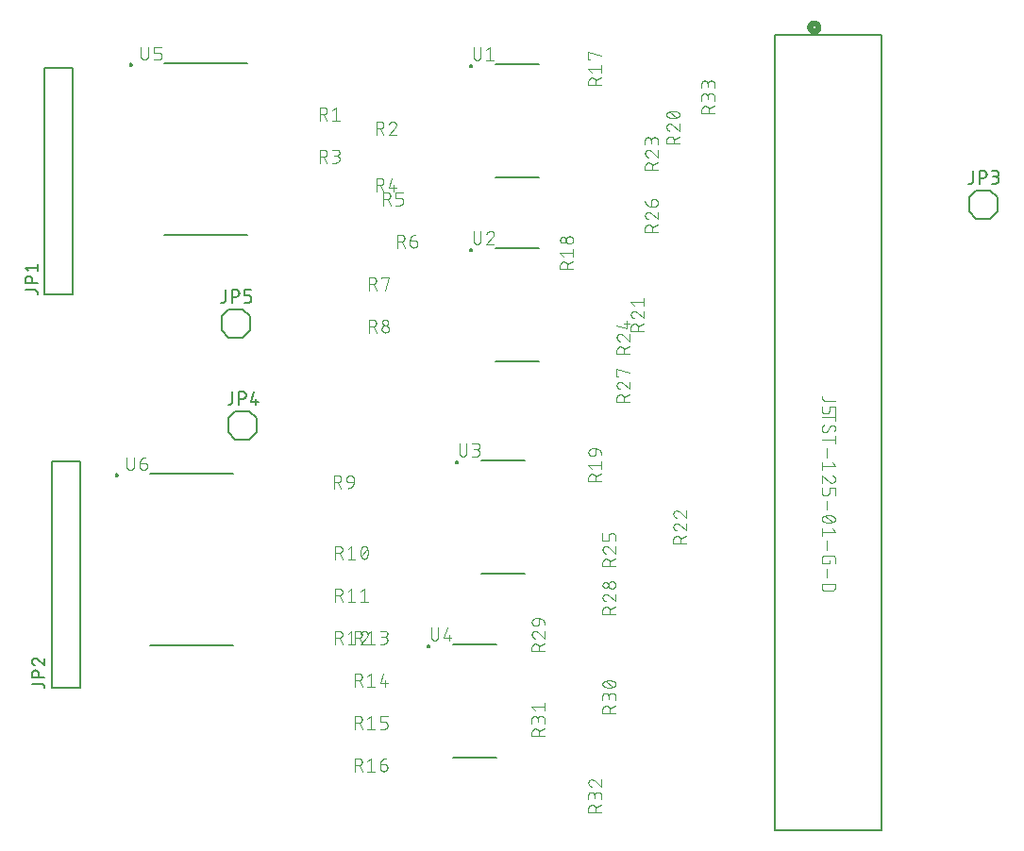
<source format=gto>
G04 EAGLE Gerber RS-274X export*
G75*
%MOMM*%
%FSLAX34Y34*%
%LPD*%
%INSilkscreen Top*%
%IPPOS*%
%AMOC8*
5,1,8,0,0,1.08239X$1,22.5*%
G01*
%ADD10C,0.152400*%
%ADD11C,0.508000*%
%ADD12C,0.076200*%
%ADD13C,0.101600*%
%ADD14C,0.200000*%
%ADD15C,0.127000*%


D10*
X752348Y890270D02*
X752348Y176530D01*
X847852Y176530D01*
X847852Y890270D01*
X752348Y890270D01*
D11*
X787400Y892810D02*
X787278Y892812D01*
X787156Y892818D01*
X787034Y892828D01*
X786913Y892841D01*
X786792Y892859D01*
X786672Y892880D01*
X786552Y892906D01*
X786434Y892935D01*
X786316Y892967D01*
X786199Y893004D01*
X786084Y893044D01*
X785970Y893088D01*
X785858Y893136D01*
X785747Y893187D01*
X785638Y893242D01*
X785530Y893300D01*
X785425Y893362D01*
X785322Y893427D01*
X785220Y893495D01*
X785121Y893567D01*
X785025Y893641D01*
X784930Y893719D01*
X784839Y893800D01*
X784749Y893883D01*
X784663Y893969D01*
X784580Y894059D01*
X784499Y894150D01*
X784421Y894245D01*
X784347Y894341D01*
X784275Y894440D01*
X784207Y894542D01*
X784142Y894645D01*
X784080Y894750D01*
X784022Y894858D01*
X783967Y894967D01*
X783916Y895078D01*
X783868Y895190D01*
X783824Y895304D01*
X783784Y895419D01*
X783747Y895536D01*
X783715Y895654D01*
X783686Y895772D01*
X783660Y895892D01*
X783639Y896012D01*
X783621Y896133D01*
X783608Y896254D01*
X783598Y896376D01*
X783592Y896498D01*
X783590Y896620D01*
X783592Y896742D01*
X783598Y896864D01*
X783608Y896986D01*
X783621Y897107D01*
X783639Y897228D01*
X783660Y897348D01*
X783686Y897468D01*
X783715Y897586D01*
X783747Y897704D01*
X783784Y897821D01*
X783824Y897936D01*
X783868Y898050D01*
X783916Y898162D01*
X783967Y898273D01*
X784022Y898382D01*
X784080Y898490D01*
X784142Y898595D01*
X784207Y898698D01*
X784275Y898800D01*
X784347Y898899D01*
X784421Y898995D01*
X784499Y899090D01*
X784580Y899181D01*
X784663Y899271D01*
X784749Y899357D01*
X784839Y899440D01*
X784930Y899521D01*
X785025Y899599D01*
X785121Y899673D01*
X785220Y899745D01*
X785322Y899813D01*
X785425Y899878D01*
X785530Y899940D01*
X785638Y899998D01*
X785747Y900053D01*
X785858Y900104D01*
X785970Y900152D01*
X786084Y900196D01*
X786199Y900236D01*
X786316Y900273D01*
X786434Y900305D01*
X786552Y900334D01*
X786672Y900360D01*
X786792Y900381D01*
X786913Y900399D01*
X787034Y900412D01*
X787156Y900422D01*
X787278Y900428D01*
X787400Y900430D01*
X787522Y900428D01*
X787644Y900422D01*
X787766Y900412D01*
X787887Y900399D01*
X788008Y900381D01*
X788128Y900360D01*
X788248Y900334D01*
X788366Y900305D01*
X788484Y900273D01*
X788601Y900236D01*
X788716Y900196D01*
X788830Y900152D01*
X788942Y900104D01*
X789053Y900053D01*
X789162Y899998D01*
X789270Y899940D01*
X789375Y899878D01*
X789478Y899813D01*
X789580Y899745D01*
X789679Y899673D01*
X789775Y899599D01*
X789870Y899521D01*
X789961Y899440D01*
X790051Y899357D01*
X790137Y899271D01*
X790220Y899181D01*
X790301Y899090D01*
X790379Y898995D01*
X790453Y898899D01*
X790525Y898800D01*
X790593Y898698D01*
X790658Y898595D01*
X790720Y898490D01*
X790778Y898382D01*
X790833Y898273D01*
X790884Y898162D01*
X790932Y898050D01*
X790976Y897936D01*
X791016Y897821D01*
X791053Y897704D01*
X791085Y897586D01*
X791114Y897468D01*
X791140Y897348D01*
X791161Y897228D01*
X791179Y897107D01*
X791192Y896986D01*
X791202Y896864D01*
X791208Y896742D01*
X791210Y896620D01*
X791208Y896498D01*
X791202Y896376D01*
X791192Y896254D01*
X791179Y896133D01*
X791161Y896012D01*
X791140Y895892D01*
X791114Y895772D01*
X791085Y895654D01*
X791053Y895536D01*
X791016Y895419D01*
X790976Y895304D01*
X790932Y895190D01*
X790884Y895078D01*
X790833Y894967D01*
X790778Y894858D01*
X790720Y894750D01*
X790658Y894645D01*
X790593Y894542D01*
X790525Y894440D01*
X790453Y894341D01*
X790379Y894245D01*
X790301Y894150D01*
X790220Y894059D01*
X790137Y893969D01*
X790051Y893883D01*
X789961Y893800D01*
X789870Y893719D01*
X789775Y893641D01*
X789679Y893567D01*
X789580Y893495D01*
X789478Y893427D01*
X789375Y893362D01*
X789270Y893300D01*
X789162Y893242D01*
X789053Y893187D01*
X788942Y893136D01*
X788830Y893088D01*
X788716Y893044D01*
X788601Y893004D01*
X788484Y892967D01*
X788366Y892935D01*
X788248Y892906D01*
X788128Y892880D01*
X788008Y892859D01*
X787887Y892841D01*
X787766Y892828D01*
X787644Y892818D01*
X787522Y892812D01*
X787400Y892810D01*
D12*
X796784Y561806D02*
X806069Y561806D01*
X796784Y561806D02*
X796682Y561808D01*
X796581Y561814D01*
X796480Y561824D01*
X796379Y561837D01*
X796279Y561855D01*
X796180Y561876D01*
X796081Y561901D01*
X795984Y561930D01*
X795887Y561962D01*
X795792Y561998D01*
X795699Y562038D01*
X795607Y562081D01*
X795517Y562128D01*
X795428Y562179D01*
X795342Y562232D01*
X795258Y562289D01*
X795176Y562349D01*
X795096Y562412D01*
X795019Y562478D01*
X794944Y562547D01*
X794872Y562619D01*
X794803Y562694D01*
X794737Y562771D01*
X794674Y562851D01*
X794614Y562933D01*
X794557Y563017D01*
X794504Y563103D01*
X794453Y563192D01*
X794406Y563282D01*
X794363Y563374D01*
X794323Y563467D01*
X794287Y563562D01*
X794255Y563659D01*
X794226Y563756D01*
X794201Y563855D01*
X794180Y563954D01*
X794162Y564054D01*
X794149Y564155D01*
X794139Y564256D01*
X794133Y564357D01*
X794131Y564459D01*
X794131Y565785D01*
X794131Y556668D02*
X794131Y552688D01*
X794133Y552586D01*
X794139Y552485D01*
X794149Y552384D01*
X794162Y552283D01*
X794180Y552183D01*
X794201Y552084D01*
X794226Y551985D01*
X794255Y551888D01*
X794287Y551791D01*
X794323Y551696D01*
X794363Y551603D01*
X794406Y551511D01*
X794453Y551421D01*
X794504Y551332D01*
X794557Y551246D01*
X794614Y551162D01*
X794674Y551080D01*
X794737Y551000D01*
X794803Y550923D01*
X794872Y550848D01*
X794944Y550776D01*
X795019Y550707D01*
X795096Y550641D01*
X795176Y550578D01*
X795258Y550518D01*
X795342Y550461D01*
X795428Y550408D01*
X795517Y550357D01*
X795607Y550310D01*
X795699Y550267D01*
X795792Y550227D01*
X795887Y550191D01*
X795983Y550159D01*
X796081Y550130D01*
X796179Y550105D01*
X796279Y550084D01*
X796379Y550066D01*
X796480Y550053D01*
X796581Y550043D01*
X796682Y550037D01*
X796784Y550035D01*
X798110Y550035D01*
X798212Y550037D01*
X798313Y550043D01*
X798414Y550053D01*
X798515Y550066D01*
X798615Y550084D01*
X798714Y550105D01*
X798813Y550130D01*
X798910Y550159D01*
X799007Y550191D01*
X799102Y550227D01*
X799195Y550267D01*
X799287Y550310D01*
X799377Y550357D01*
X799466Y550408D01*
X799552Y550461D01*
X799636Y550518D01*
X799718Y550578D01*
X799798Y550641D01*
X799875Y550707D01*
X799950Y550776D01*
X800022Y550848D01*
X800091Y550923D01*
X800157Y551000D01*
X800220Y551080D01*
X800280Y551162D01*
X800337Y551246D01*
X800390Y551332D01*
X800441Y551421D01*
X800488Y551511D01*
X800531Y551603D01*
X800571Y551696D01*
X800607Y551791D01*
X800639Y551888D01*
X800668Y551985D01*
X800693Y552084D01*
X800714Y552183D01*
X800732Y552283D01*
X800745Y552384D01*
X800755Y552485D01*
X800761Y552586D01*
X800763Y552688D01*
X800763Y556668D01*
X806069Y556668D01*
X806069Y550035D01*
X806069Y546975D02*
X794131Y546975D01*
X806069Y550291D02*
X806069Y543659D01*
X796784Y533372D02*
X796682Y533374D01*
X796581Y533380D01*
X796480Y533390D01*
X796379Y533403D01*
X796279Y533421D01*
X796180Y533442D01*
X796081Y533467D01*
X795984Y533496D01*
X795887Y533528D01*
X795792Y533564D01*
X795699Y533604D01*
X795607Y533647D01*
X795517Y533694D01*
X795428Y533745D01*
X795342Y533798D01*
X795258Y533855D01*
X795176Y533915D01*
X795096Y533978D01*
X795019Y534044D01*
X794944Y534113D01*
X794872Y534185D01*
X794803Y534260D01*
X794737Y534337D01*
X794674Y534417D01*
X794614Y534499D01*
X794557Y534583D01*
X794504Y534669D01*
X794453Y534758D01*
X794406Y534848D01*
X794363Y534940D01*
X794323Y535033D01*
X794287Y535128D01*
X794255Y535225D01*
X794226Y535322D01*
X794201Y535421D01*
X794180Y535520D01*
X794162Y535620D01*
X794149Y535721D01*
X794139Y535822D01*
X794133Y535923D01*
X794131Y536025D01*
X794133Y536173D01*
X794139Y536320D01*
X794148Y536467D01*
X794162Y536614D01*
X794179Y536760D01*
X794201Y536906D01*
X794226Y537052D01*
X794255Y537196D01*
X794287Y537340D01*
X794324Y537483D01*
X794364Y537625D01*
X794408Y537766D01*
X794456Y537905D01*
X794507Y538043D01*
X794562Y538180D01*
X794621Y538316D01*
X794683Y538450D01*
X794748Y538582D01*
X794817Y538712D01*
X794890Y538840D01*
X794965Y538967D01*
X795044Y539092D01*
X795127Y539214D01*
X795212Y539334D01*
X795301Y539452D01*
X795393Y539567D01*
X795487Y539680D01*
X795585Y539791D01*
X795686Y539899D01*
X795789Y540004D01*
X803416Y539673D02*
X803518Y539671D01*
X803619Y539665D01*
X803720Y539655D01*
X803821Y539642D01*
X803921Y539624D01*
X804020Y539603D01*
X804119Y539578D01*
X804216Y539549D01*
X804313Y539517D01*
X804408Y539481D01*
X804501Y539441D01*
X804593Y539398D01*
X804683Y539351D01*
X804772Y539300D01*
X804858Y539247D01*
X804942Y539190D01*
X805024Y539130D01*
X805104Y539067D01*
X805181Y539001D01*
X805256Y538932D01*
X805328Y538860D01*
X805397Y538785D01*
X805463Y538708D01*
X805526Y538628D01*
X805586Y538546D01*
X805643Y538462D01*
X805696Y538376D01*
X805747Y538287D01*
X805794Y538197D01*
X805837Y538105D01*
X805877Y538012D01*
X805913Y537917D01*
X805945Y537820D01*
X805974Y537723D01*
X805999Y537624D01*
X806020Y537525D01*
X806038Y537425D01*
X806051Y537324D01*
X806061Y537223D01*
X806067Y537122D01*
X806069Y537020D01*
X806067Y536881D01*
X806061Y536742D01*
X806051Y536603D01*
X806038Y536465D01*
X806020Y536326D01*
X805999Y536189D01*
X805974Y536052D01*
X805945Y535916D01*
X805912Y535781D01*
X805876Y535646D01*
X805835Y535513D01*
X805791Y535381D01*
X805744Y535250D01*
X805692Y535121D01*
X805637Y534993D01*
X805579Y534867D01*
X805517Y534742D01*
X805451Y534620D01*
X805383Y534499D01*
X805310Y534380D01*
X805235Y534263D01*
X805156Y534148D01*
X805074Y534036D01*
X801095Y538346D02*
X801147Y538431D01*
X801203Y538514D01*
X801261Y538595D01*
X801323Y538674D01*
X801387Y538750D01*
X801454Y538824D01*
X801524Y538896D01*
X801596Y538964D01*
X801671Y539031D01*
X801748Y539094D01*
X801828Y539154D01*
X801910Y539212D01*
X801994Y539266D01*
X802079Y539317D01*
X802167Y539365D01*
X802256Y539410D01*
X802347Y539451D01*
X802440Y539489D01*
X802534Y539523D01*
X802628Y539554D01*
X802725Y539582D01*
X802822Y539606D01*
X802919Y539626D01*
X803018Y539642D01*
X803117Y539655D01*
X803216Y539665D01*
X803316Y539670D01*
X803416Y539672D01*
X799105Y534698D02*
X799053Y534613D01*
X798997Y534530D01*
X798939Y534449D01*
X798877Y534370D01*
X798813Y534294D01*
X798746Y534220D01*
X798676Y534148D01*
X798604Y534080D01*
X798529Y534013D01*
X798452Y533950D01*
X798372Y533890D01*
X798290Y533832D01*
X798206Y533778D01*
X798121Y533727D01*
X798033Y533679D01*
X797944Y533634D01*
X797853Y533593D01*
X797760Y533555D01*
X797667Y533521D01*
X797572Y533490D01*
X797475Y533462D01*
X797378Y533438D01*
X797281Y533418D01*
X797182Y533402D01*
X797083Y533389D01*
X796984Y533379D01*
X796884Y533374D01*
X796784Y533372D01*
X799105Y534698D02*
X801095Y538346D01*
X806069Y526401D02*
X794131Y526401D01*
X806069Y529717D02*
X806069Y523085D01*
X798774Y518950D02*
X798774Y510992D01*
X803416Y506095D02*
X806069Y502779D01*
X794131Y502779D01*
X794131Y506095D02*
X794131Y499463D01*
X803085Y488032D02*
X803192Y488034D01*
X803298Y488040D01*
X803404Y488049D01*
X803510Y488062D01*
X803615Y488079D01*
X803720Y488100D01*
X803823Y488125D01*
X803926Y488153D01*
X804028Y488185D01*
X804128Y488220D01*
X804227Y488259D01*
X804325Y488302D01*
X804421Y488348D01*
X804516Y488397D01*
X804608Y488450D01*
X804699Y488506D01*
X804787Y488565D01*
X804874Y488627D01*
X804958Y488693D01*
X805040Y488761D01*
X805119Y488832D01*
X805196Y488906D01*
X805270Y488983D01*
X805341Y489062D01*
X805409Y489144D01*
X805475Y489228D01*
X805537Y489315D01*
X805596Y489403D01*
X805652Y489494D01*
X805705Y489586D01*
X805754Y489681D01*
X805800Y489777D01*
X805843Y489875D01*
X805882Y489974D01*
X805917Y490074D01*
X805949Y490176D01*
X805977Y490279D01*
X806002Y490382D01*
X806023Y490487D01*
X806040Y490592D01*
X806053Y490698D01*
X806062Y490804D01*
X806068Y490910D01*
X806070Y491017D01*
X806069Y491017D02*
X806067Y491138D01*
X806061Y491258D01*
X806052Y491378D01*
X806039Y491498D01*
X806022Y491617D01*
X806001Y491736D01*
X805977Y491854D01*
X805948Y491971D01*
X805917Y492087D01*
X805881Y492203D01*
X805842Y492317D01*
X805799Y492429D01*
X805753Y492541D01*
X805704Y492651D01*
X805650Y492759D01*
X805594Y492865D01*
X805534Y492970D01*
X805471Y493073D01*
X805405Y493173D01*
X805336Y493272D01*
X805263Y493368D01*
X805188Y493462D01*
X805110Y493554D01*
X805028Y493643D01*
X804944Y493730D01*
X804858Y493814D01*
X804769Y493895D01*
X804677Y493973D01*
X804583Y494048D01*
X804486Y494120D01*
X804388Y494190D01*
X804287Y494256D01*
X804184Y494319D01*
X804079Y494378D01*
X803973Y494435D01*
X803864Y494488D01*
X803755Y494537D01*
X803643Y494583D01*
X803530Y494626D01*
X803416Y494664D01*
X800763Y489028D02*
X800843Y488948D01*
X800925Y488870D01*
X801009Y488796D01*
X801097Y488724D01*
X801187Y488656D01*
X801279Y488590D01*
X801373Y488528D01*
X801469Y488470D01*
X801568Y488415D01*
X801668Y488363D01*
X801770Y488315D01*
X801874Y488270D01*
X801979Y488230D01*
X802086Y488193D01*
X802194Y488159D01*
X802303Y488130D01*
X802413Y488104D01*
X802524Y488083D01*
X802635Y488065D01*
X802747Y488051D01*
X802859Y488041D01*
X802972Y488035D01*
X803085Y488033D01*
X800763Y489028D02*
X794131Y494665D01*
X794131Y488033D01*
X794131Y483235D02*
X794131Y479256D01*
X794133Y479154D01*
X794139Y479053D01*
X794149Y478952D01*
X794162Y478851D01*
X794180Y478751D01*
X794201Y478652D01*
X794226Y478553D01*
X794255Y478456D01*
X794287Y478359D01*
X794323Y478264D01*
X794363Y478171D01*
X794406Y478079D01*
X794453Y477989D01*
X794504Y477900D01*
X794557Y477814D01*
X794614Y477730D01*
X794674Y477648D01*
X794737Y477568D01*
X794803Y477491D01*
X794872Y477416D01*
X794944Y477344D01*
X795019Y477275D01*
X795096Y477209D01*
X795176Y477146D01*
X795258Y477086D01*
X795342Y477029D01*
X795428Y476976D01*
X795517Y476925D01*
X795607Y476878D01*
X795699Y476835D01*
X795792Y476795D01*
X795887Y476759D01*
X795983Y476727D01*
X796081Y476698D01*
X796179Y476673D01*
X796279Y476652D01*
X796379Y476634D01*
X796480Y476621D01*
X796581Y476611D01*
X796682Y476605D01*
X796784Y476603D01*
X798110Y476603D01*
X798212Y476605D01*
X798313Y476611D01*
X798414Y476621D01*
X798515Y476634D01*
X798615Y476652D01*
X798714Y476673D01*
X798813Y476698D01*
X798910Y476727D01*
X799007Y476759D01*
X799102Y476795D01*
X799195Y476835D01*
X799287Y476878D01*
X799377Y476925D01*
X799466Y476976D01*
X799552Y477029D01*
X799636Y477086D01*
X799718Y477146D01*
X799798Y477209D01*
X799875Y477275D01*
X799950Y477344D01*
X800022Y477416D01*
X800091Y477491D01*
X800157Y477568D01*
X800220Y477648D01*
X800280Y477730D01*
X800337Y477814D01*
X800390Y477900D01*
X800441Y477989D01*
X800488Y478079D01*
X800531Y478171D01*
X800571Y478264D01*
X800607Y478359D01*
X800639Y478456D01*
X800668Y478553D01*
X800693Y478652D01*
X800714Y478751D01*
X800732Y478851D01*
X800745Y478952D01*
X800755Y479053D01*
X800761Y479154D01*
X800763Y479256D01*
X800763Y483235D01*
X806069Y483235D01*
X806069Y476603D01*
X798774Y471706D02*
X798774Y463748D01*
X800100Y458851D02*
X800335Y458848D01*
X800570Y458840D01*
X800804Y458826D01*
X801038Y458806D01*
X801272Y458781D01*
X801504Y458750D01*
X801736Y458714D01*
X801968Y458672D01*
X802198Y458625D01*
X802426Y458572D01*
X802654Y458514D01*
X802880Y458450D01*
X803104Y458381D01*
X803327Y458307D01*
X803548Y458227D01*
X803767Y458142D01*
X803984Y458052D01*
X804199Y457957D01*
X804411Y457856D01*
X804503Y457823D01*
X804594Y457785D01*
X804683Y457744D01*
X804771Y457700D01*
X804856Y457652D01*
X804940Y457601D01*
X805022Y457546D01*
X805101Y457488D01*
X805178Y457427D01*
X805252Y457363D01*
X805324Y457296D01*
X805393Y457226D01*
X805459Y457154D01*
X805523Y457079D01*
X805583Y457001D01*
X805640Y456921D01*
X805694Y456839D01*
X805744Y456755D01*
X805791Y456669D01*
X805835Y456581D01*
X805875Y456491D01*
X805912Y456400D01*
X805944Y456307D01*
X805973Y456213D01*
X805999Y456119D01*
X806020Y456023D01*
X806038Y455926D01*
X806051Y455829D01*
X806061Y455731D01*
X806067Y455633D01*
X806069Y455535D01*
X806067Y455437D01*
X806061Y455339D01*
X806051Y455241D01*
X806038Y455144D01*
X806020Y455047D01*
X805999Y454951D01*
X805973Y454857D01*
X805944Y454763D01*
X805912Y454670D01*
X805875Y454579D01*
X805835Y454489D01*
X805791Y454401D01*
X805744Y454315D01*
X805694Y454231D01*
X805640Y454149D01*
X805583Y454069D01*
X805523Y453991D01*
X805459Y453916D01*
X805393Y453844D01*
X805324Y453774D01*
X805252Y453707D01*
X805178Y453643D01*
X805101Y453582D01*
X805022Y453524D01*
X804940Y453469D01*
X804856Y453418D01*
X804771Y453370D01*
X804683Y453326D01*
X804594Y453285D01*
X804503Y453247D01*
X804411Y453214D01*
X804199Y453113D01*
X803984Y453018D01*
X803767Y452928D01*
X803548Y452843D01*
X803327Y452763D01*
X803105Y452689D01*
X802880Y452620D01*
X802654Y452556D01*
X802426Y452498D01*
X802198Y452445D01*
X801968Y452398D01*
X801736Y452356D01*
X801504Y452320D01*
X801272Y452289D01*
X801038Y452264D01*
X800804Y452244D01*
X800570Y452230D01*
X800335Y452222D01*
X800100Y452219D01*
X800100Y458851D02*
X799865Y458848D01*
X799630Y458840D01*
X799396Y458826D01*
X799162Y458806D01*
X798928Y458781D01*
X798696Y458750D01*
X798464Y458714D01*
X798233Y458672D01*
X798002Y458625D01*
X797774Y458572D01*
X797546Y458514D01*
X797320Y458450D01*
X797096Y458381D01*
X796873Y458307D01*
X796652Y458227D01*
X796433Y458142D01*
X796216Y458052D01*
X796001Y457957D01*
X795789Y457856D01*
X795697Y457823D01*
X795606Y457785D01*
X795517Y457744D01*
X795429Y457700D01*
X795344Y457652D01*
X795260Y457601D01*
X795178Y457546D01*
X795099Y457488D01*
X795022Y457427D01*
X794948Y457363D01*
X794876Y457296D01*
X794807Y457226D01*
X794741Y457154D01*
X794677Y457079D01*
X794617Y457001D01*
X794560Y456921D01*
X794506Y456839D01*
X794456Y456755D01*
X794409Y456669D01*
X794365Y456581D01*
X794325Y456491D01*
X794288Y456400D01*
X794256Y456307D01*
X794227Y456213D01*
X794201Y456119D01*
X794180Y456023D01*
X794162Y455926D01*
X794149Y455829D01*
X794139Y455731D01*
X794133Y455633D01*
X794131Y455535D01*
X795789Y453214D02*
X796001Y453113D01*
X796216Y453018D01*
X796433Y452928D01*
X796652Y452843D01*
X796873Y452763D01*
X797096Y452689D01*
X797320Y452620D01*
X797546Y452556D01*
X797774Y452498D01*
X798002Y452445D01*
X798232Y452398D01*
X798464Y452356D01*
X798696Y452320D01*
X798928Y452289D01*
X799162Y452264D01*
X799396Y452244D01*
X799630Y452230D01*
X799865Y452222D01*
X800100Y452219D01*
X795789Y453214D02*
X795697Y453247D01*
X795606Y453285D01*
X795517Y453326D01*
X795429Y453370D01*
X795344Y453418D01*
X795260Y453470D01*
X795178Y453524D01*
X795099Y453582D01*
X795022Y453643D01*
X794948Y453707D01*
X794876Y453774D01*
X794807Y453844D01*
X794741Y453916D01*
X794677Y453991D01*
X794617Y454069D01*
X794560Y454149D01*
X794506Y454231D01*
X794456Y454315D01*
X794409Y454401D01*
X794365Y454489D01*
X794325Y454579D01*
X794288Y454670D01*
X794256Y454763D01*
X794227Y454857D01*
X794201Y454951D01*
X794180Y455047D01*
X794162Y455144D01*
X794149Y455241D01*
X794139Y455339D01*
X794133Y455437D01*
X794131Y455535D01*
X796784Y458188D02*
X803416Y452882D01*
X803416Y447421D02*
X806069Y444105D01*
X794131Y444105D01*
X794131Y447421D02*
X794131Y440789D01*
X798774Y435893D02*
X798774Y427934D01*
X800763Y418014D02*
X800763Y416024D01*
X794131Y416024D01*
X794131Y420003D01*
X794133Y420105D01*
X794139Y420206D01*
X794149Y420307D01*
X794162Y420408D01*
X794180Y420508D01*
X794201Y420607D01*
X794226Y420706D01*
X794255Y420803D01*
X794287Y420900D01*
X794323Y420995D01*
X794363Y421088D01*
X794406Y421180D01*
X794453Y421270D01*
X794504Y421359D01*
X794557Y421445D01*
X794614Y421529D01*
X794674Y421611D01*
X794737Y421691D01*
X794803Y421768D01*
X794872Y421843D01*
X794944Y421915D01*
X795019Y421984D01*
X795096Y422050D01*
X795176Y422113D01*
X795258Y422173D01*
X795342Y422230D01*
X795428Y422283D01*
X795517Y422334D01*
X795607Y422381D01*
X795699Y422424D01*
X795792Y422464D01*
X795887Y422500D01*
X795984Y422532D01*
X796081Y422561D01*
X796180Y422586D01*
X796279Y422607D01*
X796379Y422625D01*
X796480Y422638D01*
X796581Y422648D01*
X796682Y422654D01*
X796784Y422656D01*
X803416Y422656D01*
X803518Y422654D01*
X803619Y422648D01*
X803720Y422638D01*
X803821Y422625D01*
X803921Y422607D01*
X804020Y422586D01*
X804119Y422561D01*
X804216Y422532D01*
X804313Y422500D01*
X804408Y422464D01*
X804501Y422424D01*
X804593Y422381D01*
X804683Y422334D01*
X804772Y422283D01*
X804858Y422230D01*
X804942Y422173D01*
X805024Y422113D01*
X805104Y422050D01*
X805181Y421984D01*
X805256Y421915D01*
X805328Y421843D01*
X805397Y421768D01*
X805463Y421691D01*
X805526Y421611D01*
X805586Y421529D01*
X805643Y421445D01*
X805696Y421359D01*
X805747Y421270D01*
X805794Y421180D01*
X805837Y421088D01*
X805877Y420995D01*
X805913Y420900D01*
X805945Y420803D01*
X805974Y420706D01*
X805999Y420608D01*
X806020Y420508D01*
X806038Y420408D01*
X806051Y420307D01*
X806061Y420206D01*
X806067Y420105D01*
X806069Y420003D01*
X806069Y416024D01*
X798774Y410747D02*
X798774Y402788D01*
X794131Y397510D02*
X806069Y397510D01*
X806069Y394194D01*
X806067Y394081D01*
X806061Y393968D01*
X806052Y393855D01*
X806038Y393742D01*
X806021Y393631D01*
X806000Y393519D01*
X805975Y393409D01*
X805946Y393299D01*
X805914Y393191D01*
X805878Y393084D01*
X805838Y392978D01*
X805794Y392873D01*
X805748Y392770D01*
X805697Y392668D01*
X805643Y392569D01*
X805586Y392471D01*
X805526Y392375D01*
X805462Y392282D01*
X805395Y392190D01*
X805325Y392101D01*
X805252Y392015D01*
X805176Y391931D01*
X805098Y391849D01*
X805016Y391771D01*
X804932Y391695D01*
X804846Y391622D01*
X804757Y391552D01*
X804665Y391485D01*
X804572Y391421D01*
X804476Y391361D01*
X804378Y391304D01*
X804279Y391250D01*
X804177Y391199D01*
X804074Y391153D01*
X803969Y391109D01*
X803863Y391069D01*
X803756Y391033D01*
X803648Y391001D01*
X803538Y390972D01*
X803428Y390947D01*
X803316Y390926D01*
X803205Y390909D01*
X803092Y390895D01*
X802979Y390886D01*
X802866Y390880D01*
X802753Y390878D01*
X797447Y390878D01*
X797334Y390880D01*
X797221Y390886D01*
X797108Y390895D01*
X796995Y390909D01*
X796884Y390926D01*
X796772Y390947D01*
X796662Y390972D01*
X796552Y391001D01*
X796444Y391033D01*
X796337Y391069D01*
X796231Y391109D01*
X796126Y391153D01*
X796023Y391199D01*
X795921Y391250D01*
X795822Y391304D01*
X795724Y391361D01*
X795628Y391421D01*
X795535Y391485D01*
X795443Y391552D01*
X795354Y391622D01*
X795268Y391695D01*
X795184Y391771D01*
X795102Y391849D01*
X795024Y391931D01*
X794948Y392015D01*
X794875Y392101D01*
X794805Y392190D01*
X794738Y392282D01*
X794674Y392375D01*
X794614Y392471D01*
X794557Y392569D01*
X794503Y392668D01*
X794452Y392770D01*
X794406Y392873D01*
X794362Y392978D01*
X794322Y393084D01*
X794286Y393191D01*
X794254Y393299D01*
X794225Y393409D01*
X794200Y393519D01*
X794179Y393631D01*
X794162Y393742D01*
X794148Y393855D01*
X794139Y393968D01*
X794133Y394081D01*
X794131Y394194D01*
X794131Y397510D01*
D13*
X343595Y813308D02*
X343595Y824992D01*
X346840Y824992D01*
X346953Y824990D01*
X347066Y824984D01*
X347179Y824974D01*
X347292Y824960D01*
X347404Y824943D01*
X347515Y824921D01*
X347625Y824896D01*
X347735Y824866D01*
X347843Y824833D01*
X347950Y824796D01*
X348056Y824756D01*
X348160Y824711D01*
X348263Y824663D01*
X348364Y824612D01*
X348463Y824557D01*
X348560Y824499D01*
X348655Y824437D01*
X348748Y824372D01*
X348838Y824304D01*
X348926Y824233D01*
X349012Y824158D01*
X349095Y824081D01*
X349175Y824001D01*
X349252Y823918D01*
X349327Y823832D01*
X349398Y823744D01*
X349466Y823654D01*
X349531Y823561D01*
X349593Y823466D01*
X349651Y823369D01*
X349706Y823270D01*
X349757Y823169D01*
X349805Y823066D01*
X349850Y822962D01*
X349890Y822856D01*
X349927Y822749D01*
X349960Y822641D01*
X349990Y822531D01*
X350015Y822421D01*
X350037Y822310D01*
X350054Y822198D01*
X350068Y822085D01*
X350078Y821972D01*
X350084Y821859D01*
X350086Y821746D01*
X350084Y821633D01*
X350078Y821520D01*
X350068Y821407D01*
X350054Y821294D01*
X350037Y821182D01*
X350015Y821071D01*
X349990Y820961D01*
X349960Y820851D01*
X349927Y820743D01*
X349890Y820636D01*
X349850Y820530D01*
X349805Y820426D01*
X349757Y820323D01*
X349706Y820222D01*
X349651Y820123D01*
X349593Y820026D01*
X349531Y819931D01*
X349466Y819838D01*
X349398Y819748D01*
X349327Y819660D01*
X349252Y819574D01*
X349175Y819491D01*
X349095Y819411D01*
X349012Y819334D01*
X348926Y819259D01*
X348838Y819188D01*
X348748Y819120D01*
X348655Y819055D01*
X348560Y818993D01*
X348463Y818935D01*
X348364Y818880D01*
X348263Y818829D01*
X348160Y818781D01*
X348056Y818736D01*
X347950Y818696D01*
X347843Y818659D01*
X347735Y818626D01*
X347625Y818596D01*
X347515Y818571D01*
X347404Y818549D01*
X347292Y818532D01*
X347179Y818518D01*
X347066Y818508D01*
X346953Y818502D01*
X346840Y818500D01*
X346840Y818501D02*
X343595Y818501D01*
X347489Y818501D02*
X350086Y813308D01*
X354951Y822396D02*
X358196Y824992D01*
X358196Y813308D01*
X354951Y813308D02*
X361442Y813308D01*
X357565Y431292D02*
X357565Y419608D01*
X357565Y431292D02*
X360810Y431292D01*
X360923Y431290D01*
X361036Y431284D01*
X361149Y431274D01*
X361262Y431260D01*
X361374Y431243D01*
X361485Y431221D01*
X361595Y431196D01*
X361705Y431166D01*
X361813Y431133D01*
X361920Y431096D01*
X362026Y431056D01*
X362130Y431011D01*
X362233Y430963D01*
X362334Y430912D01*
X362433Y430857D01*
X362530Y430799D01*
X362625Y430737D01*
X362718Y430672D01*
X362808Y430604D01*
X362896Y430533D01*
X362982Y430458D01*
X363065Y430381D01*
X363145Y430301D01*
X363222Y430218D01*
X363297Y430132D01*
X363368Y430044D01*
X363436Y429954D01*
X363501Y429861D01*
X363563Y429766D01*
X363621Y429669D01*
X363676Y429570D01*
X363727Y429469D01*
X363775Y429366D01*
X363820Y429262D01*
X363860Y429156D01*
X363897Y429049D01*
X363930Y428941D01*
X363960Y428831D01*
X363985Y428721D01*
X364007Y428610D01*
X364024Y428498D01*
X364038Y428385D01*
X364048Y428272D01*
X364054Y428159D01*
X364056Y428046D01*
X364054Y427933D01*
X364048Y427820D01*
X364038Y427707D01*
X364024Y427594D01*
X364007Y427482D01*
X363985Y427371D01*
X363960Y427261D01*
X363930Y427151D01*
X363897Y427043D01*
X363860Y426936D01*
X363820Y426830D01*
X363775Y426726D01*
X363727Y426623D01*
X363676Y426522D01*
X363621Y426423D01*
X363563Y426326D01*
X363501Y426231D01*
X363436Y426138D01*
X363368Y426048D01*
X363297Y425960D01*
X363222Y425874D01*
X363145Y425791D01*
X363065Y425711D01*
X362982Y425634D01*
X362896Y425559D01*
X362808Y425488D01*
X362718Y425420D01*
X362625Y425355D01*
X362530Y425293D01*
X362433Y425235D01*
X362334Y425180D01*
X362233Y425129D01*
X362130Y425081D01*
X362026Y425036D01*
X361920Y424996D01*
X361813Y424959D01*
X361705Y424926D01*
X361595Y424896D01*
X361485Y424871D01*
X361374Y424849D01*
X361262Y424832D01*
X361149Y424818D01*
X361036Y424808D01*
X360923Y424802D01*
X360810Y424800D01*
X360810Y424801D02*
X357565Y424801D01*
X361459Y424801D02*
X364056Y419608D01*
X368921Y428696D02*
X372166Y431292D01*
X372166Y419608D01*
X368921Y419608D02*
X375412Y419608D01*
X380351Y425450D02*
X380354Y425680D01*
X380362Y425910D01*
X380376Y426139D01*
X380395Y426368D01*
X380420Y426597D01*
X380450Y426824D01*
X380485Y427052D01*
X380526Y427278D01*
X380572Y427503D01*
X380624Y427727D01*
X380681Y427949D01*
X380743Y428171D01*
X380811Y428390D01*
X380884Y428608D01*
X380962Y428825D01*
X381045Y429039D01*
X381133Y429251D01*
X381226Y429461D01*
X381325Y429669D01*
X381324Y429669D02*
X381357Y429759D01*
X381393Y429848D01*
X381433Y429936D01*
X381477Y430021D01*
X381524Y430105D01*
X381574Y430187D01*
X381628Y430267D01*
X381684Y430344D01*
X381744Y430420D01*
X381807Y430493D01*
X381872Y430563D01*
X381941Y430631D01*
X382012Y430695D01*
X382085Y430757D01*
X382161Y430816D01*
X382239Y430872D01*
X382320Y430925D01*
X382402Y430974D01*
X382486Y431020D01*
X382573Y431063D01*
X382660Y431102D01*
X382750Y431138D01*
X382840Y431170D01*
X382932Y431198D01*
X383025Y431223D01*
X383119Y431244D01*
X383213Y431261D01*
X383308Y431275D01*
X383404Y431284D01*
X383500Y431290D01*
X383596Y431292D01*
X383692Y431290D01*
X383788Y431284D01*
X383884Y431275D01*
X383979Y431261D01*
X384073Y431244D01*
X384167Y431223D01*
X384260Y431198D01*
X384352Y431170D01*
X384442Y431138D01*
X384532Y431102D01*
X384619Y431063D01*
X384706Y431020D01*
X384790Y430974D01*
X384872Y430925D01*
X384953Y430872D01*
X385031Y430816D01*
X385107Y430757D01*
X385180Y430695D01*
X385251Y430631D01*
X385320Y430563D01*
X385385Y430493D01*
X385448Y430420D01*
X385508Y430344D01*
X385564Y430267D01*
X385618Y430187D01*
X385668Y430105D01*
X385715Y430021D01*
X385759Y429936D01*
X385799Y429848D01*
X385835Y429759D01*
X385868Y429669D01*
X385869Y429669D02*
X385968Y429462D01*
X386061Y429252D01*
X386149Y429039D01*
X386232Y428825D01*
X386310Y428609D01*
X386383Y428391D01*
X386451Y428171D01*
X386513Y427950D01*
X386570Y427727D01*
X386622Y427503D01*
X386668Y427278D01*
X386709Y427052D01*
X386744Y426825D01*
X386774Y426597D01*
X386799Y426368D01*
X386818Y426139D01*
X386832Y425910D01*
X386840Y425680D01*
X386843Y425450D01*
X380351Y425450D02*
X380354Y425220D01*
X380362Y424990D01*
X380376Y424761D01*
X380395Y424532D01*
X380420Y424303D01*
X380450Y424075D01*
X380485Y423848D01*
X380526Y423622D01*
X380572Y423397D01*
X380624Y423173D01*
X380681Y422950D01*
X380743Y422729D01*
X380811Y422509D01*
X380884Y422291D01*
X380962Y422075D01*
X381045Y421861D01*
X381133Y421649D01*
X381226Y421438D01*
X381325Y421231D01*
X381324Y421231D02*
X381357Y421141D01*
X381393Y421052D01*
X381434Y420964D01*
X381477Y420879D01*
X381524Y420795D01*
X381574Y420713D01*
X381628Y420633D01*
X381684Y420556D01*
X381744Y420480D01*
X381807Y420407D01*
X381872Y420337D01*
X381941Y420269D01*
X382012Y420205D01*
X382085Y420143D01*
X382161Y420084D01*
X382239Y420028D01*
X382320Y419975D01*
X382402Y419926D01*
X382486Y419880D01*
X382573Y419837D01*
X382660Y419798D01*
X382750Y419762D01*
X382840Y419730D01*
X382932Y419702D01*
X383025Y419677D01*
X383119Y419656D01*
X383213Y419639D01*
X383308Y419625D01*
X383404Y419616D01*
X383500Y419610D01*
X383596Y419608D01*
X385868Y421231D02*
X385967Y421438D01*
X386060Y421649D01*
X386148Y421861D01*
X386231Y422075D01*
X386309Y422291D01*
X386382Y422509D01*
X386450Y422729D01*
X386512Y422950D01*
X386569Y423173D01*
X386621Y423397D01*
X386667Y423622D01*
X386708Y423848D01*
X386743Y424075D01*
X386773Y424303D01*
X386798Y424532D01*
X386817Y424761D01*
X386831Y424990D01*
X386839Y425220D01*
X386842Y425450D01*
X385868Y421231D02*
X385835Y421141D01*
X385799Y421052D01*
X385759Y420964D01*
X385715Y420879D01*
X385668Y420795D01*
X385618Y420713D01*
X385564Y420633D01*
X385508Y420556D01*
X385448Y420480D01*
X385385Y420407D01*
X385320Y420337D01*
X385251Y420269D01*
X385180Y420205D01*
X385107Y420143D01*
X385031Y420084D01*
X384953Y420028D01*
X384872Y419975D01*
X384790Y419926D01*
X384706Y419880D01*
X384619Y419837D01*
X384532Y419798D01*
X384442Y419762D01*
X384352Y419730D01*
X384260Y419702D01*
X384167Y419677D01*
X384073Y419656D01*
X383979Y419639D01*
X383884Y419625D01*
X383788Y419616D01*
X383692Y419610D01*
X383596Y419608D01*
X381000Y422204D02*
X386193Y428696D01*
X357565Y393192D02*
X357565Y381508D01*
X357565Y393192D02*
X360810Y393192D01*
X360923Y393190D01*
X361036Y393184D01*
X361149Y393174D01*
X361262Y393160D01*
X361374Y393143D01*
X361485Y393121D01*
X361595Y393096D01*
X361705Y393066D01*
X361813Y393033D01*
X361920Y392996D01*
X362026Y392956D01*
X362130Y392911D01*
X362233Y392863D01*
X362334Y392812D01*
X362433Y392757D01*
X362530Y392699D01*
X362625Y392637D01*
X362718Y392572D01*
X362808Y392504D01*
X362896Y392433D01*
X362982Y392358D01*
X363065Y392281D01*
X363145Y392201D01*
X363222Y392118D01*
X363297Y392032D01*
X363368Y391944D01*
X363436Y391854D01*
X363501Y391761D01*
X363563Y391666D01*
X363621Y391569D01*
X363676Y391470D01*
X363727Y391369D01*
X363775Y391266D01*
X363820Y391162D01*
X363860Y391056D01*
X363897Y390949D01*
X363930Y390841D01*
X363960Y390731D01*
X363985Y390621D01*
X364007Y390510D01*
X364024Y390398D01*
X364038Y390285D01*
X364048Y390172D01*
X364054Y390059D01*
X364056Y389946D01*
X364054Y389833D01*
X364048Y389720D01*
X364038Y389607D01*
X364024Y389494D01*
X364007Y389382D01*
X363985Y389271D01*
X363960Y389161D01*
X363930Y389051D01*
X363897Y388943D01*
X363860Y388836D01*
X363820Y388730D01*
X363775Y388626D01*
X363727Y388523D01*
X363676Y388422D01*
X363621Y388323D01*
X363563Y388226D01*
X363501Y388131D01*
X363436Y388038D01*
X363368Y387948D01*
X363297Y387860D01*
X363222Y387774D01*
X363145Y387691D01*
X363065Y387611D01*
X362982Y387534D01*
X362896Y387459D01*
X362808Y387388D01*
X362718Y387320D01*
X362625Y387255D01*
X362530Y387193D01*
X362433Y387135D01*
X362334Y387080D01*
X362233Y387029D01*
X362130Y386981D01*
X362026Y386936D01*
X361920Y386896D01*
X361813Y386859D01*
X361705Y386826D01*
X361595Y386796D01*
X361485Y386771D01*
X361374Y386749D01*
X361262Y386732D01*
X361149Y386718D01*
X361036Y386708D01*
X360923Y386702D01*
X360810Y386700D01*
X360810Y386701D02*
X357565Y386701D01*
X361459Y386701D02*
X364056Y381508D01*
X368921Y390596D02*
X372166Y393192D01*
X372166Y381508D01*
X368921Y381508D02*
X375412Y381508D01*
X380351Y390596D02*
X383596Y393192D01*
X383596Y381508D01*
X380351Y381508D02*
X386842Y381508D01*
X357565Y355092D02*
X357565Y343408D01*
X357565Y355092D02*
X360810Y355092D01*
X360923Y355090D01*
X361036Y355084D01*
X361149Y355074D01*
X361262Y355060D01*
X361374Y355043D01*
X361485Y355021D01*
X361595Y354996D01*
X361705Y354966D01*
X361813Y354933D01*
X361920Y354896D01*
X362026Y354856D01*
X362130Y354811D01*
X362233Y354763D01*
X362334Y354712D01*
X362433Y354657D01*
X362530Y354599D01*
X362625Y354537D01*
X362718Y354472D01*
X362808Y354404D01*
X362896Y354333D01*
X362982Y354258D01*
X363065Y354181D01*
X363145Y354101D01*
X363222Y354018D01*
X363297Y353932D01*
X363368Y353844D01*
X363436Y353754D01*
X363501Y353661D01*
X363563Y353566D01*
X363621Y353469D01*
X363676Y353370D01*
X363727Y353269D01*
X363775Y353166D01*
X363820Y353062D01*
X363860Y352956D01*
X363897Y352849D01*
X363930Y352741D01*
X363960Y352631D01*
X363985Y352521D01*
X364007Y352410D01*
X364024Y352298D01*
X364038Y352185D01*
X364048Y352072D01*
X364054Y351959D01*
X364056Y351846D01*
X364054Y351733D01*
X364048Y351620D01*
X364038Y351507D01*
X364024Y351394D01*
X364007Y351282D01*
X363985Y351171D01*
X363960Y351061D01*
X363930Y350951D01*
X363897Y350843D01*
X363860Y350736D01*
X363820Y350630D01*
X363775Y350526D01*
X363727Y350423D01*
X363676Y350322D01*
X363621Y350223D01*
X363563Y350126D01*
X363501Y350031D01*
X363436Y349938D01*
X363368Y349848D01*
X363297Y349760D01*
X363222Y349674D01*
X363145Y349591D01*
X363065Y349511D01*
X362982Y349434D01*
X362896Y349359D01*
X362808Y349288D01*
X362718Y349220D01*
X362625Y349155D01*
X362530Y349093D01*
X362433Y349035D01*
X362334Y348980D01*
X362233Y348929D01*
X362130Y348881D01*
X362026Y348836D01*
X361920Y348796D01*
X361813Y348759D01*
X361705Y348726D01*
X361595Y348696D01*
X361485Y348671D01*
X361374Y348649D01*
X361262Y348632D01*
X361149Y348618D01*
X361036Y348608D01*
X360923Y348602D01*
X360810Y348600D01*
X360810Y348601D02*
X357565Y348601D01*
X361459Y348601D02*
X364056Y343408D01*
X368921Y352496D02*
X372166Y355092D01*
X372166Y343408D01*
X368921Y343408D02*
X375412Y343408D01*
X386842Y352171D02*
X386840Y352278D01*
X386834Y352384D01*
X386824Y352490D01*
X386811Y352596D01*
X386793Y352702D01*
X386772Y352806D01*
X386747Y352910D01*
X386718Y353013D01*
X386686Y353114D01*
X386649Y353214D01*
X386609Y353313D01*
X386566Y353411D01*
X386519Y353507D01*
X386468Y353601D01*
X386414Y353693D01*
X386357Y353783D01*
X386297Y353871D01*
X386233Y353956D01*
X386166Y354039D01*
X386096Y354120D01*
X386024Y354198D01*
X385948Y354274D01*
X385870Y354346D01*
X385789Y354416D01*
X385706Y354483D01*
X385621Y354547D01*
X385533Y354607D01*
X385443Y354664D01*
X385351Y354718D01*
X385257Y354769D01*
X385161Y354816D01*
X385063Y354859D01*
X384964Y354899D01*
X384864Y354936D01*
X384763Y354968D01*
X384660Y354997D01*
X384556Y355022D01*
X384452Y355043D01*
X384346Y355061D01*
X384240Y355074D01*
X384134Y355084D01*
X384028Y355090D01*
X383921Y355092D01*
X383800Y355090D01*
X383679Y355084D01*
X383559Y355074D01*
X383438Y355061D01*
X383319Y355043D01*
X383199Y355022D01*
X383081Y354997D01*
X382964Y354968D01*
X382847Y354935D01*
X382732Y354899D01*
X382618Y354858D01*
X382505Y354815D01*
X382393Y354767D01*
X382284Y354716D01*
X382176Y354661D01*
X382069Y354603D01*
X381965Y354542D01*
X381863Y354477D01*
X381763Y354409D01*
X381665Y354338D01*
X381569Y354264D01*
X381476Y354187D01*
X381386Y354106D01*
X381298Y354023D01*
X381213Y353937D01*
X381130Y353848D01*
X381051Y353757D01*
X380974Y353663D01*
X380901Y353567D01*
X380831Y353469D01*
X380764Y353368D01*
X380700Y353265D01*
X380640Y353160D01*
X380583Y353053D01*
X380529Y352945D01*
X380479Y352835D01*
X380433Y352723D01*
X380390Y352610D01*
X380351Y352495D01*
X385869Y349899D02*
X385948Y349976D01*
X386024Y350057D01*
X386097Y350140D01*
X386167Y350225D01*
X386234Y350313D01*
X386298Y350403D01*
X386358Y350495D01*
X386415Y350590D01*
X386469Y350686D01*
X386520Y350784D01*
X386567Y350884D01*
X386611Y350986D01*
X386651Y351089D01*
X386687Y351193D01*
X386719Y351299D01*
X386748Y351405D01*
X386773Y351513D01*
X386795Y351621D01*
X386812Y351731D01*
X386826Y351840D01*
X386835Y351950D01*
X386841Y352061D01*
X386843Y352171D01*
X385868Y349899D02*
X380351Y343408D01*
X386842Y343408D01*
X375158Y343408D02*
X375158Y355092D01*
X378404Y355092D01*
X378517Y355090D01*
X378630Y355084D01*
X378743Y355074D01*
X378856Y355060D01*
X378968Y355043D01*
X379079Y355021D01*
X379189Y354996D01*
X379299Y354966D01*
X379407Y354933D01*
X379514Y354896D01*
X379620Y354856D01*
X379724Y354811D01*
X379827Y354763D01*
X379928Y354712D01*
X380027Y354657D01*
X380124Y354599D01*
X380219Y354537D01*
X380312Y354472D01*
X380402Y354404D01*
X380490Y354333D01*
X380576Y354258D01*
X380659Y354181D01*
X380739Y354101D01*
X380816Y354018D01*
X380891Y353932D01*
X380962Y353844D01*
X381030Y353754D01*
X381095Y353661D01*
X381157Y353566D01*
X381215Y353469D01*
X381270Y353370D01*
X381321Y353269D01*
X381369Y353166D01*
X381414Y353062D01*
X381454Y352956D01*
X381491Y352849D01*
X381524Y352741D01*
X381554Y352631D01*
X381579Y352521D01*
X381601Y352410D01*
X381618Y352298D01*
X381632Y352185D01*
X381642Y352072D01*
X381648Y351959D01*
X381650Y351846D01*
X381648Y351733D01*
X381642Y351620D01*
X381632Y351507D01*
X381618Y351394D01*
X381601Y351282D01*
X381579Y351171D01*
X381554Y351061D01*
X381524Y350951D01*
X381491Y350843D01*
X381454Y350736D01*
X381414Y350630D01*
X381369Y350526D01*
X381321Y350423D01*
X381270Y350322D01*
X381215Y350223D01*
X381157Y350126D01*
X381095Y350031D01*
X381030Y349938D01*
X380962Y349848D01*
X380891Y349760D01*
X380816Y349674D01*
X380739Y349591D01*
X380659Y349511D01*
X380576Y349434D01*
X380490Y349359D01*
X380402Y349288D01*
X380312Y349220D01*
X380219Y349155D01*
X380124Y349093D01*
X380027Y349035D01*
X379928Y348980D01*
X379827Y348929D01*
X379724Y348881D01*
X379620Y348836D01*
X379514Y348796D01*
X379407Y348759D01*
X379299Y348726D01*
X379189Y348696D01*
X379079Y348671D01*
X378968Y348649D01*
X378856Y348632D01*
X378743Y348618D01*
X378630Y348608D01*
X378517Y348602D01*
X378404Y348600D01*
X378404Y348601D02*
X375158Y348601D01*
X379053Y348601D02*
X381649Y343408D01*
X386514Y352496D02*
X389760Y355092D01*
X389760Y343408D01*
X393005Y343408D02*
X386514Y343408D01*
X397944Y343408D02*
X401190Y343408D01*
X401303Y343410D01*
X401416Y343416D01*
X401529Y343426D01*
X401642Y343440D01*
X401754Y343457D01*
X401865Y343479D01*
X401975Y343504D01*
X402085Y343534D01*
X402193Y343567D01*
X402300Y343604D01*
X402406Y343644D01*
X402510Y343689D01*
X402613Y343737D01*
X402714Y343788D01*
X402813Y343843D01*
X402910Y343901D01*
X403005Y343963D01*
X403098Y344028D01*
X403188Y344096D01*
X403276Y344167D01*
X403362Y344242D01*
X403445Y344319D01*
X403525Y344399D01*
X403602Y344482D01*
X403677Y344568D01*
X403748Y344656D01*
X403816Y344746D01*
X403881Y344839D01*
X403943Y344934D01*
X404001Y345031D01*
X404056Y345130D01*
X404107Y345231D01*
X404155Y345334D01*
X404200Y345438D01*
X404240Y345544D01*
X404277Y345651D01*
X404310Y345759D01*
X404340Y345869D01*
X404365Y345979D01*
X404387Y346090D01*
X404404Y346202D01*
X404418Y346315D01*
X404428Y346428D01*
X404434Y346541D01*
X404436Y346654D01*
X404434Y346767D01*
X404428Y346880D01*
X404418Y346993D01*
X404404Y347106D01*
X404387Y347218D01*
X404365Y347329D01*
X404340Y347439D01*
X404310Y347549D01*
X404277Y347657D01*
X404240Y347764D01*
X404200Y347870D01*
X404155Y347974D01*
X404107Y348077D01*
X404056Y348178D01*
X404001Y348277D01*
X403943Y348374D01*
X403881Y348469D01*
X403816Y348562D01*
X403748Y348652D01*
X403677Y348740D01*
X403602Y348826D01*
X403525Y348909D01*
X403445Y348989D01*
X403362Y349066D01*
X403276Y349141D01*
X403188Y349212D01*
X403098Y349280D01*
X403005Y349345D01*
X402910Y349407D01*
X402813Y349465D01*
X402714Y349520D01*
X402613Y349571D01*
X402510Y349619D01*
X402406Y349664D01*
X402300Y349704D01*
X402193Y349741D01*
X402085Y349774D01*
X401975Y349804D01*
X401865Y349829D01*
X401754Y349851D01*
X401642Y349868D01*
X401529Y349882D01*
X401416Y349892D01*
X401303Y349898D01*
X401190Y349900D01*
X401839Y355092D02*
X397944Y355092D01*
X401839Y355092D02*
X401940Y355090D01*
X402040Y355084D01*
X402140Y355074D01*
X402240Y355061D01*
X402339Y355043D01*
X402438Y355022D01*
X402535Y354997D01*
X402632Y354968D01*
X402727Y354935D01*
X402821Y354899D01*
X402913Y354859D01*
X403004Y354816D01*
X403093Y354769D01*
X403180Y354719D01*
X403266Y354665D01*
X403349Y354608D01*
X403429Y354548D01*
X403508Y354485D01*
X403584Y354418D01*
X403657Y354349D01*
X403727Y354277D01*
X403795Y354203D01*
X403860Y354126D01*
X403921Y354046D01*
X403980Y353964D01*
X404035Y353880D01*
X404087Y353794D01*
X404136Y353706D01*
X404181Y353616D01*
X404223Y353524D01*
X404261Y353431D01*
X404295Y353336D01*
X404326Y353241D01*
X404353Y353144D01*
X404376Y353046D01*
X404396Y352947D01*
X404411Y352847D01*
X404423Y352747D01*
X404431Y352647D01*
X404435Y352546D01*
X404435Y352446D01*
X404431Y352345D01*
X404423Y352245D01*
X404411Y352145D01*
X404396Y352045D01*
X404376Y351946D01*
X404353Y351848D01*
X404326Y351751D01*
X404295Y351656D01*
X404261Y351561D01*
X404223Y351468D01*
X404181Y351376D01*
X404136Y351286D01*
X404087Y351198D01*
X404035Y351112D01*
X403980Y351028D01*
X403921Y350946D01*
X403860Y350866D01*
X403795Y350789D01*
X403727Y350715D01*
X403657Y350643D01*
X403584Y350574D01*
X403508Y350507D01*
X403429Y350444D01*
X403349Y350384D01*
X403266Y350327D01*
X403180Y350273D01*
X403093Y350223D01*
X403004Y350176D01*
X402913Y350133D01*
X402821Y350093D01*
X402727Y350057D01*
X402632Y350024D01*
X402535Y349995D01*
X402438Y349970D01*
X402339Y349949D01*
X402240Y349931D01*
X402140Y349918D01*
X402040Y349908D01*
X401940Y349902D01*
X401839Y349900D01*
X401839Y349899D02*
X399243Y349899D01*
X375158Y316992D02*
X375158Y305308D01*
X375158Y316992D02*
X378404Y316992D01*
X378517Y316990D01*
X378630Y316984D01*
X378743Y316974D01*
X378856Y316960D01*
X378968Y316943D01*
X379079Y316921D01*
X379189Y316896D01*
X379299Y316866D01*
X379407Y316833D01*
X379514Y316796D01*
X379620Y316756D01*
X379724Y316711D01*
X379827Y316663D01*
X379928Y316612D01*
X380027Y316557D01*
X380124Y316499D01*
X380219Y316437D01*
X380312Y316372D01*
X380402Y316304D01*
X380490Y316233D01*
X380576Y316158D01*
X380659Y316081D01*
X380739Y316001D01*
X380816Y315918D01*
X380891Y315832D01*
X380962Y315744D01*
X381030Y315654D01*
X381095Y315561D01*
X381157Y315466D01*
X381215Y315369D01*
X381270Y315270D01*
X381321Y315169D01*
X381369Y315066D01*
X381414Y314962D01*
X381454Y314856D01*
X381491Y314749D01*
X381524Y314641D01*
X381554Y314531D01*
X381579Y314421D01*
X381601Y314310D01*
X381618Y314198D01*
X381632Y314085D01*
X381642Y313972D01*
X381648Y313859D01*
X381650Y313746D01*
X381648Y313633D01*
X381642Y313520D01*
X381632Y313407D01*
X381618Y313294D01*
X381601Y313182D01*
X381579Y313071D01*
X381554Y312961D01*
X381524Y312851D01*
X381491Y312743D01*
X381454Y312636D01*
X381414Y312530D01*
X381369Y312426D01*
X381321Y312323D01*
X381270Y312222D01*
X381215Y312123D01*
X381157Y312026D01*
X381095Y311931D01*
X381030Y311838D01*
X380962Y311748D01*
X380891Y311660D01*
X380816Y311574D01*
X380739Y311491D01*
X380659Y311411D01*
X380576Y311334D01*
X380490Y311259D01*
X380402Y311188D01*
X380312Y311120D01*
X380219Y311055D01*
X380124Y310993D01*
X380027Y310935D01*
X379928Y310880D01*
X379827Y310829D01*
X379724Y310781D01*
X379620Y310736D01*
X379514Y310696D01*
X379407Y310659D01*
X379299Y310626D01*
X379189Y310596D01*
X379079Y310571D01*
X378968Y310549D01*
X378856Y310532D01*
X378743Y310518D01*
X378630Y310508D01*
X378517Y310502D01*
X378404Y310500D01*
X378404Y310501D02*
X375158Y310501D01*
X379053Y310501D02*
X381649Y305308D01*
X386514Y314396D02*
X389760Y316992D01*
X389760Y305308D01*
X393005Y305308D02*
X386514Y305308D01*
X397944Y307904D02*
X400541Y316992D01*
X397944Y307904D02*
X404435Y307904D01*
X402488Y310501D02*
X402488Y305308D01*
X375158Y278892D02*
X375158Y267208D01*
X375158Y278892D02*
X378404Y278892D01*
X378517Y278890D01*
X378630Y278884D01*
X378743Y278874D01*
X378856Y278860D01*
X378968Y278843D01*
X379079Y278821D01*
X379189Y278796D01*
X379299Y278766D01*
X379407Y278733D01*
X379514Y278696D01*
X379620Y278656D01*
X379724Y278611D01*
X379827Y278563D01*
X379928Y278512D01*
X380027Y278457D01*
X380124Y278399D01*
X380219Y278337D01*
X380312Y278272D01*
X380402Y278204D01*
X380490Y278133D01*
X380576Y278058D01*
X380659Y277981D01*
X380739Y277901D01*
X380816Y277818D01*
X380891Y277732D01*
X380962Y277644D01*
X381030Y277554D01*
X381095Y277461D01*
X381157Y277366D01*
X381215Y277269D01*
X381270Y277170D01*
X381321Y277069D01*
X381369Y276966D01*
X381414Y276862D01*
X381454Y276756D01*
X381491Y276649D01*
X381524Y276541D01*
X381554Y276431D01*
X381579Y276321D01*
X381601Y276210D01*
X381618Y276098D01*
X381632Y275985D01*
X381642Y275872D01*
X381648Y275759D01*
X381650Y275646D01*
X381648Y275533D01*
X381642Y275420D01*
X381632Y275307D01*
X381618Y275194D01*
X381601Y275082D01*
X381579Y274971D01*
X381554Y274861D01*
X381524Y274751D01*
X381491Y274643D01*
X381454Y274536D01*
X381414Y274430D01*
X381369Y274326D01*
X381321Y274223D01*
X381270Y274122D01*
X381215Y274023D01*
X381157Y273926D01*
X381095Y273831D01*
X381030Y273738D01*
X380962Y273648D01*
X380891Y273560D01*
X380816Y273474D01*
X380739Y273391D01*
X380659Y273311D01*
X380576Y273234D01*
X380490Y273159D01*
X380402Y273088D01*
X380312Y273020D01*
X380219Y272955D01*
X380124Y272893D01*
X380027Y272835D01*
X379928Y272780D01*
X379827Y272729D01*
X379724Y272681D01*
X379620Y272636D01*
X379514Y272596D01*
X379407Y272559D01*
X379299Y272526D01*
X379189Y272496D01*
X379079Y272471D01*
X378968Y272449D01*
X378856Y272432D01*
X378743Y272418D01*
X378630Y272408D01*
X378517Y272402D01*
X378404Y272400D01*
X378404Y272401D02*
X375158Y272401D01*
X379053Y272401D02*
X381649Y267208D01*
X386514Y276296D02*
X389760Y278892D01*
X389760Y267208D01*
X393005Y267208D02*
X386514Y267208D01*
X397944Y267208D02*
X401839Y267208D01*
X401938Y267210D01*
X402038Y267216D01*
X402137Y267225D01*
X402235Y267238D01*
X402333Y267255D01*
X402431Y267276D01*
X402527Y267301D01*
X402622Y267329D01*
X402716Y267361D01*
X402809Y267396D01*
X402901Y267435D01*
X402991Y267478D01*
X403079Y267523D01*
X403166Y267573D01*
X403250Y267625D01*
X403333Y267681D01*
X403413Y267739D01*
X403491Y267801D01*
X403566Y267866D01*
X403639Y267934D01*
X403709Y268004D01*
X403777Y268077D01*
X403842Y268152D01*
X403904Y268230D01*
X403962Y268310D01*
X404018Y268393D01*
X404070Y268477D01*
X404120Y268564D01*
X404165Y268652D01*
X404208Y268742D01*
X404247Y268834D01*
X404282Y268927D01*
X404314Y269021D01*
X404342Y269116D01*
X404367Y269212D01*
X404388Y269310D01*
X404405Y269408D01*
X404418Y269506D01*
X404427Y269605D01*
X404433Y269705D01*
X404435Y269804D01*
X404435Y271103D01*
X404433Y271202D01*
X404427Y271302D01*
X404418Y271401D01*
X404405Y271499D01*
X404388Y271597D01*
X404367Y271695D01*
X404342Y271791D01*
X404314Y271886D01*
X404282Y271980D01*
X404247Y272073D01*
X404208Y272165D01*
X404165Y272255D01*
X404120Y272343D01*
X404070Y272430D01*
X404018Y272514D01*
X403962Y272597D01*
X403904Y272677D01*
X403842Y272755D01*
X403777Y272830D01*
X403709Y272903D01*
X403639Y272973D01*
X403566Y273041D01*
X403491Y273106D01*
X403413Y273168D01*
X403333Y273226D01*
X403250Y273282D01*
X403166Y273334D01*
X403079Y273384D01*
X402991Y273429D01*
X402901Y273472D01*
X402809Y273511D01*
X402716Y273546D01*
X402622Y273578D01*
X402527Y273606D01*
X402431Y273631D01*
X402333Y273652D01*
X402235Y273669D01*
X402137Y273682D01*
X402038Y273691D01*
X401938Y273697D01*
X401839Y273699D01*
X397944Y273699D01*
X397944Y278892D01*
X404435Y278892D01*
X375158Y240792D02*
X375158Y229108D01*
X375158Y240792D02*
X378404Y240792D01*
X378517Y240790D01*
X378630Y240784D01*
X378743Y240774D01*
X378856Y240760D01*
X378968Y240743D01*
X379079Y240721D01*
X379189Y240696D01*
X379299Y240666D01*
X379407Y240633D01*
X379514Y240596D01*
X379620Y240556D01*
X379724Y240511D01*
X379827Y240463D01*
X379928Y240412D01*
X380027Y240357D01*
X380124Y240299D01*
X380219Y240237D01*
X380312Y240172D01*
X380402Y240104D01*
X380490Y240033D01*
X380576Y239958D01*
X380659Y239881D01*
X380739Y239801D01*
X380816Y239718D01*
X380891Y239632D01*
X380962Y239544D01*
X381030Y239454D01*
X381095Y239361D01*
X381157Y239266D01*
X381215Y239169D01*
X381270Y239070D01*
X381321Y238969D01*
X381369Y238866D01*
X381414Y238762D01*
X381454Y238656D01*
X381491Y238549D01*
X381524Y238441D01*
X381554Y238331D01*
X381579Y238221D01*
X381601Y238110D01*
X381618Y237998D01*
X381632Y237885D01*
X381642Y237772D01*
X381648Y237659D01*
X381650Y237546D01*
X381648Y237433D01*
X381642Y237320D01*
X381632Y237207D01*
X381618Y237094D01*
X381601Y236982D01*
X381579Y236871D01*
X381554Y236761D01*
X381524Y236651D01*
X381491Y236543D01*
X381454Y236436D01*
X381414Y236330D01*
X381369Y236226D01*
X381321Y236123D01*
X381270Y236022D01*
X381215Y235923D01*
X381157Y235826D01*
X381095Y235731D01*
X381030Y235638D01*
X380962Y235548D01*
X380891Y235460D01*
X380816Y235374D01*
X380739Y235291D01*
X380659Y235211D01*
X380576Y235134D01*
X380490Y235059D01*
X380402Y234988D01*
X380312Y234920D01*
X380219Y234855D01*
X380124Y234793D01*
X380027Y234735D01*
X379928Y234680D01*
X379827Y234629D01*
X379724Y234581D01*
X379620Y234536D01*
X379514Y234496D01*
X379407Y234459D01*
X379299Y234426D01*
X379189Y234396D01*
X379079Y234371D01*
X378968Y234349D01*
X378856Y234332D01*
X378743Y234318D01*
X378630Y234308D01*
X378517Y234302D01*
X378404Y234300D01*
X378404Y234301D02*
X375158Y234301D01*
X379053Y234301D02*
X381649Y229108D01*
X386514Y238196D02*
X389760Y240792D01*
X389760Y229108D01*
X393005Y229108D02*
X386514Y229108D01*
X397944Y235599D02*
X401839Y235599D01*
X401938Y235597D01*
X402038Y235591D01*
X402137Y235582D01*
X402235Y235569D01*
X402333Y235552D01*
X402431Y235531D01*
X402527Y235506D01*
X402622Y235478D01*
X402716Y235446D01*
X402809Y235411D01*
X402901Y235372D01*
X402991Y235329D01*
X403079Y235284D01*
X403166Y235234D01*
X403250Y235182D01*
X403333Y235126D01*
X403413Y235068D01*
X403491Y235006D01*
X403566Y234941D01*
X403639Y234873D01*
X403709Y234803D01*
X403777Y234730D01*
X403842Y234655D01*
X403904Y234577D01*
X403962Y234497D01*
X404018Y234414D01*
X404070Y234330D01*
X404120Y234243D01*
X404165Y234155D01*
X404208Y234065D01*
X404247Y233973D01*
X404282Y233880D01*
X404314Y233786D01*
X404342Y233691D01*
X404367Y233595D01*
X404388Y233497D01*
X404405Y233399D01*
X404418Y233301D01*
X404427Y233202D01*
X404433Y233102D01*
X404435Y233003D01*
X404435Y232354D01*
X404436Y232354D02*
X404434Y232241D01*
X404428Y232128D01*
X404418Y232015D01*
X404404Y231902D01*
X404387Y231790D01*
X404365Y231679D01*
X404340Y231569D01*
X404310Y231459D01*
X404277Y231351D01*
X404240Y231244D01*
X404200Y231138D01*
X404155Y231034D01*
X404107Y230931D01*
X404056Y230830D01*
X404001Y230731D01*
X403943Y230634D01*
X403881Y230539D01*
X403816Y230446D01*
X403748Y230356D01*
X403677Y230268D01*
X403602Y230182D01*
X403525Y230099D01*
X403445Y230019D01*
X403362Y229942D01*
X403276Y229867D01*
X403188Y229796D01*
X403098Y229728D01*
X403005Y229663D01*
X402910Y229601D01*
X402813Y229543D01*
X402714Y229488D01*
X402613Y229437D01*
X402510Y229389D01*
X402406Y229344D01*
X402300Y229304D01*
X402193Y229267D01*
X402085Y229234D01*
X401975Y229204D01*
X401865Y229179D01*
X401754Y229157D01*
X401642Y229140D01*
X401529Y229126D01*
X401416Y229116D01*
X401303Y229110D01*
X401190Y229108D01*
X401077Y229110D01*
X400964Y229116D01*
X400851Y229126D01*
X400738Y229140D01*
X400626Y229157D01*
X400515Y229179D01*
X400405Y229204D01*
X400295Y229234D01*
X400187Y229267D01*
X400080Y229304D01*
X399974Y229344D01*
X399870Y229389D01*
X399767Y229437D01*
X399666Y229488D01*
X399567Y229543D01*
X399470Y229601D01*
X399375Y229663D01*
X399282Y229728D01*
X399192Y229796D01*
X399104Y229867D01*
X399018Y229942D01*
X398935Y230019D01*
X398855Y230099D01*
X398778Y230182D01*
X398703Y230268D01*
X398632Y230356D01*
X398564Y230446D01*
X398499Y230539D01*
X398437Y230634D01*
X398379Y230731D01*
X398324Y230830D01*
X398273Y230931D01*
X398225Y231034D01*
X398180Y231138D01*
X398140Y231244D01*
X398103Y231351D01*
X398070Y231459D01*
X398040Y231569D01*
X398015Y231679D01*
X397993Y231790D01*
X397976Y231902D01*
X397962Y232015D01*
X397952Y232128D01*
X397946Y232241D01*
X397944Y232354D01*
X397944Y235599D01*
X397946Y235742D01*
X397952Y235885D01*
X397962Y236028D01*
X397976Y236170D01*
X397993Y236312D01*
X398015Y236454D01*
X398040Y236595D01*
X398070Y236735D01*
X398103Y236874D01*
X398140Y237012D01*
X398181Y237149D01*
X398225Y237285D01*
X398274Y237420D01*
X398326Y237553D01*
X398381Y237685D01*
X398441Y237815D01*
X398504Y237944D01*
X398570Y238071D01*
X398640Y238195D01*
X398713Y238318D01*
X398790Y238439D01*
X398870Y238558D01*
X398953Y238674D01*
X399039Y238789D01*
X399128Y238900D01*
X399221Y239010D01*
X399316Y239116D01*
X399415Y239220D01*
X399516Y239321D01*
X399620Y239420D01*
X399726Y239515D01*
X399836Y239608D01*
X399947Y239697D01*
X400062Y239783D01*
X400178Y239866D01*
X400297Y239946D01*
X400418Y240023D01*
X400540Y240096D01*
X400665Y240166D01*
X400792Y240232D01*
X400921Y240295D01*
X401051Y240355D01*
X401183Y240410D01*
X401316Y240462D01*
X401451Y240511D01*
X401587Y240555D01*
X401724Y240596D01*
X401862Y240633D01*
X402001Y240666D01*
X402141Y240696D01*
X402282Y240721D01*
X402424Y240743D01*
X402566Y240760D01*
X402708Y240774D01*
X402851Y240784D01*
X402994Y240790D01*
X403137Y240792D01*
X584708Y845058D02*
X596392Y845058D01*
X584708Y845058D02*
X584708Y848304D01*
X584710Y848417D01*
X584716Y848530D01*
X584726Y848643D01*
X584740Y848756D01*
X584757Y848868D01*
X584779Y848979D01*
X584804Y849089D01*
X584834Y849199D01*
X584867Y849307D01*
X584904Y849414D01*
X584944Y849520D01*
X584989Y849624D01*
X585037Y849727D01*
X585088Y849828D01*
X585143Y849927D01*
X585201Y850024D01*
X585263Y850119D01*
X585328Y850212D01*
X585396Y850302D01*
X585467Y850390D01*
X585542Y850476D01*
X585619Y850559D01*
X585699Y850639D01*
X585782Y850716D01*
X585868Y850791D01*
X585956Y850862D01*
X586046Y850930D01*
X586139Y850995D01*
X586234Y851057D01*
X586331Y851115D01*
X586430Y851170D01*
X586531Y851221D01*
X586634Y851269D01*
X586738Y851314D01*
X586844Y851354D01*
X586951Y851391D01*
X587059Y851424D01*
X587169Y851454D01*
X587279Y851479D01*
X587390Y851501D01*
X587502Y851518D01*
X587615Y851532D01*
X587728Y851542D01*
X587841Y851548D01*
X587954Y851550D01*
X588067Y851548D01*
X588180Y851542D01*
X588293Y851532D01*
X588406Y851518D01*
X588518Y851501D01*
X588629Y851479D01*
X588739Y851454D01*
X588849Y851424D01*
X588957Y851391D01*
X589064Y851354D01*
X589170Y851314D01*
X589274Y851269D01*
X589377Y851221D01*
X589478Y851170D01*
X589577Y851115D01*
X589674Y851057D01*
X589769Y850995D01*
X589862Y850930D01*
X589952Y850862D01*
X590040Y850791D01*
X590126Y850716D01*
X590209Y850639D01*
X590289Y850559D01*
X590366Y850476D01*
X590441Y850390D01*
X590512Y850302D01*
X590580Y850212D01*
X590645Y850119D01*
X590707Y850024D01*
X590765Y849927D01*
X590820Y849828D01*
X590871Y849727D01*
X590919Y849624D01*
X590964Y849520D01*
X591004Y849414D01*
X591041Y849307D01*
X591074Y849199D01*
X591104Y849089D01*
X591129Y848979D01*
X591151Y848868D01*
X591168Y848756D01*
X591182Y848643D01*
X591192Y848530D01*
X591198Y848417D01*
X591200Y848304D01*
X591199Y848304D02*
X591199Y845058D01*
X591199Y848953D02*
X596392Y851549D01*
X587304Y856414D02*
X584708Y859660D01*
X596392Y859660D01*
X596392Y862905D02*
X596392Y856414D01*
X586006Y867844D02*
X584708Y867844D01*
X584708Y874335D01*
X596392Y871090D01*
X570992Y679958D02*
X559308Y679958D01*
X559308Y683204D01*
X559310Y683317D01*
X559316Y683430D01*
X559326Y683543D01*
X559340Y683656D01*
X559357Y683768D01*
X559379Y683879D01*
X559404Y683989D01*
X559434Y684099D01*
X559467Y684207D01*
X559504Y684314D01*
X559544Y684420D01*
X559589Y684524D01*
X559637Y684627D01*
X559688Y684728D01*
X559743Y684827D01*
X559801Y684924D01*
X559863Y685019D01*
X559928Y685112D01*
X559996Y685202D01*
X560067Y685290D01*
X560142Y685376D01*
X560219Y685459D01*
X560299Y685539D01*
X560382Y685616D01*
X560468Y685691D01*
X560556Y685762D01*
X560646Y685830D01*
X560739Y685895D01*
X560834Y685957D01*
X560931Y686015D01*
X561030Y686070D01*
X561131Y686121D01*
X561234Y686169D01*
X561338Y686214D01*
X561444Y686254D01*
X561551Y686291D01*
X561659Y686324D01*
X561769Y686354D01*
X561879Y686379D01*
X561990Y686401D01*
X562102Y686418D01*
X562215Y686432D01*
X562328Y686442D01*
X562441Y686448D01*
X562554Y686450D01*
X562667Y686448D01*
X562780Y686442D01*
X562893Y686432D01*
X563006Y686418D01*
X563118Y686401D01*
X563229Y686379D01*
X563339Y686354D01*
X563449Y686324D01*
X563557Y686291D01*
X563664Y686254D01*
X563770Y686214D01*
X563874Y686169D01*
X563977Y686121D01*
X564078Y686070D01*
X564177Y686015D01*
X564274Y685957D01*
X564369Y685895D01*
X564462Y685830D01*
X564552Y685762D01*
X564640Y685691D01*
X564726Y685616D01*
X564809Y685539D01*
X564889Y685459D01*
X564966Y685376D01*
X565041Y685290D01*
X565112Y685202D01*
X565180Y685112D01*
X565245Y685019D01*
X565307Y684924D01*
X565365Y684827D01*
X565420Y684728D01*
X565471Y684627D01*
X565519Y684524D01*
X565564Y684420D01*
X565604Y684314D01*
X565641Y684207D01*
X565674Y684099D01*
X565704Y683989D01*
X565729Y683879D01*
X565751Y683768D01*
X565768Y683656D01*
X565782Y683543D01*
X565792Y683430D01*
X565798Y683317D01*
X565800Y683204D01*
X565799Y683204D02*
X565799Y679958D01*
X565799Y683853D02*
X570992Y686449D01*
X561904Y691314D02*
X559308Y694560D01*
X570992Y694560D01*
X570992Y697805D02*
X570992Y691314D01*
X567746Y702744D02*
X567633Y702746D01*
X567520Y702752D01*
X567407Y702762D01*
X567294Y702776D01*
X567182Y702793D01*
X567071Y702815D01*
X566961Y702840D01*
X566851Y702870D01*
X566743Y702903D01*
X566636Y702940D01*
X566530Y702980D01*
X566426Y703025D01*
X566323Y703073D01*
X566222Y703124D01*
X566123Y703179D01*
X566026Y703237D01*
X565931Y703299D01*
X565838Y703364D01*
X565748Y703432D01*
X565660Y703503D01*
X565574Y703578D01*
X565491Y703655D01*
X565411Y703735D01*
X565334Y703818D01*
X565259Y703904D01*
X565188Y703992D01*
X565120Y704082D01*
X565055Y704175D01*
X564993Y704270D01*
X564935Y704367D01*
X564880Y704466D01*
X564829Y704567D01*
X564781Y704670D01*
X564736Y704774D01*
X564696Y704880D01*
X564659Y704987D01*
X564626Y705095D01*
X564596Y705205D01*
X564571Y705315D01*
X564549Y705426D01*
X564532Y705538D01*
X564518Y705651D01*
X564508Y705764D01*
X564502Y705877D01*
X564500Y705990D01*
X564502Y706103D01*
X564508Y706216D01*
X564518Y706329D01*
X564532Y706442D01*
X564549Y706554D01*
X564571Y706665D01*
X564596Y706775D01*
X564626Y706885D01*
X564659Y706993D01*
X564696Y707100D01*
X564736Y707206D01*
X564781Y707310D01*
X564829Y707413D01*
X564880Y707514D01*
X564935Y707613D01*
X564993Y707710D01*
X565055Y707805D01*
X565120Y707898D01*
X565188Y707988D01*
X565259Y708076D01*
X565334Y708162D01*
X565411Y708245D01*
X565491Y708325D01*
X565574Y708402D01*
X565660Y708477D01*
X565748Y708548D01*
X565838Y708616D01*
X565931Y708681D01*
X566026Y708743D01*
X566123Y708801D01*
X566222Y708856D01*
X566323Y708907D01*
X566426Y708955D01*
X566530Y709000D01*
X566636Y709040D01*
X566743Y709077D01*
X566851Y709110D01*
X566961Y709140D01*
X567071Y709165D01*
X567182Y709187D01*
X567294Y709204D01*
X567407Y709218D01*
X567520Y709228D01*
X567633Y709234D01*
X567746Y709236D01*
X567859Y709234D01*
X567972Y709228D01*
X568085Y709218D01*
X568198Y709204D01*
X568310Y709187D01*
X568421Y709165D01*
X568531Y709140D01*
X568641Y709110D01*
X568749Y709077D01*
X568856Y709040D01*
X568962Y709000D01*
X569066Y708955D01*
X569169Y708907D01*
X569270Y708856D01*
X569369Y708801D01*
X569466Y708743D01*
X569561Y708681D01*
X569654Y708616D01*
X569744Y708548D01*
X569832Y708477D01*
X569918Y708402D01*
X570001Y708325D01*
X570081Y708245D01*
X570158Y708162D01*
X570233Y708076D01*
X570304Y707988D01*
X570372Y707898D01*
X570437Y707805D01*
X570499Y707710D01*
X570557Y707613D01*
X570612Y707514D01*
X570663Y707413D01*
X570711Y707310D01*
X570756Y707206D01*
X570796Y707100D01*
X570833Y706993D01*
X570866Y706885D01*
X570896Y706775D01*
X570921Y706665D01*
X570943Y706554D01*
X570960Y706442D01*
X570974Y706329D01*
X570984Y706216D01*
X570990Y706103D01*
X570992Y705990D01*
X570990Y705877D01*
X570984Y705764D01*
X570974Y705651D01*
X570960Y705538D01*
X570943Y705426D01*
X570921Y705315D01*
X570896Y705205D01*
X570866Y705095D01*
X570833Y704987D01*
X570796Y704880D01*
X570756Y704774D01*
X570711Y704670D01*
X570663Y704567D01*
X570612Y704466D01*
X570557Y704367D01*
X570499Y704270D01*
X570437Y704175D01*
X570372Y704082D01*
X570304Y703992D01*
X570233Y703904D01*
X570158Y703818D01*
X570081Y703735D01*
X570001Y703655D01*
X569918Y703578D01*
X569832Y703503D01*
X569744Y703432D01*
X569654Y703364D01*
X569561Y703299D01*
X569466Y703237D01*
X569369Y703179D01*
X569270Y703124D01*
X569169Y703073D01*
X569066Y703025D01*
X568962Y702980D01*
X568856Y702940D01*
X568749Y702903D01*
X568641Y702870D01*
X568531Y702840D01*
X568421Y702815D01*
X568310Y702793D01*
X568198Y702776D01*
X568085Y702762D01*
X567972Y702752D01*
X567859Y702746D01*
X567746Y702744D01*
X561904Y703394D02*
X561803Y703396D01*
X561703Y703402D01*
X561603Y703412D01*
X561503Y703425D01*
X561404Y703443D01*
X561305Y703464D01*
X561208Y703489D01*
X561111Y703518D01*
X561016Y703551D01*
X560922Y703587D01*
X560830Y703627D01*
X560739Y703670D01*
X560650Y703717D01*
X560563Y703767D01*
X560477Y703821D01*
X560394Y703878D01*
X560314Y703938D01*
X560235Y704001D01*
X560159Y704068D01*
X560086Y704137D01*
X560016Y704209D01*
X559948Y704283D01*
X559883Y704360D01*
X559822Y704440D01*
X559763Y704522D01*
X559708Y704606D01*
X559656Y704692D01*
X559607Y704780D01*
X559562Y704870D01*
X559520Y704962D01*
X559482Y705055D01*
X559448Y705150D01*
X559417Y705245D01*
X559390Y705342D01*
X559367Y705440D01*
X559347Y705539D01*
X559332Y705639D01*
X559320Y705739D01*
X559312Y705839D01*
X559308Y705940D01*
X559308Y706040D01*
X559312Y706141D01*
X559320Y706241D01*
X559332Y706341D01*
X559347Y706441D01*
X559367Y706540D01*
X559390Y706638D01*
X559417Y706735D01*
X559448Y706830D01*
X559482Y706925D01*
X559520Y707018D01*
X559562Y707110D01*
X559607Y707200D01*
X559656Y707288D01*
X559708Y707374D01*
X559763Y707458D01*
X559822Y707540D01*
X559883Y707620D01*
X559948Y707697D01*
X560016Y707771D01*
X560086Y707843D01*
X560159Y707912D01*
X560235Y707979D01*
X560314Y708042D01*
X560394Y708102D01*
X560477Y708159D01*
X560563Y708213D01*
X560650Y708263D01*
X560739Y708310D01*
X560830Y708353D01*
X560922Y708393D01*
X561016Y708429D01*
X561111Y708462D01*
X561208Y708491D01*
X561305Y708516D01*
X561404Y708537D01*
X561503Y708555D01*
X561603Y708568D01*
X561703Y708578D01*
X561803Y708584D01*
X561904Y708586D01*
X562005Y708584D01*
X562105Y708578D01*
X562205Y708568D01*
X562305Y708555D01*
X562404Y708537D01*
X562503Y708516D01*
X562600Y708491D01*
X562697Y708462D01*
X562792Y708429D01*
X562886Y708393D01*
X562978Y708353D01*
X563069Y708310D01*
X563158Y708263D01*
X563245Y708213D01*
X563331Y708159D01*
X563414Y708102D01*
X563494Y708042D01*
X563573Y707979D01*
X563649Y707912D01*
X563722Y707843D01*
X563792Y707771D01*
X563860Y707697D01*
X563925Y707620D01*
X563986Y707540D01*
X564045Y707458D01*
X564100Y707374D01*
X564152Y707288D01*
X564201Y707200D01*
X564246Y707110D01*
X564288Y707018D01*
X564326Y706925D01*
X564360Y706830D01*
X564391Y706735D01*
X564418Y706638D01*
X564441Y706540D01*
X564461Y706441D01*
X564476Y706341D01*
X564488Y706241D01*
X564496Y706141D01*
X564500Y706040D01*
X564500Y705940D01*
X564496Y705839D01*
X564488Y705739D01*
X564476Y705639D01*
X564461Y705539D01*
X564441Y705440D01*
X564418Y705342D01*
X564391Y705245D01*
X564360Y705150D01*
X564326Y705055D01*
X564288Y704962D01*
X564246Y704870D01*
X564201Y704780D01*
X564152Y704692D01*
X564100Y704606D01*
X564045Y704522D01*
X563986Y704440D01*
X563925Y704360D01*
X563860Y704283D01*
X563792Y704209D01*
X563722Y704137D01*
X563649Y704068D01*
X563573Y704001D01*
X563494Y703938D01*
X563414Y703878D01*
X563331Y703821D01*
X563245Y703767D01*
X563158Y703717D01*
X563069Y703670D01*
X562978Y703627D01*
X562886Y703587D01*
X562792Y703551D01*
X562697Y703518D01*
X562600Y703489D01*
X562503Y703464D01*
X562404Y703443D01*
X562305Y703425D01*
X562205Y703412D01*
X562105Y703402D01*
X562005Y703396D01*
X561904Y703394D01*
X584708Y489458D02*
X596392Y489458D01*
X584708Y489458D02*
X584708Y492704D01*
X584710Y492817D01*
X584716Y492930D01*
X584726Y493043D01*
X584740Y493156D01*
X584757Y493268D01*
X584779Y493379D01*
X584804Y493489D01*
X584834Y493599D01*
X584867Y493707D01*
X584904Y493814D01*
X584944Y493920D01*
X584989Y494024D01*
X585037Y494127D01*
X585088Y494228D01*
X585143Y494327D01*
X585201Y494424D01*
X585263Y494519D01*
X585328Y494612D01*
X585396Y494702D01*
X585467Y494790D01*
X585542Y494876D01*
X585619Y494959D01*
X585699Y495039D01*
X585782Y495116D01*
X585868Y495191D01*
X585956Y495262D01*
X586046Y495330D01*
X586139Y495395D01*
X586234Y495457D01*
X586331Y495515D01*
X586430Y495570D01*
X586531Y495621D01*
X586634Y495669D01*
X586738Y495714D01*
X586844Y495754D01*
X586951Y495791D01*
X587059Y495824D01*
X587169Y495854D01*
X587279Y495879D01*
X587390Y495901D01*
X587502Y495918D01*
X587615Y495932D01*
X587728Y495942D01*
X587841Y495948D01*
X587954Y495950D01*
X588067Y495948D01*
X588180Y495942D01*
X588293Y495932D01*
X588406Y495918D01*
X588518Y495901D01*
X588629Y495879D01*
X588739Y495854D01*
X588849Y495824D01*
X588957Y495791D01*
X589064Y495754D01*
X589170Y495714D01*
X589274Y495669D01*
X589377Y495621D01*
X589478Y495570D01*
X589577Y495515D01*
X589674Y495457D01*
X589769Y495395D01*
X589862Y495330D01*
X589952Y495262D01*
X590040Y495191D01*
X590126Y495116D01*
X590209Y495039D01*
X590289Y494959D01*
X590366Y494876D01*
X590441Y494790D01*
X590512Y494702D01*
X590580Y494612D01*
X590645Y494519D01*
X590707Y494424D01*
X590765Y494327D01*
X590820Y494228D01*
X590871Y494127D01*
X590919Y494024D01*
X590964Y493920D01*
X591004Y493814D01*
X591041Y493707D01*
X591074Y493599D01*
X591104Y493489D01*
X591129Y493379D01*
X591151Y493268D01*
X591168Y493156D01*
X591182Y493043D01*
X591192Y492930D01*
X591198Y492817D01*
X591200Y492704D01*
X591199Y492704D02*
X591199Y489458D01*
X591199Y493353D02*
X596392Y495949D01*
X587304Y500814D02*
X584708Y504060D01*
X596392Y504060D01*
X596392Y507305D02*
X596392Y500814D01*
X591199Y514841D02*
X591199Y518735D01*
X591199Y514841D02*
X591197Y514742D01*
X591191Y514642D01*
X591182Y514543D01*
X591169Y514445D01*
X591152Y514347D01*
X591131Y514249D01*
X591106Y514153D01*
X591078Y514058D01*
X591046Y513964D01*
X591011Y513871D01*
X590972Y513779D01*
X590929Y513689D01*
X590884Y513601D01*
X590834Y513514D01*
X590782Y513430D01*
X590726Y513347D01*
X590668Y513267D01*
X590606Y513189D01*
X590541Y513114D01*
X590473Y513041D01*
X590403Y512971D01*
X590330Y512903D01*
X590255Y512838D01*
X590177Y512776D01*
X590097Y512718D01*
X590014Y512662D01*
X589930Y512610D01*
X589843Y512560D01*
X589755Y512515D01*
X589665Y512472D01*
X589573Y512433D01*
X589480Y512398D01*
X589386Y512366D01*
X589291Y512338D01*
X589195Y512313D01*
X589097Y512292D01*
X588999Y512275D01*
X588901Y512262D01*
X588802Y512253D01*
X588702Y512247D01*
X588603Y512245D01*
X588603Y512244D02*
X587954Y512244D01*
X587841Y512246D01*
X587728Y512252D01*
X587615Y512262D01*
X587502Y512276D01*
X587390Y512293D01*
X587279Y512315D01*
X587169Y512340D01*
X587059Y512370D01*
X586951Y512403D01*
X586844Y512440D01*
X586738Y512480D01*
X586634Y512525D01*
X586531Y512573D01*
X586430Y512624D01*
X586331Y512679D01*
X586234Y512737D01*
X586139Y512799D01*
X586046Y512864D01*
X585956Y512932D01*
X585868Y513003D01*
X585782Y513078D01*
X585699Y513155D01*
X585619Y513235D01*
X585542Y513318D01*
X585467Y513404D01*
X585396Y513492D01*
X585328Y513582D01*
X585263Y513675D01*
X585201Y513770D01*
X585143Y513867D01*
X585088Y513966D01*
X585037Y514067D01*
X584989Y514170D01*
X584944Y514274D01*
X584904Y514380D01*
X584867Y514487D01*
X584834Y514595D01*
X584804Y514705D01*
X584779Y514815D01*
X584757Y514926D01*
X584740Y515038D01*
X584726Y515151D01*
X584716Y515264D01*
X584710Y515377D01*
X584708Y515490D01*
X584710Y515603D01*
X584716Y515716D01*
X584726Y515829D01*
X584740Y515942D01*
X584757Y516054D01*
X584779Y516165D01*
X584804Y516275D01*
X584834Y516385D01*
X584867Y516493D01*
X584904Y516600D01*
X584944Y516706D01*
X584989Y516810D01*
X585037Y516913D01*
X585088Y517014D01*
X585143Y517113D01*
X585201Y517210D01*
X585263Y517305D01*
X585328Y517398D01*
X585396Y517488D01*
X585467Y517576D01*
X585542Y517662D01*
X585619Y517745D01*
X585699Y517825D01*
X585782Y517902D01*
X585868Y517977D01*
X585956Y518048D01*
X586046Y518116D01*
X586139Y518181D01*
X586234Y518243D01*
X586331Y518301D01*
X586430Y518356D01*
X586531Y518407D01*
X586634Y518455D01*
X586738Y518500D01*
X586844Y518540D01*
X586951Y518577D01*
X587059Y518610D01*
X587169Y518640D01*
X587279Y518665D01*
X587390Y518687D01*
X587502Y518704D01*
X587615Y518718D01*
X587728Y518728D01*
X587841Y518734D01*
X587954Y518736D01*
X587954Y518735D02*
X591199Y518735D01*
X591199Y518736D02*
X591342Y518734D01*
X591485Y518728D01*
X591628Y518718D01*
X591770Y518704D01*
X591912Y518687D01*
X592054Y518665D01*
X592195Y518640D01*
X592335Y518610D01*
X592474Y518577D01*
X592612Y518540D01*
X592749Y518499D01*
X592885Y518455D01*
X593020Y518406D01*
X593153Y518354D01*
X593285Y518299D01*
X593415Y518239D01*
X593544Y518176D01*
X593671Y518110D01*
X593796Y518040D01*
X593918Y517967D01*
X594039Y517890D01*
X594158Y517810D01*
X594274Y517727D01*
X594389Y517641D01*
X594500Y517552D01*
X594610Y517459D01*
X594716Y517364D01*
X594820Y517265D01*
X594921Y517164D01*
X595020Y517060D01*
X595115Y516954D01*
X595208Y516844D01*
X595297Y516733D01*
X595383Y516618D01*
X595466Y516502D01*
X595546Y516383D01*
X595623Y516262D01*
X595696Y516140D01*
X595766Y516015D01*
X595832Y515888D01*
X595895Y515759D01*
X595955Y515629D01*
X596010Y515497D01*
X596062Y515364D01*
X596111Y515229D01*
X596155Y515093D01*
X596196Y514956D01*
X596233Y514818D01*
X596266Y514679D01*
X596296Y514539D01*
X596321Y514398D01*
X596343Y514256D01*
X596360Y514114D01*
X596374Y513972D01*
X596384Y513829D01*
X596390Y513686D01*
X596392Y513543D01*
X394395Y800608D02*
X394395Y812292D01*
X397640Y812292D01*
X397753Y812290D01*
X397866Y812284D01*
X397979Y812274D01*
X398092Y812260D01*
X398204Y812243D01*
X398315Y812221D01*
X398425Y812196D01*
X398535Y812166D01*
X398643Y812133D01*
X398750Y812096D01*
X398856Y812056D01*
X398960Y812011D01*
X399063Y811963D01*
X399164Y811912D01*
X399263Y811857D01*
X399360Y811799D01*
X399455Y811737D01*
X399548Y811672D01*
X399638Y811604D01*
X399726Y811533D01*
X399812Y811458D01*
X399895Y811381D01*
X399975Y811301D01*
X400052Y811218D01*
X400127Y811132D01*
X400198Y811044D01*
X400266Y810954D01*
X400331Y810861D01*
X400393Y810766D01*
X400451Y810669D01*
X400506Y810570D01*
X400557Y810469D01*
X400605Y810366D01*
X400650Y810262D01*
X400690Y810156D01*
X400727Y810049D01*
X400760Y809941D01*
X400790Y809831D01*
X400815Y809721D01*
X400837Y809610D01*
X400854Y809498D01*
X400868Y809385D01*
X400878Y809272D01*
X400884Y809159D01*
X400886Y809046D01*
X400884Y808933D01*
X400878Y808820D01*
X400868Y808707D01*
X400854Y808594D01*
X400837Y808482D01*
X400815Y808371D01*
X400790Y808261D01*
X400760Y808151D01*
X400727Y808043D01*
X400690Y807936D01*
X400650Y807830D01*
X400605Y807726D01*
X400557Y807623D01*
X400506Y807522D01*
X400451Y807423D01*
X400393Y807326D01*
X400331Y807231D01*
X400266Y807138D01*
X400198Y807048D01*
X400127Y806960D01*
X400052Y806874D01*
X399975Y806791D01*
X399895Y806711D01*
X399812Y806634D01*
X399726Y806559D01*
X399638Y806488D01*
X399548Y806420D01*
X399455Y806355D01*
X399360Y806293D01*
X399263Y806235D01*
X399164Y806180D01*
X399063Y806129D01*
X398960Y806081D01*
X398856Y806036D01*
X398750Y805996D01*
X398643Y805959D01*
X398535Y805926D01*
X398425Y805896D01*
X398315Y805871D01*
X398204Y805849D01*
X398092Y805832D01*
X397979Y805818D01*
X397866Y805808D01*
X397753Y805802D01*
X397640Y805800D01*
X397640Y805801D02*
X394395Y805801D01*
X398289Y805801D02*
X400886Y800608D01*
X412242Y809371D02*
X412240Y809478D01*
X412234Y809584D01*
X412224Y809690D01*
X412211Y809796D01*
X412193Y809902D01*
X412172Y810006D01*
X412147Y810110D01*
X412118Y810213D01*
X412086Y810314D01*
X412049Y810414D01*
X412009Y810513D01*
X411966Y810611D01*
X411919Y810707D01*
X411868Y810801D01*
X411814Y810893D01*
X411757Y810983D01*
X411697Y811071D01*
X411633Y811156D01*
X411566Y811239D01*
X411496Y811320D01*
X411424Y811398D01*
X411348Y811474D01*
X411270Y811546D01*
X411189Y811616D01*
X411106Y811683D01*
X411021Y811747D01*
X410933Y811807D01*
X410843Y811864D01*
X410751Y811918D01*
X410657Y811969D01*
X410561Y812016D01*
X410463Y812059D01*
X410364Y812099D01*
X410264Y812136D01*
X410163Y812168D01*
X410060Y812197D01*
X409956Y812222D01*
X409852Y812243D01*
X409746Y812261D01*
X409640Y812274D01*
X409534Y812284D01*
X409428Y812290D01*
X409321Y812292D01*
X409200Y812290D01*
X409079Y812284D01*
X408959Y812274D01*
X408838Y812261D01*
X408719Y812243D01*
X408599Y812222D01*
X408481Y812197D01*
X408364Y812168D01*
X408247Y812135D01*
X408132Y812099D01*
X408018Y812058D01*
X407905Y812015D01*
X407793Y811967D01*
X407684Y811916D01*
X407576Y811861D01*
X407469Y811803D01*
X407365Y811742D01*
X407263Y811677D01*
X407163Y811609D01*
X407065Y811538D01*
X406969Y811464D01*
X406876Y811387D01*
X406786Y811306D01*
X406698Y811223D01*
X406613Y811137D01*
X406530Y811048D01*
X406451Y810957D01*
X406374Y810863D01*
X406301Y810767D01*
X406231Y810669D01*
X406164Y810568D01*
X406100Y810465D01*
X406040Y810360D01*
X405983Y810253D01*
X405929Y810145D01*
X405879Y810035D01*
X405833Y809923D01*
X405790Y809810D01*
X405751Y809695D01*
X411269Y807099D02*
X411348Y807176D01*
X411424Y807257D01*
X411497Y807340D01*
X411567Y807425D01*
X411634Y807513D01*
X411698Y807603D01*
X411758Y807695D01*
X411815Y807790D01*
X411869Y807886D01*
X411920Y807984D01*
X411967Y808084D01*
X412011Y808186D01*
X412051Y808289D01*
X412087Y808393D01*
X412119Y808499D01*
X412148Y808605D01*
X412173Y808713D01*
X412195Y808821D01*
X412212Y808931D01*
X412226Y809040D01*
X412235Y809150D01*
X412241Y809261D01*
X412243Y809371D01*
X411268Y807099D02*
X405751Y800608D01*
X412242Y800608D01*
X654812Y792413D02*
X666496Y792413D01*
X654812Y792413D02*
X654812Y795658D01*
X654814Y795771D01*
X654820Y795884D01*
X654830Y795997D01*
X654844Y796110D01*
X654861Y796222D01*
X654883Y796333D01*
X654908Y796443D01*
X654938Y796553D01*
X654971Y796661D01*
X655008Y796768D01*
X655048Y796874D01*
X655093Y796978D01*
X655141Y797081D01*
X655192Y797182D01*
X655247Y797281D01*
X655305Y797378D01*
X655367Y797473D01*
X655432Y797566D01*
X655500Y797656D01*
X655571Y797744D01*
X655646Y797830D01*
X655723Y797913D01*
X655803Y797993D01*
X655886Y798070D01*
X655972Y798145D01*
X656060Y798216D01*
X656150Y798284D01*
X656243Y798349D01*
X656338Y798411D01*
X656435Y798469D01*
X656534Y798524D01*
X656635Y798575D01*
X656738Y798623D01*
X656842Y798668D01*
X656948Y798708D01*
X657055Y798745D01*
X657163Y798778D01*
X657273Y798808D01*
X657383Y798833D01*
X657494Y798855D01*
X657606Y798872D01*
X657719Y798886D01*
X657832Y798896D01*
X657945Y798902D01*
X658058Y798904D01*
X658171Y798902D01*
X658284Y798896D01*
X658397Y798886D01*
X658510Y798872D01*
X658622Y798855D01*
X658733Y798833D01*
X658843Y798808D01*
X658953Y798778D01*
X659061Y798745D01*
X659168Y798708D01*
X659274Y798668D01*
X659378Y798623D01*
X659481Y798575D01*
X659582Y798524D01*
X659681Y798469D01*
X659778Y798411D01*
X659873Y798349D01*
X659966Y798284D01*
X660056Y798216D01*
X660144Y798145D01*
X660230Y798070D01*
X660313Y797993D01*
X660393Y797913D01*
X660470Y797830D01*
X660545Y797744D01*
X660616Y797656D01*
X660684Y797566D01*
X660749Y797473D01*
X660811Y797378D01*
X660869Y797281D01*
X660924Y797182D01*
X660975Y797081D01*
X661023Y796978D01*
X661068Y796874D01*
X661108Y796768D01*
X661145Y796661D01*
X661178Y796553D01*
X661208Y796443D01*
X661233Y796333D01*
X661255Y796222D01*
X661272Y796110D01*
X661286Y795997D01*
X661296Y795884D01*
X661302Y795771D01*
X661304Y795658D01*
X661303Y795658D02*
X661303Y792413D01*
X661303Y796307D02*
X666496Y798904D01*
X657733Y810260D02*
X657626Y810258D01*
X657520Y810252D01*
X657414Y810242D01*
X657308Y810229D01*
X657202Y810211D01*
X657098Y810190D01*
X656994Y810165D01*
X656891Y810136D01*
X656790Y810104D01*
X656690Y810067D01*
X656591Y810027D01*
X656493Y809984D01*
X656397Y809937D01*
X656303Y809886D01*
X656211Y809832D01*
X656121Y809775D01*
X656033Y809715D01*
X655948Y809651D01*
X655865Y809584D01*
X655784Y809514D01*
X655706Y809442D01*
X655630Y809366D01*
X655558Y809288D01*
X655488Y809207D01*
X655421Y809124D01*
X655357Y809039D01*
X655297Y808951D01*
X655240Y808861D01*
X655186Y808769D01*
X655135Y808675D01*
X655088Y808579D01*
X655045Y808481D01*
X655005Y808382D01*
X654968Y808282D01*
X654936Y808181D01*
X654907Y808078D01*
X654882Y807974D01*
X654861Y807870D01*
X654843Y807764D01*
X654830Y807658D01*
X654820Y807552D01*
X654814Y807446D01*
X654812Y807339D01*
X654814Y807218D01*
X654820Y807097D01*
X654830Y806977D01*
X654843Y806856D01*
X654861Y806737D01*
X654882Y806617D01*
X654907Y806499D01*
X654936Y806382D01*
X654969Y806265D01*
X655005Y806150D01*
X655046Y806036D01*
X655089Y805923D01*
X655137Y805811D01*
X655188Y805702D01*
X655243Y805594D01*
X655301Y805487D01*
X655362Y805383D01*
X655427Y805281D01*
X655495Y805181D01*
X655566Y805083D01*
X655640Y804987D01*
X655717Y804894D01*
X655798Y804804D01*
X655881Y804716D01*
X655967Y804631D01*
X656056Y804548D01*
X656147Y804469D01*
X656241Y804392D01*
X656337Y804319D01*
X656435Y804249D01*
X656536Y804182D01*
X656639Y804118D01*
X656744Y804058D01*
X656851Y804000D01*
X656959Y803947D01*
X657069Y803897D01*
X657181Y803851D01*
X657294Y803808D01*
X657409Y803769D01*
X660005Y809286D02*
X659927Y809365D01*
X659847Y809441D01*
X659764Y809514D01*
X659678Y809584D01*
X659591Y809651D01*
X659500Y809715D01*
X659408Y809775D01*
X659314Y809833D01*
X659217Y809887D01*
X659119Y809937D01*
X659019Y809984D01*
X658918Y810028D01*
X658815Y810068D01*
X658710Y810104D01*
X658605Y810136D01*
X658498Y810165D01*
X658391Y810190D01*
X658282Y810212D01*
X658173Y810229D01*
X658064Y810243D01*
X657954Y810252D01*
X657843Y810258D01*
X657733Y810260D01*
X660005Y809286D02*
X666496Y803769D01*
X666496Y810260D01*
X660654Y815199D02*
X660424Y815202D01*
X660194Y815210D01*
X659965Y815224D01*
X659736Y815243D01*
X659507Y815268D01*
X659279Y815298D01*
X659052Y815333D01*
X658826Y815374D01*
X658601Y815420D01*
X658377Y815472D01*
X658154Y815529D01*
X657933Y815591D01*
X657713Y815659D01*
X657495Y815732D01*
X657279Y815810D01*
X657065Y815893D01*
X656853Y815981D01*
X656642Y816074D01*
X656435Y816173D01*
X656435Y816172D02*
X656345Y816205D01*
X656256Y816241D01*
X656168Y816281D01*
X656083Y816325D01*
X655999Y816372D01*
X655917Y816422D01*
X655837Y816476D01*
X655760Y816532D01*
X655684Y816592D01*
X655611Y816655D01*
X655541Y816720D01*
X655473Y816789D01*
X655409Y816860D01*
X655347Y816933D01*
X655288Y817009D01*
X655232Y817087D01*
X655179Y817168D01*
X655130Y817250D01*
X655084Y817334D01*
X655041Y817421D01*
X655002Y817508D01*
X654966Y817598D01*
X654934Y817688D01*
X654906Y817780D01*
X654881Y817873D01*
X654860Y817967D01*
X654843Y818061D01*
X654829Y818156D01*
X654820Y818252D01*
X654814Y818348D01*
X654812Y818444D01*
X654814Y818540D01*
X654820Y818636D01*
X654829Y818732D01*
X654843Y818827D01*
X654860Y818921D01*
X654881Y819015D01*
X654906Y819108D01*
X654934Y819200D01*
X654966Y819290D01*
X655002Y819380D01*
X655041Y819468D01*
X655084Y819554D01*
X655130Y819638D01*
X655179Y819720D01*
X655232Y819801D01*
X655288Y819879D01*
X655347Y819955D01*
X655409Y820028D01*
X655473Y820099D01*
X655541Y820168D01*
X655611Y820233D01*
X655684Y820296D01*
X655760Y820356D01*
X655837Y820412D01*
X655917Y820466D01*
X655999Y820516D01*
X656083Y820563D01*
X656168Y820607D01*
X656256Y820647D01*
X656345Y820683D01*
X656435Y820716D01*
X656642Y820815D01*
X656853Y820908D01*
X657065Y820996D01*
X657279Y821079D01*
X657495Y821157D01*
X657713Y821230D01*
X657933Y821298D01*
X658154Y821360D01*
X658377Y821417D01*
X658601Y821469D01*
X658826Y821515D01*
X659052Y821556D01*
X659279Y821591D01*
X659507Y821621D01*
X659736Y821646D01*
X659965Y821665D01*
X660194Y821679D01*
X660424Y821687D01*
X660654Y821690D01*
X660654Y815199D02*
X660884Y815202D01*
X661114Y815210D01*
X661343Y815224D01*
X661572Y815243D01*
X661801Y815268D01*
X662029Y815298D01*
X662256Y815333D01*
X662482Y815374D01*
X662707Y815420D01*
X662931Y815472D01*
X663154Y815529D01*
X663375Y815591D01*
X663595Y815659D01*
X663813Y815732D01*
X664029Y815810D01*
X664243Y815893D01*
X664455Y815981D01*
X664666Y816074D01*
X664873Y816173D01*
X664873Y816172D02*
X664963Y816205D01*
X665052Y816241D01*
X665140Y816282D01*
X665225Y816325D01*
X665309Y816372D01*
X665391Y816422D01*
X665471Y816476D01*
X665548Y816532D01*
X665624Y816592D01*
X665697Y816655D01*
X665767Y816720D01*
X665835Y816789D01*
X665899Y816860D01*
X665961Y816933D01*
X666020Y817009D01*
X666076Y817087D01*
X666129Y817168D01*
X666178Y817250D01*
X666224Y817334D01*
X666267Y817421D01*
X666306Y817508D01*
X666342Y817598D01*
X666374Y817688D01*
X666402Y817780D01*
X666427Y817873D01*
X666448Y817967D01*
X666465Y818061D01*
X666479Y818156D01*
X666488Y818252D01*
X666494Y818348D01*
X666496Y818444D01*
X664873Y820716D02*
X664666Y820815D01*
X664455Y820908D01*
X664243Y820996D01*
X664029Y821079D01*
X663813Y821157D01*
X663595Y821230D01*
X663375Y821298D01*
X663154Y821360D01*
X662931Y821417D01*
X662707Y821469D01*
X662482Y821515D01*
X662256Y821556D01*
X662029Y821591D01*
X661801Y821621D01*
X661572Y821646D01*
X661343Y821665D01*
X661114Y821679D01*
X660884Y821687D01*
X660654Y821690D01*
X664873Y820716D02*
X664963Y820683D01*
X665052Y820647D01*
X665140Y820607D01*
X665225Y820563D01*
X665309Y820516D01*
X665391Y820466D01*
X665471Y820412D01*
X665548Y820356D01*
X665624Y820296D01*
X665697Y820233D01*
X665767Y820168D01*
X665835Y820099D01*
X665899Y820028D01*
X665961Y819955D01*
X666020Y819879D01*
X666076Y819801D01*
X666129Y819720D01*
X666178Y819638D01*
X666224Y819554D01*
X666267Y819467D01*
X666306Y819380D01*
X666342Y819290D01*
X666374Y819200D01*
X666402Y819108D01*
X666427Y819015D01*
X666448Y818921D01*
X666465Y818827D01*
X666479Y818732D01*
X666488Y818636D01*
X666494Y818540D01*
X666496Y818444D01*
X663900Y815848D02*
X657408Y821041D01*
X634492Y624265D02*
X622808Y624265D01*
X622808Y627510D01*
X622810Y627623D01*
X622816Y627736D01*
X622826Y627849D01*
X622840Y627962D01*
X622857Y628074D01*
X622879Y628185D01*
X622904Y628295D01*
X622934Y628405D01*
X622967Y628513D01*
X623004Y628620D01*
X623044Y628726D01*
X623089Y628830D01*
X623137Y628933D01*
X623188Y629034D01*
X623243Y629133D01*
X623301Y629230D01*
X623363Y629325D01*
X623428Y629418D01*
X623496Y629508D01*
X623567Y629596D01*
X623642Y629682D01*
X623719Y629765D01*
X623799Y629845D01*
X623882Y629922D01*
X623968Y629997D01*
X624056Y630068D01*
X624146Y630136D01*
X624239Y630201D01*
X624334Y630263D01*
X624431Y630321D01*
X624530Y630376D01*
X624631Y630427D01*
X624734Y630475D01*
X624838Y630520D01*
X624944Y630560D01*
X625051Y630597D01*
X625159Y630630D01*
X625269Y630660D01*
X625379Y630685D01*
X625490Y630707D01*
X625602Y630724D01*
X625715Y630738D01*
X625828Y630748D01*
X625941Y630754D01*
X626054Y630756D01*
X626167Y630754D01*
X626280Y630748D01*
X626393Y630738D01*
X626506Y630724D01*
X626618Y630707D01*
X626729Y630685D01*
X626839Y630660D01*
X626949Y630630D01*
X627057Y630597D01*
X627164Y630560D01*
X627270Y630520D01*
X627374Y630475D01*
X627477Y630427D01*
X627578Y630376D01*
X627677Y630321D01*
X627774Y630263D01*
X627869Y630201D01*
X627962Y630136D01*
X628052Y630068D01*
X628140Y629997D01*
X628226Y629922D01*
X628309Y629845D01*
X628389Y629765D01*
X628466Y629682D01*
X628541Y629596D01*
X628612Y629508D01*
X628680Y629418D01*
X628745Y629325D01*
X628807Y629230D01*
X628865Y629133D01*
X628920Y629034D01*
X628971Y628933D01*
X629019Y628830D01*
X629064Y628726D01*
X629104Y628620D01*
X629141Y628513D01*
X629174Y628405D01*
X629204Y628295D01*
X629229Y628185D01*
X629251Y628074D01*
X629268Y627962D01*
X629282Y627849D01*
X629292Y627736D01*
X629298Y627623D01*
X629300Y627510D01*
X629299Y627510D02*
X629299Y624265D01*
X629299Y628159D02*
X634492Y630756D01*
X625729Y642112D02*
X625622Y642110D01*
X625516Y642104D01*
X625410Y642094D01*
X625304Y642081D01*
X625198Y642063D01*
X625094Y642042D01*
X624990Y642017D01*
X624887Y641988D01*
X624786Y641956D01*
X624686Y641919D01*
X624587Y641879D01*
X624489Y641836D01*
X624393Y641789D01*
X624299Y641738D01*
X624207Y641684D01*
X624117Y641627D01*
X624029Y641567D01*
X623944Y641503D01*
X623861Y641436D01*
X623780Y641366D01*
X623702Y641294D01*
X623626Y641218D01*
X623554Y641140D01*
X623484Y641059D01*
X623417Y640976D01*
X623353Y640891D01*
X623293Y640803D01*
X623236Y640713D01*
X623182Y640621D01*
X623131Y640527D01*
X623084Y640431D01*
X623041Y640333D01*
X623001Y640234D01*
X622964Y640134D01*
X622932Y640033D01*
X622903Y639930D01*
X622878Y639826D01*
X622857Y639722D01*
X622839Y639616D01*
X622826Y639510D01*
X622816Y639404D01*
X622810Y639298D01*
X622808Y639191D01*
X622810Y639070D01*
X622816Y638949D01*
X622826Y638829D01*
X622839Y638708D01*
X622857Y638589D01*
X622878Y638469D01*
X622903Y638351D01*
X622932Y638234D01*
X622965Y638117D01*
X623001Y638002D01*
X623042Y637888D01*
X623085Y637775D01*
X623133Y637663D01*
X623184Y637554D01*
X623239Y637446D01*
X623297Y637339D01*
X623358Y637235D01*
X623423Y637133D01*
X623491Y637033D01*
X623562Y636935D01*
X623636Y636839D01*
X623713Y636746D01*
X623794Y636656D01*
X623877Y636568D01*
X623963Y636483D01*
X624052Y636400D01*
X624143Y636321D01*
X624237Y636244D01*
X624333Y636171D01*
X624431Y636101D01*
X624532Y636034D01*
X624635Y635970D01*
X624740Y635910D01*
X624847Y635852D01*
X624955Y635799D01*
X625065Y635749D01*
X625177Y635703D01*
X625290Y635660D01*
X625405Y635621D01*
X628001Y641138D02*
X627923Y641217D01*
X627843Y641293D01*
X627760Y641366D01*
X627674Y641436D01*
X627587Y641503D01*
X627496Y641567D01*
X627404Y641627D01*
X627310Y641685D01*
X627213Y641739D01*
X627115Y641789D01*
X627015Y641836D01*
X626914Y641880D01*
X626811Y641920D01*
X626706Y641956D01*
X626601Y641988D01*
X626494Y642017D01*
X626387Y642042D01*
X626278Y642064D01*
X626169Y642081D01*
X626060Y642095D01*
X625950Y642104D01*
X625839Y642110D01*
X625729Y642112D01*
X628001Y641138D02*
X634492Y635621D01*
X634492Y642112D01*
X625404Y647051D02*
X622808Y650296D01*
X634492Y650296D01*
X634492Y647051D02*
X634492Y653542D01*
X660908Y433765D02*
X672592Y433765D01*
X660908Y433765D02*
X660908Y437010D01*
X660910Y437123D01*
X660916Y437236D01*
X660926Y437349D01*
X660940Y437462D01*
X660957Y437574D01*
X660979Y437685D01*
X661004Y437795D01*
X661034Y437905D01*
X661067Y438013D01*
X661104Y438120D01*
X661144Y438226D01*
X661189Y438330D01*
X661237Y438433D01*
X661288Y438534D01*
X661343Y438633D01*
X661401Y438730D01*
X661463Y438825D01*
X661528Y438918D01*
X661596Y439008D01*
X661667Y439096D01*
X661742Y439182D01*
X661819Y439265D01*
X661899Y439345D01*
X661982Y439422D01*
X662068Y439497D01*
X662156Y439568D01*
X662246Y439636D01*
X662339Y439701D01*
X662434Y439763D01*
X662531Y439821D01*
X662630Y439876D01*
X662731Y439927D01*
X662834Y439975D01*
X662938Y440020D01*
X663044Y440060D01*
X663151Y440097D01*
X663259Y440130D01*
X663369Y440160D01*
X663479Y440185D01*
X663590Y440207D01*
X663702Y440224D01*
X663815Y440238D01*
X663928Y440248D01*
X664041Y440254D01*
X664154Y440256D01*
X664267Y440254D01*
X664380Y440248D01*
X664493Y440238D01*
X664606Y440224D01*
X664718Y440207D01*
X664829Y440185D01*
X664939Y440160D01*
X665049Y440130D01*
X665157Y440097D01*
X665264Y440060D01*
X665370Y440020D01*
X665474Y439975D01*
X665577Y439927D01*
X665678Y439876D01*
X665777Y439821D01*
X665874Y439763D01*
X665969Y439701D01*
X666062Y439636D01*
X666152Y439568D01*
X666240Y439497D01*
X666326Y439422D01*
X666409Y439345D01*
X666489Y439265D01*
X666566Y439182D01*
X666641Y439096D01*
X666712Y439008D01*
X666780Y438918D01*
X666845Y438825D01*
X666907Y438730D01*
X666965Y438633D01*
X667020Y438534D01*
X667071Y438433D01*
X667119Y438330D01*
X667164Y438226D01*
X667204Y438120D01*
X667241Y438013D01*
X667274Y437905D01*
X667304Y437795D01*
X667329Y437685D01*
X667351Y437574D01*
X667368Y437462D01*
X667382Y437349D01*
X667392Y437236D01*
X667398Y437123D01*
X667400Y437010D01*
X667399Y437010D02*
X667399Y433765D01*
X667399Y437659D02*
X672592Y440256D01*
X663829Y451612D02*
X663722Y451610D01*
X663616Y451604D01*
X663510Y451594D01*
X663404Y451581D01*
X663298Y451563D01*
X663194Y451542D01*
X663090Y451517D01*
X662987Y451488D01*
X662886Y451456D01*
X662786Y451419D01*
X662687Y451379D01*
X662589Y451336D01*
X662493Y451289D01*
X662399Y451238D01*
X662307Y451184D01*
X662217Y451127D01*
X662129Y451067D01*
X662044Y451003D01*
X661961Y450936D01*
X661880Y450866D01*
X661802Y450794D01*
X661726Y450718D01*
X661654Y450640D01*
X661584Y450559D01*
X661517Y450476D01*
X661453Y450391D01*
X661393Y450303D01*
X661336Y450213D01*
X661282Y450121D01*
X661231Y450027D01*
X661184Y449931D01*
X661141Y449833D01*
X661101Y449734D01*
X661064Y449634D01*
X661032Y449533D01*
X661003Y449430D01*
X660978Y449326D01*
X660957Y449222D01*
X660939Y449116D01*
X660926Y449010D01*
X660916Y448904D01*
X660910Y448798D01*
X660908Y448691D01*
X660910Y448570D01*
X660916Y448449D01*
X660926Y448329D01*
X660939Y448208D01*
X660957Y448089D01*
X660978Y447969D01*
X661003Y447851D01*
X661032Y447734D01*
X661065Y447617D01*
X661101Y447502D01*
X661142Y447388D01*
X661185Y447275D01*
X661233Y447163D01*
X661284Y447054D01*
X661339Y446946D01*
X661397Y446839D01*
X661458Y446735D01*
X661523Y446633D01*
X661591Y446533D01*
X661662Y446435D01*
X661736Y446339D01*
X661813Y446246D01*
X661894Y446156D01*
X661977Y446068D01*
X662063Y445983D01*
X662152Y445900D01*
X662243Y445821D01*
X662337Y445744D01*
X662433Y445671D01*
X662531Y445601D01*
X662632Y445534D01*
X662735Y445470D01*
X662840Y445410D01*
X662947Y445352D01*
X663055Y445299D01*
X663165Y445249D01*
X663277Y445203D01*
X663390Y445160D01*
X663505Y445121D01*
X666101Y450638D02*
X666023Y450717D01*
X665943Y450793D01*
X665860Y450866D01*
X665774Y450936D01*
X665687Y451003D01*
X665596Y451067D01*
X665504Y451127D01*
X665410Y451185D01*
X665313Y451239D01*
X665215Y451289D01*
X665115Y451336D01*
X665014Y451380D01*
X664911Y451420D01*
X664806Y451456D01*
X664701Y451488D01*
X664594Y451517D01*
X664487Y451542D01*
X664378Y451564D01*
X664269Y451581D01*
X664160Y451595D01*
X664050Y451604D01*
X663939Y451610D01*
X663829Y451612D01*
X666101Y450638D02*
X672592Y445121D01*
X672592Y451612D01*
X663829Y463042D02*
X663722Y463040D01*
X663616Y463034D01*
X663510Y463024D01*
X663404Y463011D01*
X663298Y462993D01*
X663194Y462972D01*
X663090Y462947D01*
X662987Y462918D01*
X662886Y462886D01*
X662786Y462849D01*
X662687Y462809D01*
X662589Y462766D01*
X662493Y462719D01*
X662399Y462668D01*
X662307Y462614D01*
X662217Y462557D01*
X662129Y462497D01*
X662044Y462433D01*
X661961Y462366D01*
X661880Y462296D01*
X661802Y462224D01*
X661726Y462148D01*
X661654Y462070D01*
X661584Y461989D01*
X661517Y461906D01*
X661453Y461821D01*
X661393Y461733D01*
X661336Y461643D01*
X661282Y461551D01*
X661231Y461457D01*
X661184Y461361D01*
X661141Y461263D01*
X661101Y461164D01*
X661064Y461064D01*
X661032Y460963D01*
X661003Y460860D01*
X660978Y460756D01*
X660957Y460652D01*
X660939Y460546D01*
X660926Y460440D01*
X660916Y460334D01*
X660910Y460228D01*
X660908Y460121D01*
X660910Y460000D01*
X660916Y459879D01*
X660926Y459759D01*
X660939Y459638D01*
X660957Y459519D01*
X660978Y459399D01*
X661003Y459281D01*
X661032Y459164D01*
X661065Y459047D01*
X661101Y458932D01*
X661142Y458818D01*
X661185Y458705D01*
X661233Y458593D01*
X661284Y458484D01*
X661339Y458376D01*
X661397Y458269D01*
X661458Y458165D01*
X661523Y458063D01*
X661591Y457963D01*
X661662Y457865D01*
X661736Y457769D01*
X661813Y457676D01*
X661894Y457586D01*
X661977Y457498D01*
X662063Y457413D01*
X662152Y457330D01*
X662243Y457251D01*
X662337Y457174D01*
X662433Y457101D01*
X662531Y457031D01*
X662632Y456964D01*
X662735Y456900D01*
X662840Y456840D01*
X662947Y456782D01*
X663055Y456729D01*
X663165Y456679D01*
X663277Y456633D01*
X663390Y456590D01*
X663505Y456551D01*
X666101Y462068D02*
X666023Y462147D01*
X665943Y462223D01*
X665860Y462296D01*
X665774Y462366D01*
X665687Y462433D01*
X665596Y462497D01*
X665504Y462557D01*
X665410Y462615D01*
X665313Y462669D01*
X665215Y462719D01*
X665115Y462766D01*
X665014Y462810D01*
X664911Y462850D01*
X664806Y462886D01*
X664701Y462918D01*
X664594Y462947D01*
X664487Y462972D01*
X664378Y462994D01*
X664269Y463011D01*
X664160Y463025D01*
X664050Y463034D01*
X663939Y463040D01*
X663829Y463042D01*
X666101Y462068D02*
X672592Y456551D01*
X672592Y463042D01*
X647192Y768858D02*
X635508Y768858D01*
X635508Y772104D01*
X635510Y772217D01*
X635516Y772330D01*
X635526Y772443D01*
X635540Y772556D01*
X635557Y772668D01*
X635579Y772779D01*
X635604Y772889D01*
X635634Y772999D01*
X635667Y773107D01*
X635704Y773214D01*
X635744Y773320D01*
X635789Y773424D01*
X635837Y773527D01*
X635888Y773628D01*
X635943Y773727D01*
X636001Y773824D01*
X636063Y773919D01*
X636128Y774012D01*
X636196Y774102D01*
X636267Y774190D01*
X636342Y774276D01*
X636419Y774359D01*
X636499Y774439D01*
X636582Y774516D01*
X636668Y774591D01*
X636756Y774662D01*
X636846Y774730D01*
X636939Y774795D01*
X637034Y774857D01*
X637131Y774915D01*
X637230Y774970D01*
X637331Y775021D01*
X637434Y775069D01*
X637538Y775114D01*
X637644Y775154D01*
X637751Y775191D01*
X637859Y775224D01*
X637969Y775254D01*
X638079Y775279D01*
X638190Y775301D01*
X638302Y775318D01*
X638415Y775332D01*
X638528Y775342D01*
X638641Y775348D01*
X638754Y775350D01*
X638867Y775348D01*
X638980Y775342D01*
X639093Y775332D01*
X639206Y775318D01*
X639318Y775301D01*
X639429Y775279D01*
X639539Y775254D01*
X639649Y775224D01*
X639757Y775191D01*
X639864Y775154D01*
X639970Y775114D01*
X640074Y775069D01*
X640177Y775021D01*
X640278Y774970D01*
X640377Y774915D01*
X640474Y774857D01*
X640569Y774795D01*
X640662Y774730D01*
X640752Y774662D01*
X640840Y774591D01*
X640926Y774516D01*
X641009Y774439D01*
X641089Y774359D01*
X641166Y774276D01*
X641241Y774190D01*
X641312Y774102D01*
X641380Y774012D01*
X641445Y773919D01*
X641507Y773824D01*
X641565Y773727D01*
X641620Y773628D01*
X641671Y773527D01*
X641719Y773424D01*
X641764Y773320D01*
X641804Y773214D01*
X641841Y773107D01*
X641874Y772999D01*
X641904Y772889D01*
X641929Y772779D01*
X641951Y772668D01*
X641968Y772556D01*
X641982Y772443D01*
X641992Y772330D01*
X641998Y772217D01*
X642000Y772104D01*
X641999Y772104D02*
X641999Y768858D01*
X641999Y772753D02*
X647192Y775349D01*
X638429Y786705D02*
X638322Y786703D01*
X638216Y786697D01*
X638110Y786687D01*
X638004Y786674D01*
X637898Y786656D01*
X637794Y786635D01*
X637690Y786610D01*
X637587Y786581D01*
X637486Y786549D01*
X637386Y786512D01*
X637287Y786472D01*
X637189Y786429D01*
X637093Y786382D01*
X636999Y786331D01*
X636907Y786277D01*
X636817Y786220D01*
X636729Y786160D01*
X636644Y786096D01*
X636561Y786029D01*
X636480Y785959D01*
X636402Y785887D01*
X636326Y785811D01*
X636254Y785733D01*
X636184Y785652D01*
X636117Y785569D01*
X636053Y785484D01*
X635993Y785396D01*
X635936Y785306D01*
X635882Y785214D01*
X635831Y785120D01*
X635784Y785024D01*
X635741Y784926D01*
X635701Y784827D01*
X635664Y784727D01*
X635632Y784626D01*
X635603Y784523D01*
X635578Y784419D01*
X635557Y784315D01*
X635539Y784209D01*
X635526Y784103D01*
X635516Y783997D01*
X635510Y783891D01*
X635508Y783784D01*
X635510Y783663D01*
X635516Y783542D01*
X635526Y783422D01*
X635539Y783301D01*
X635557Y783182D01*
X635578Y783062D01*
X635603Y782944D01*
X635632Y782827D01*
X635665Y782710D01*
X635701Y782595D01*
X635742Y782481D01*
X635785Y782368D01*
X635833Y782256D01*
X635884Y782147D01*
X635939Y782039D01*
X635997Y781932D01*
X636058Y781828D01*
X636123Y781726D01*
X636191Y781626D01*
X636262Y781528D01*
X636336Y781432D01*
X636413Y781339D01*
X636494Y781249D01*
X636577Y781161D01*
X636663Y781076D01*
X636752Y780993D01*
X636843Y780914D01*
X636937Y780837D01*
X637033Y780764D01*
X637131Y780694D01*
X637232Y780627D01*
X637335Y780563D01*
X637440Y780503D01*
X637547Y780445D01*
X637655Y780392D01*
X637765Y780342D01*
X637877Y780296D01*
X637990Y780253D01*
X638105Y780214D01*
X640701Y785731D02*
X640623Y785810D01*
X640543Y785886D01*
X640460Y785959D01*
X640374Y786029D01*
X640287Y786096D01*
X640196Y786160D01*
X640104Y786220D01*
X640010Y786278D01*
X639913Y786332D01*
X639815Y786382D01*
X639715Y786429D01*
X639614Y786473D01*
X639511Y786513D01*
X639406Y786549D01*
X639301Y786581D01*
X639194Y786610D01*
X639087Y786635D01*
X638978Y786657D01*
X638869Y786674D01*
X638760Y786688D01*
X638650Y786697D01*
X638539Y786703D01*
X638429Y786705D01*
X640701Y785732D02*
X647192Y780214D01*
X647192Y786705D01*
X647192Y791644D02*
X647192Y794890D01*
X647190Y795003D01*
X647184Y795116D01*
X647174Y795229D01*
X647160Y795342D01*
X647143Y795454D01*
X647121Y795565D01*
X647096Y795675D01*
X647066Y795785D01*
X647033Y795893D01*
X646996Y796000D01*
X646956Y796106D01*
X646911Y796210D01*
X646863Y796313D01*
X646812Y796414D01*
X646757Y796513D01*
X646699Y796610D01*
X646637Y796705D01*
X646572Y796798D01*
X646504Y796888D01*
X646433Y796976D01*
X646358Y797062D01*
X646281Y797145D01*
X646201Y797225D01*
X646118Y797302D01*
X646032Y797377D01*
X645944Y797448D01*
X645854Y797516D01*
X645761Y797581D01*
X645666Y797643D01*
X645569Y797701D01*
X645470Y797756D01*
X645369Y797807D01*
X645266Y797855D01*
X645162Y797900D01*
X645056Y797940D01*
X644949Y797977D01*
X644841Y798010D01*
X644731Y798040D01*
X644621Y798065D01*
X644510Y798087D01*
X644398Y798104D01*
X644285Y798118D01*
X644172Y798128D01*
X644059Y798134D01*
X643946Y798136D01*
X643833Y798134D01*
X643720Y798128D01*
X643607Y798118D01*
X643494Y798104D01*
X643382Y798087D01*
X643271Y798065D01*
X643161Y798040D01*
X643051Y798010D01*
X642943Y797977D01*
X642836Y797940D01*
X642730Y797900D01*
X642626Y797855D01*
X642523Y797807D01*
X642422Y797756D01*
X642323Y797701D01*
X642226Y797643D01*
X642131Y797581D01*
X642038Y797516D01*
X641948Y797448D01*
X641860Y797377D01*
X641774Y797302D01*
X641691Y797225D01*
X641611Y797145D01*
X641534Y797062D01*
X641459Y796976D01*
X641388Y796888D01*
X641320Y796798D01*
X641255Y796705D01*
X641193Y796610D01*
X641135Y796513D01*
X641080Y796414D01*
X641029Y796313D01*
X640981Y796210D01*
X640936Y796106D01*
X640896Y796000D01*
X640859Y795893D01*
X640826Y795785D01*
X640796Y795675D01*
X640771Y795565D01*
X640749Y795454D01*
X640732Y795342D01*
X640718Y795229D01*
X640708Y795116D01*
X640702Y795003D01*
X640700Y794890D01*
X635508Y795539D02*
X635508Y791644D01*
X635508Y795539D02*
X635510Y795640D01*
X635516Y795740D01*
X635526Y795840D01*
X635539Y795940D01*
X635557Y796039D01*
X635578Y796138D01*
X635603Y796235D01*
X635632Y796332D01*
X635665Y796427D01*
X635701Y796521D01*
X635741Y796613D01*
X635784Y796704D01*
X635831Y796793D01*
X635881Y796880D01*
X635935Y796966D01*
X635992Y797049D01*
X636052Y797129D01*
X636115Y797208D01*
X636182Y797284D01*
X636251Y797357D01*
X636323Y797427D01*
X636397Y797495D01*
X636474Y797560D01*
X636554Y797621D01*
X636636Y797680D01*
X636720Y797735D01*
X636806Y797787D01*
X636894Y797836D01*
X636984Y797881D01*
X637076Y797923D01*
X637169Y797961D01*
X637264Y797995D01*
X637359Y798026D01*
X637456Y798053D01*
X637554Y798076D01*
X637653Y798096D01*
X637753Y798111D01*
X637853Y798123D01*
X637953Y798131D01*
X638054Y798135D01*
X638154Y798135D01*
X638255Y798131D01*
X638355Y798123D01*
X638455Y798111D01*
X638555Y798096D01*
X638654Y798076D01*
X638752Y798053D01*
X638849Y798026D01*
X638944Y797995D01*
X639039Y797961D01*
X639132Y797923D01*
X639224Y797881D01*
X639314Y797836D01*
X639402Y797787D01*
X639488Y797735D01*
X639572Y797680D01*
X639654Y797621D01*
X639734Y797560D01*
X639811Y797495D01*
X639885Y797427D01*
X639957Y797357D01*
X640026Y797284D01*
X640093Y797208D01*
X640156Y797129D01*
X640216Y797049D01*
X640273Y796966D01*
X640327Y796880D01*
X640377Y796793D01*
X640424Y796704D01*
X640467Y796613D01*
X640507Y796521D01*
X640543Y796427D01*
X640576Y796332D01*
X640605Y796235D01*
X640630Y796138D01*
X640651Y796039D01*
X640669Y795940D01*
X640682Y795840D01*
X640692Y795740D01*
X640698Y795640D01*
X640700Y795539D01*
X640701Y795539D02*
X640701Y792943D01*
X621792Y603758D02*
X610108Y603758D01*
X610108Y607004D01*
X610110Y607117D01*
X610116Y607230D01*
X610126Y607343D01*
X610140Y607456D01*
X610157Y607568D01*
X610179Y607679D01*
X610204Y607789D01*
X610234Y607899D01*
X610267Y608007D01*
X610304Y608114D01*
X610344Y608220D01*
X610389Y608324D01*
X610437Y608427D01*
X610488Y608528D01*
X610543Y608627D01*
X610601Y608724D01*
X610663Y608819D01*
X610728Y608912D01*
X610796Y609002D01*
X610867Y609090D01*
X610942Y609176D01*
X611019Y609259D01*
X611099Y609339D01*
X611182Y609416D01*
X611268Y609491D01*
X611356Y609562D01*
X611446Y609630D01*
X611539Y609695D01*
X611634Y609757D01*
X611731Y609815D01*
X611830Y609870D01*
X611931Y609921D01*
X612034Y609969D01*
X612138Y610014D01*
X612244Y610054D01*
X612351Y610091D01*
X612459Y610124D01*
X612569Y610154D01*
X612679Y610179D01*
X612790Y610201D01*
X612902Y610218D01*
X613015Y610232D01*
X613128Y610242D01*
X613241Y610248D01*
X613354Y610250D01*
X613467Y610248D01*
X613580Y610242D01*
X613693Y610232D01*
X613806Y610218D01*
X613918Y610201D01*
X614029Y610179D01*
X614139Y610154D01*
X614249Y610124D01*
X614357Y610091D01*
X614464Y610054D01*
X614570Y610014D01*
X614674Y609969D01*
X614777Y609921D01*
X614878Y609870D01*
X614977Y609815D01*
X615074Y609757D01*
X615169Y609695D01*
X615262Y609630D01*
X615352Y609562D01*
X615440Y609491D01*
X615526Y609416D01*
X615609Y609339D01*
X615689Y609259D01*
X615766Y609176D01*
X615841Y609090D01*
X615912Y609002D01*
X615980Y608912D01*
X616045Y608819D01*
X616107Y608724D01*
X616165Y608627D01*
X616220Y608528D01*
X616271Y608427D01*
X616319Y608324D01*
X616364Y608220D01*
X616404Y608114D01*
X616441Y608007D01*
X616474Y607899D01*
X616504Y607789D01*
X616529Y607679D01*
X616551Y607568D01*
X616568Y607456D01*
X616582Y607343D01*
X616592Y607230D01*
X616598Y607117D01*
X616600Y607004D01*
X616599Y607004D02*
X616599Y603758D01*
X616599Y607653D02*
X621792Y610249D01*
X613029Y621605D02*
X612922Y621603D01*
X612816Y621597D01*
X612710Y621587D01*
X612604Y621574D01*
X612498Y621556D01*
X612394Y621535D01*
X612290Y621510D01*
X612187Y621481D01*
X612086Y621449D01*
X611986Y621412D01*
X611887Y621372D01*
X611789Y621329D01*
X611693Y621282D01*
X611599Y621231D01*
X611507Y621177D01*
X611417Y621120D01*
X611329Y621060D01*
X611244Y620996D01*
X611161Y620929D01*
X611080Y620859D01*
X611002Y620787D01*
X610926Y620711D01*
X610854Y620633D01*
X610784Y620552D01*
X610717Y620469D01*
X610653Y620384D01*
X610593Y620296D01*
X610536Y620206D01*
X610482Y620114D01*
X610431Y620020D01*
X610384Y619924D01*
X610341Y619826D01*
X610301Y619727D01*
X610264Y619627D01*
X610232Y619526D01*
X610203Y619423D01*
X610178Y619319D01*
X610157Y619215D01*
X610139Y619109D01*
X610126Y619003D01*
X610116Y618897D01*
X610110Y618791D01*
X610108Y618684D01*
X610110Y618563D01*
X610116Y618442D01*
X610126Y618322D01*
X610139Y618201D01*
X610157Y618082D01*
X610178Y617962D01*
X610203Y617844D01*
X610232Y617727D01*
X610265Y617610D01*
X610301Y617495D01*
X610342Y617381D01*
X610385Y617268D01*
X610433Y617156D01*
X610484Y617047D01*
X610539Y616939D01*
X610597Y616832D01*
X610658Y616728D01*
X610723Y616626D01*
X610791Y616526D01*
X610862Y616428D01*
X610936Y616332D01*
X611013Y616239D01*
X611094Y616149D01*
X611177Y616061D01*
X611263Y615976D01*
X611352Y615893D01*
X611443Y615814D01*
X611537Y615737D01*
X611633Y615664D01*
X611731Y615594D01*
X611832Y615527D01*
X611935Y615463D01*
X612040Y615403D01*
X612147Y615345D01*
X612255Y615292D01*
X612365Y615242D01*
X612477Y615196D01*
X612590Y615153D01*
X612705Y615114D01*
X615301Y620631D02*
X615223Y620710D01*
X615143Y620786D01*
X615060Y620859D01*
X614974Y620929D01*
X614887Y620996D01*
X614796Y621060D01*
X614704Y621120D01*
X614610Y621178D01*
X614513Y621232D01*
X614415Y621282D01*
X614315Y621329D01*
X614214Y621373D01*
X614111Y621413D01*
X614006Y621449D01*
X613901Y621481D01*
X613794Y621510D01*
X613687Y621535D01*
X613578Y621557D01*
X613469Y621574D01*
X613360Y621588D01*
X613250Y621597D01*
X613139Y621603D01*
X613029Y621605D01*
X615301Y620632D02*
X621792Y615114D01*
X621792Y621605D01*
X619196Y626544D02*
X610108Y629141D01*
X619196Y626544D02*
X619196Y633035D01*
X616599Y631088D02*
X621792Y631088D01*
X609092Y413258D02*
X597408Y413258D01*
X597408Y416504D01*
X597410Y416617D01*
X597416Y416730D01*
X597426Y416843D01*
X597440Y416956D01*
X597457Y417068D01*
X597479Y417179D01*
X597504Y417289D01*
X597534Y417399D01*
X597567Y417507D01*
X597604Y417614D01*
X597644Y417720D01*
X597689Y417824D01*
X597737Y417927D01*
X597788Y418028D01*
X597843Y418127D01*
X597901Y418224D01*
X597963Y418319D01*
X598028Y418412D01*
X598096Y418502D01*
X598167Y418590D01*
X598242Y418676D01*
X598319Y418759D01*
X598399Y418839D01*
X598482Y418916D01*
X598568Y418991D01*
X598656Y419062D01*
X598746Y419130D01*
X598839Y419195D01*
X598934Y419257D01*
X599031Y419315D01*
X599130Y419370D01*
X599231Y419421D01*
X599334Y419469D01*
X599438Y419514D01*
X599544Y419554D01*
X599651Y419591D01*
X599759Y419624D01*
X599869Y419654D01*
X599979Y419679D01*
X600090Y419701D01*
X600202Y419718D01*
X600315Y419732D01*
X600428Y419742D01*
X600541Y419748D01*
X600654Y419750D01*
X600767Y419748D01*
X600880Y419742D01*
X600993Y419732D01*
X601106Y419718D01*
X601218Y419701D01*
X601329Y419679D01*
X601439Y419654D01*
X601549Y419624D01*
X601657Y419591D01*
X601764Y419554D01*
X601870Y419514D01*
X601974Y419469D01*
X602077Y419421D01*
X602178Y419370D01*
X602277Y419315D01*
X602374Y419257D01*
X602469Y419195D01*
X602562Y419130D01*
X602652Y419062D01*
X602740Y418991D01*
X602826Y418916D01*
X602909Y418839D01*
X602989Y418759D01*
X603066Y418676D01*
X603141Y418590D01*
X603212Y418502D01*
X603280Y418412D01*
X603345Y418319D01*
X603407Y418224D01*
X603465Y418127D01*
X603520Y418028D01*
X603571Y417927D01*
X603619Y417824D01*
X603664Y417720D01*
X603704Y417614D01*
X603741Y417507D01*
X603774Y417399D01*
X603804Y417289D01*
X603829Y417179D01*
X603851Y417068D01*
X603868Y416956D01*
X603882Y416843D01*
X603892Y416730D01*
X603898Y416617D01*
X603900Y416504D01*
X603899Y416504D02*
X603899Y413258D01*
X603899Y417153D02*
X609092Y419749D01*
X600329Y431105D02*
X600222Y431103D01*
X600116Y431097D01*
X600010Y431087D01*
X599904Y431074D01*
X599798Y431056D01*
X599694Y431035D01*
X599590Y431010D01*
X599487Y430981D01*
X599386Y430949D01*
X599286Y430912D01*
X599187Y430872D01*
X599089Y430829D01*
X598993Y430782D01*
X598899Y430731D01*
X598807Y430677D01*
X598717Y430620D01*
X598629Y430560D01*
X598544Y430496D01*
X598461Y430429D01*
X598380Y430359D01*
X598302Y430287D01*
X598226Y430211D01*
X598154Y430133D01*
X598084Y430052D01*
X598017Y429969D01*
X597953Y429884D01*
X597893Y429796D01*
X597836Y429706D01*
X597782Y429614D01*
X597731Y429520D01*
X597684Y429424D01*
X597641Y429326D01*
X597601Y429227D01*
X597564Y429127D01*
X597532Y429026D01*
X597503Y428923D01*
X597478Y428819D01*
X597457Y428715D01*
X597439Y428609D01*
X597426Y428503D01*
X597416Y428397D01*
X597410Y428291D01*
X597408Y428184D01*
X597410Y428063D01*
X597416Y427942D01*
X597426Y427822D01*
X597439Y427701D01*
X597457Y427582D01*
X597478Y427462D01*
X597503Y427344D01*
X597532Y427227D01*
X597565Y427110D01*
X597601Y426995D01*
X597642Y426881D01*
X597685Y426768D01*
X597733Y426656D01*
X597784Y426547D01*
X597839Y426439D01*
X597897Y426332D01*
X597958Y426228D01*
X598023Y426126D01*
X598091Y426026D01*
X598162Y425928D01*
X598236Y425832D01*
X598313Y425739D01*
X598394Y425649D01*
X598477Y425561D01*
X598563Y425476D01*
X598652Y425393D01*
X598743Y425314D01*
X598837Y425237D01*
X598933Y425164D01*
X599031Y425094D01*
X599132Y425027D01*
X599235Y424963D01*
X599340Y424903D01*
X599447Y424845D01*
X599555Y424792D01*
X599665Y424742D01*
X599777Y424696D01*
X599890Y424653D01*
X600005Y424614D01*
X602601Y430131D02*
X602523Y430210D01*
X602443Y430286D01*
X602360Y430359D01*
X602274Y430429D01*
X602187Y430496D01*
X602096Y430560D01*
X602004Y430620D01*
X601910Y430678D01*
X601813Y430732D01*
X601715Y430782D01*
X601615Y430829D01*
X601514Y430873D01*
X601411Y430913D01*
X601306Y430949D01*
X601201Y430981D01*
X601094Y431010D01*
X600987Y431035D01*
X600878Y431057D01*
X600769Y431074D01*
X600660Y431088D01*
X600550Y431097D01*
X600439Y431103D01*
X600329Y431105D01*
X602601Y430132D02*
X609092Y424614D01*
X609092Y431105D01*
X609092Y436044D02*
X609092Y439939D01*
X609090Y440038D01*
X609084Y440138D01*
X609075Y440237D01*
X609062Y440335D01*
X609045Y440433D01*
X609024Y440531D01*
X608999Y440627D01*
X608971Y440722D01*
X608939Y440816D01*
X608904Y440909D01*
X608865Y441001D01*
X608822Y441091D01*
X608777Y441179D01*
X608727Y441266D01*
X608675Y441350D01*
X608619Y441433D01*
X608561Y441513D01*
X608499Y441591D01*
X608434Y441666D01*
X608366Y441739D01*
X608296Y441809D01*
X608223Y441877D01*
X608148Y441942D01*
X608070Y442004D01*
X607990Y442062D01*
X607907Y442118D01*
X607823Y442170D01*
X607736Y442220D01*
X607648Y442265D01*
X607558Y442308D01*
X607466Y442347D01*
X607373Y442382D01*
X607279Y442414D01*
X607184Y442442D01*
X607088Y442467D01*
X606990Y442488D01*
X606892Y442505D01*
X606794Y442518D01*
X606695Y442527D01*
X606595Y442533D01*
X606496Y442535D01*
X605197Y442535D01*
X605098Y442533D01*
X604998Y442527D01*
X604899Y442518D01*
X604801Y442505D01*
X604703Y442488D01*
X604605Y442467D01*
X604509Y442442D01*
X604414Y442414D01*
X604320Y442382D01*
X604227Y442347D01*
X604135Y442308D01*
X604045Y442265D01*
X603957Y442220D01*
X603870Y442170D01*
X603786Y442118D01*
X603703Y442062D01*
X603623Y442004D01*
X603545Y441942D01*
X603470Y441877D01*
X603397Y441809D01*
X603327Y441739D01*
X603259Y441666D01*
X603194Y441591D01*
X603132Y441513D01*
X603074Y441433D01*
X603018Y441350D01*
X602966Y441266D01*
X602916Y441179D01*
X602871Y441091D01*
X602828Y441001D01*
X602789Y440909D01*
X602754Y440816D01*
X602722Y440722D01*
X602694Y440627D01*
X602669Y440531D01*
X602648Y440433D01*
X602631Y440335D01*
X602618Y440237D01*
X602609Y440138D01*
X602603Y440038D01*
X602601Y439939D01*
X602601Y436044D01*
X597408Y436044D01*
X597408Y442535D01*
X635508Y713165D02*
X647192Y713165D01*
X635508Y713165D02*
X635508Y716410D01*
X635510Y716523D01*
X635516Y716636D01*
X635526Y716749D01*
X635540Y716862D01*
X635557Y716974D01*
X635579Y717085D01*
X635604Y717195D01*
X635634Y717305D01*
X635667Y717413D01*
X635704Y717520D01*
X635744Y717626D01*
X635789Y717730D01*
X635837Y717833D01*
X635888Y717934D01*
X635943Y718033D01*
X636001Y718130D01*
X636063Y718225D01*
X636128Y718318D01*
X636196Y718408D01*
X636267Y718496D01*
X636342Y718582D01*
X636419Y718665D01*
X636499Y718745D01*
X636582Y718822D01*
X636668Y718897D01*
X636756Y718968D01*
X636846Y719036D01*
X636939Y719101D01*
X637034Y719163D01*
X637131Y719221D01*
X637230Y719276D01*
X637331Y719327D01*
X637434Y719375D01*
X637538Y719420D01*
X637644Y719460D01*
X637751Y719497D01*
X637859Y719530D01*
X637969Y719560D01*
X638079Y719585D01*
X638190Y719607D01*
X638302Y719624D01*
X638415Y719638D01*
X638528Y719648D01*
X638641Y719654D01*
X638754Y719656D01*
X638867Y719654D01*
X638980Y719648D01*
X639093Y719638D01*
X639206Y719624D01*
X639318Y719607D01*
X639429Y719585D01*
X639539Y719560D01*
X639649Y719530D01*
X639757Y719497D01*
X639864Y719460D01*
X639970Y719420D01*
X640074Y719375D01*
X640177Y719327D01*
X640278Y719276D01*
X640377Y719221D01*
X640474Y719163D01*
X640569Y719101D01*
X640662Y719036D01*
X640752Y718968D01*
X640840Y718897D01*
X640926Y718822D01*
X641009Y718745D01*
X641089Y718665D01*
X641166Y718582D01*
X641241Y718496D01*
X641312Y718408D01*
X641380Y718318D01*
X641445Y718225D01*
X641507Y718130D01*
X641565Y718033D01*
X641620Y717934D01*
X641671Y717833D01*
X641719Y717730D01*
X641764Y717626D01*
X641804Y717520D01*
X641841Y717413D01*
X641874Y717305D01*
X641904Y717195D01*
X641929Y717085D01*
X641951Y716974D01*
X641968Y716862D01*
X641982Y716749D01*
X641992Y716636D01*
X641998Y716523D01*
X642000Y716410D01*
X641999Y716410D02*
X641999Y713165D01*
X641999Y717059D02*
X647192Y719656D01*
X638429Y731012D02*
X638322Y731010D01*
X638216Y731004D01*
X638110Y730994D01*
X638004Y730981D01*
X637898Y730963D01*
X637794Y730942D01*
X637690Y730917D01*
X637587Y730888D01*
X637486Y730856D01*
X637386Y730819D01*
X637287Y730779D01*
X637189Y730736D01*
X637093Y730689D01*
X636999Y730638D01*
X636907Y730584D01*
X636817Y730527D01*
X636729Y730467D01*
X636644Y730403D01*
X636561Y730336D01*
X636480Y730266D01*
X636402Y730194D01*
X636326Y730118D01*
X636254Y730040D01*
X636184Y729959D01*
X636117Y729876D01*
X636053Y729791D01*
X635993Y729703D01*
X635936Y729613D01*
X635882Y729521D01*
X635831Y729427D01*
X635784Y729331D01*
X635741Y729233D01*
X635701Y729134D01*
X635664Y729034D01*
X635632Y728933D01*
X635603Y728830D01*
X635578Y728726D01*
X635557Y728622D01*
X635539Y728516D01*
X635526Y728410D01*
X635516Y728304D01*
X635510Y728198D01*
X635508Y728091D01*
X635510Y727970D01*
X635516Y727849D01*
X635526Y727729D01*
X635539Y727608D01*
X635557Y727489D01*
X635578Y727369D01*
X635603Y727251D01*
X635632Y727134D01*
X635665Y727017D01*
X635701Y726902D01*
X635742Y726788D01*
X635785Y726675D01*
X635833Y726563D01*
X635884Y726454D01*
X635939Y726346D01*
X635997Y726239D01*
X636058Y726135D01*
X636123Y726033D01*
X636191Y725933D01*
X636262Y725835D01*
X636336Y725739D01*
X636413Y725646D01*
X636494Y725556D01*
X636577Y725468D01*
X636663Y725383D01*
X636752Y725300D01*
X636843Y725221D01*
X636937Y725144D01*
X637033Y725071D01*
X637131Y725001D01*
X637232Y724934D01*
X637335Y724870D01*
X637440Y724810D01*
X637547Y724752D01*
X637655Y724699D01*
X637765Y724649D01*
X637877Y724603D01*
X637990Y724560D01*
X638105Y724521D01*
X640701Y730038D02*
X640623Y730117D01*
X640543Y730193D01*
X640460Y730266D01*
X640374Y730336D01*
X640287Y730403D01*
X640196Y730467D01*
X640104Y730527D01*
X640010Y730585D01*
X639913Y730639D01*
X639815Y730689D01*
X639715Y730736D01*
X639614Y730780D01*
X639511Y730820D01*
X639406Y730856D01*
X639301Y730888D01*
X639194Y730917D01*
X639087Y730942D01*
X638978Y730964D01*
X638869Y730981D01*
X638760Y730995D01*
X638650Y731004D01*
X638539Y731010D01*
X638429Y731012D01*
X640701Y730038D02*
X647192Y724521D01*
X647192Y731012D01*
X640701Y735951D02*
X640701Y739846D01*
X640703Y739945D01*
X640709Y740045D01*
X640718Y740144D01*
X640731Y740242D01*
X640748Y740340D01*
X640769Y740438D01*
X640794Y740534D01*
X640822Y740629D01*
X640854Y740723D01*
X640889Y740816D01*
X640928Y740908D01*
X640971Y740998D01*
X641016Y741086D01*
X641066Y741173D01*
X641118Y741257D01*
X641174Y741340D01*
X641232Y741420D01*
X641294Y741498D01*
X641359Y741573D01*
X641427Y741646D01*
X641497Y741716D01*
X641570Y741784D01*
X641645Y741849D01*
X641723Y741911D01*
X641803Y741969D01*
X641886Y742025D01*
X641970Y742077D01*
X642057Y742127D01*
X642145Y742172D01*
X642235Y742215D01*
X642327Y742254D01*
X642420Y742289D01*
X642514Y742321D01*
X642609Y742349D01*
X642705Y742374D01*
X642803Y742395D01*
X642901Y742412D01*
X642999Y742425D01*
X643098Y742434D01*
X643198Y742440D01*
X643297Y742442D01*
X643946Y742442D01*
X644059Y742440D01*
X644172Y742434D01*
X644285Y742424D01*
X644398Y742410D01*
X644510Y742393D01*
X644621Y742371D01*
X644731Y742346D01*
X644841Y742316D01*
X644949Y742283D01*
X645056Y742246D01*
X645162Y742206D01*
X645266Y742161D01*
X645369Y742113D01*
X645470Y742062D01*
X645569Y742007D01*
X645666Y741949D01*
X645761Y741887D01*
X645854Y741822D01*
X645944Y741754D01*
X646032Y741683D01*
X646118Y741608D01*
X646201Y741531D01*
X646281Y741451D01*
X646358Y741368D01*
X646433Y741282D01*
X646504Y741194D01*
X646572Y741104D01*
X646637Y741011D01*
X646699Y740916D01*
X646757Y740819D01*
X646812Y740720D01*
X646863Y740619D01*
X646911Y740516D01*
X646956Y740412D01*
X646996Y740306D01*
X647033Y740199D01*
X647066Y740091D01*
X647096Y739981D01*
X647121Y739871D01*
X647143Y739760D01*
X647160Y739648D01*
X647174Y739535D01*
X647184Y739422D01*
X647190Y739309D01*
X647192Y739196D01*
X647190Y739083D01*
X647184Y738970D01*
X647174Y738857D01*
X647160Y738744D01*
X647143Y738632D01*
X647121Y738521D01*
X647096Y738411D01*
X647066Y738301D01*
X647033Y738193D01*
X646996Y738086D01*
X646956Y737980D01*
X646911Y737876D01*
X646863Y737773D01*
X646812Y737672D01*
X646757Y737573D01*
X646699Y737476D01*
X646637Y737381D01*
X646572Y737288D01*
X646504Y737198D01*
X646433Y737110D01*
X646358Y737024D01*
X646281Y736941D01*
X646201Y736861D01*
X646118Y736784D01*
X646032Y736709D01*
X645944Y736638D01*
X645854Y736570D01*
X645761Y736505D01*
X645666Y736443D01*
X645569Y736385D01*
X645470Y736330D01*
X645369Y736279D01*
X645266Y736231D01*
X645162Y736186D01*
X645056Y736146D01*
X644949Y736109D01*
X644841Y736076D01*
X644731Y736046D01*
X644621Y736021D01*
X644510Y735999D01*
X644398Y735982D01*
X644285Y735968D01*
X644172Y735958D01*
X644059Y735952D01*
X643946Y735950D01*
X643946Y735951D02*
X640701Y735951D01*
X640558Y735953D01*
X640415Y735959D01*
X640272Y735969D01*
X640130Y735983D01*
X639988Y736000D01*
X639846Y736022D01*
X639705Y736047D01*
X639565Y736077D01*
X639426Y736110D01*
X639288Y736147D01*
X639151Y736188D01*
X639015Y736232D01*
X638880Y736281D01*
X638747Y736333D01*
X638615Y736388D01*
X638485Y736448D01*
X638356Y736511D01*
X638229Y736577D01*
X638105Y736647D01*
X637982Y736720D01*
X637861Y736797D01*
X637742Y736876D01*
X637626Y736960D01*
X637511Y737046D01*
X637400Y737135D01*
X637291Y737228D01*
X637184Y737323D01*
X637080Y737422D01*
X636979Y737523D01*
X636880Y737627D01*
X636785Y737733D01*
X636692Y737843D01*
X636603Y737954D01*
X636517Y738068D01*
X636434Y738185D01*
X636354Y738304D01*
X636277Y738425D01*
X636204Y738547D01*
X636134Y738672D01*
X636068Y738799D01*
X636005Y738928D01*
X635945Y739058D01*
X635890Y739190D01*
X635838Y739323D01*
X635789Y739458D01*
X635745Y739594D01*
X635704Y739731D01*
X635667Y739869D01*
X635634Y740008D01*
X635604Y740148D01*
X635579Y740289D01*
X635557Y740431D01*
X635540Y740573D01*
X635526Y740715D01*
X635516Y740858D01*
X635510Y741001D01*
X635508Y741144D01*
X621792Y560765D02*
X610108Y560765D01*
X610108Y564010D01*
X610110Y564123D01*
X610116Y564236D01*
X610126Y564349D01*
X610140Y564462D01*
X610157Y564574D01*
X610179Y564685D01*
X610204Y564795D01*
X610234Y564905D01*
X610267Y565013D01*
X610304Y565120D01*
X610344Y565226D01*
X610389Y565330D01*
X610437Y565433D01*
X610488Y565534D01*
X610543Y565633D01*
X610601Y565730D01*
X610663Y565825D01*
X610728Y565918D01*
X610796Y566008D01*
X610867Y566096D01*
X610942Y566182D01*
X611019Y566265D01*
X611099Y566345D01*
X611182Y566422D01*
X611268Y566497D01*
X611356Y566568D01*
X611446Y566636D01*
X611539Y566701D01*
X611634Y566763D01*
X611731Y566821D01*
X611830Y566876D01*
X611931Y566927D01*
X612034Y566975D01*
X612138Y567020D01*
X612244Y567060D01*
X612351Y567097D01*
X612459Y567130D01*
X612569Y567160D01*
X612679Y567185D01*
X612790Y567207D01*
X612902Y567224D01*
X613015Y567238D01*
X613128Y567248D01*
X613241Y567254D01*
X613354Y567256D01*
X613467Y567254D01*
X613580Y567248D01*
X613693Y567238D01*
X613806Y567224D01*
X613918Y567207D01*
X614029Y567185D01*
X614139Y567160D01*
X614249Y567130D01*
X614357Y567097D01*
X614464Y567060D01*
X614570Y567020D01*
X614674Y566975D01*
X614777Y566927D01*
X614878Y566876D01*
X614977Y566821D01*
X615074Y566763D01*
X615169Y566701D01*
X615262Y566636D01*
X615352Y566568D01*
X615440Y566497D01*
X615526Y566422D01*
X615609Y566345D01*
X615689Y566265D01*
X615766Y566182D01*
X615841Y566096D01*
X615912Y566008D01*
X615980Y565918D01*
X616045Y565825D01*
X616107Y565730D01*
X616165Y565633D01*
X616220Y565534D01*
X616271Y565433D01*
X616319Y565330D01*
X616364Y565226D01*
X616404Y565120D01*
X616441Y565013D01*
X616474Y564905D01*
X616504Y564795D01*
X616529Y564685D01*
X616551Y564574D01*
X616568Y564462D01*
X616582Y564349D01*
X616592Y564236D01*
X616598Y564123D01*
X616600Y564010D01*
X616599Y564010D02*
X616599Y560765D01*
X616599Y564659D02*
X621792Y567256D01*
X613029Y578612D02*
X612922Y578610D01*
X612816Y578604D01*
X612710Y578594D01*
X612604Y578581D01*
X612498Y578563D01*
X612394Y578542D01*
X612290Y578517D01*
X612187Y578488D01*
X612086Y578456D01*
X611986Y578419D01*
X611887Y578379D01*
X611789Y578336D01*
X611693Y578289D01*
X611599Y578238D01*
X611507Y578184D01*
X611417Y578127D01*
X611329Y578067D01*
X611244Y578003D01*
X611161Y577936D01*
X611080Y577866D01*
X611002Y577794D01*
X610926Y577718D01*
X610854Y577640D01*
X610784Y577559D01*
X610717Y577476D01*
X610653Y577391D01*
X610593Y577303D01*
X610536Y577213D01*
X610482Y577121D01*
X610431Y577027D01*
X610384Y576931D01*
X610341Y576833D01*
X610301Y576734D01*
X610264Y576634D01*
X610232Y576533D01*
X610203Y576430D01*
X610178Y576326D01*
X610157Y576222D01*
X610139Y576116D01*
X610126Y576010D01*
X610116Y575904D01*
X610110Y575798D01*
X610108Y575691D01*
X610110Y575570D01*
X610116Y575449D01*
X610126Y575329D01*
X610139Y575208D01*
X610157Y575089D01*
X610178Y574969D01*
X610203Y574851D01*
X610232Y574734D01*
X610265Y574617D01*
X610301Y574502D01*
X610342Y574388D01*
X610385Y574275D01*
X610433Y574163D01*
X610484Y574054D01*
X610539Y573946D01*
X610597Y573839D01*
X610658Y573735D01*
X610723Y573633D01*
X610791Y573533D01*
X610862Y573435D01*
X610936Y573339D01*
X611013Y573246D01*
X611094Y573156D01*
X611177Y573068D01*
X611263Y572983D01*
X611352Y572900D01*
X611443Y572821D01*
X611537Y572744D01*
X611633Y572671D01*
X611731Y572601D01*
X611832Y572534D01*
X611935Y572470D01*
X612040Y572410D01*
X612147Y572352D01*
X612255Y572299D01*
X612365Y572249D01*
X612477Y572203D01*
X612590Y572160D01*
X612705Y572121D01*
X615301Y577638D02*
X615223Y577717D01*
X615143Y577793D01*
X615060Y577866D01*
X614974Y577936D01*
X614887Y578003D01*
X614796Y578067D01*
X614704Y578127D01*
X614610Y578185D01*
X614513Y578239D01*
X614415Y578289D01*
X614315Y578336D01*
X614214Y578380D01*
X614111Y578420D01*
X614006Y578456D01*
X613901Y578488D01*
X613794Y578517D01*
X613687Y578542D01*
X613578Y578564D01*
X613469Y578581D01*
X613360Y578595D01*
X613250Y578604D01*
X613139Y578610D01*
X613029Y578612D01*
X615301Y577638D02*
X621792Y572121D01*
X621792Y578612D01*
X611406Y583551D02*
X610108Y583551D01*
X610108Y590042D01*
X621792Y586796D01*
X609092Y370265D02*
X597408Y370265D01*
X597408Y373510D01*
X597410Y373623D01*
X597416Y373736D01*
X597426Y373849D01*
X597440Y373962D01*
X597457Y374074D01*
X597479Y374185D01*
X597504Y374295D01*
X597534Y374405D01*
X597567Y374513D01*
X597604Y374620D01*
X597644Y374726D01*
X597689Y374830D01*
X597737Y374933D01*
X597788Y375034D01*
X597843Y375133D01*
X597901Y375230D01*
X597963Y375325D01*
X598028Y375418D01*
X598096Y375508D01*
X598167Y375596D01*
X598242Y375682D01*
X598319Y375765D01*
X598399Y375845D01*
X598482Y375922D01*
X598568Y375997D01*
X598656Y376068D01*
X598746Y376136D01*
X598839Y376201D01*
X598934Y376263D01*
X599031Y376321D01*
X599130Y376376D01*
X599231Y376427D01*
X599334Y376475D01*
X599438Y376520D01*
X599544Y376560D01*
X599651Y376597D01*
X599759Y376630D01*
X599869Y376660D01*
X599979Y376685D01*
X600090Y376707D01*
X600202Y376724D01*
X600315Y376738D01*
X600428Y376748D01*
X600541Y376754D01*
X600654Y376756D01*
X600767Y376754D01*
X600880Y376748D01*
X600993Y376738D01*
X601106Y376724D01*
X601218Y376707D01*
X601329Y376685D01*
X601439Y376660D01*
X601549Y376630D01*
X601657Y376597D01*
X601764Y376560D01*
X601870Y376520D01*
X601974Y376475D01*
X602077Y376427D01*
X602178Y376376D01*
X602277Y376321D01*
X602374Y376263D01*
X602469Y376201D01*
X602562Y376136D01*
X602652Y376068D01*
X602740Y375997D01*
X602826Y375922D01*
X602909Y375845D01*
X602989Y375765D01*
X603066Y375682D01*
X603141Y375596D01*
X603212Y375508D01*
X603280Y375418D01*
X603345Y375325D01*
X603407Y375230D01*
X603465Y375133D01*
X603520Y375034D01*
X603571Y374933D01*
X603619Y374830D01*
X603664Y374726D01*
X603704Y374620D01*
X603741Y374513D01*
X603774Y374405D01*
X603804Y374295D01*
X603829Y374185D01*
X603851Y374074D01*
X603868Y373962D01*
X603882Y373849D01*
X603892Y373736D01*
X603898Y373623D01*
X603900Y373510D01*
X603899Y373510D02*
X603899Y370265D01*
X603899Y374159D02*
X609092Y376756D01*
X600329Y388112D02*
X600222Y388110D01*
X600116Y388104D01*
X600010Y388094D01*
X599904Y388081D01*
X599798Y388063D01*
X599694Y388042D01*
X599590Y388017D01*
X599487Y387988D01*
X599386Y387956D01*
X599286Y387919D01*
X599187Y387879D01*
X599089Y387836D01*
X598993Y387789D01*
X598899Y387738D01*
X598807Y387684D01*
X598717Y387627D01*
X598629Y387567D01*
X598544Y387503D01*
X598461Y387436D01*
X598380Y387366D01*
X598302Y387294D01*
X598226Y387218D01*
X598154Y387140D01*
X598084Y387059D01*
X598017Y386976D01*
X597953Y386891D01*
X597893Y386803D01*
X597836Y386713D01*
X597782Y386621D01*
X597731Y386527D01*
X597684Y386431D01*
X597641Y386333D01*
X597601Y386234D01*
X597564Y386134D01*
X597532Y386033D01*
X597503Y385930D01*
X597478Y385826D01*
X597457Y385722D01*
X597439Y385616D01*
X597426Y385510D01*
X597416Y385404D01*
X597410Y385298D01*
X597408Y385191D01*
X597410Y385070D01*
X597416Y384949D01*
X597426Y384829D01*
X597439Y384708D01*
X597457Y384589D01*
X597478Y384469D01*
X597503Y384351D01*
X597532Y384234D01*
X597565Y384117D01*
X597601Y384002D01*
X597642Y383888D01*
X597685Y383775D01*
X597733Y383663D01*
X597784Y383554D01*
X597839Y383446D01*
X597897Y383339D01*
X597958Y383235D01*
X598023Y383133D01*
X598091Y383033D01*
X598162Y382935D01*
X598236Y382839D01*
X598313Y382746D01*
X598394Y382656D01*
X598477Y382568D01*
X598563Y382483D01*
X598652Y382400D01*
X598743Y382321D01*
X598837Y382244D01*
X598933Y382171D01*
X599031Y382101D01*
X599132Y382034D01*
X599235Y381970D01*
X599340Y381910D01*
X599447Y381852D01*
X599555Y381799D01*
X599665Y381749D01*
X599777Y381703D01*
X599890Y381660D01*
X600005Y381621D01*
X602601Y387138D02*
X602523Y387217D01*
X602443Y387293D01*
X602360Y387366D01*
X602274Y387436D01*
X602187Y387503D01*
X602096Y387567D01*
X602004Y387627D01*
X601910Y387685D01*
X601813Y387739D01*
X601715Y387789D01*
X601615Y387836D01*
X601514Y387880D01*
X601411Y387920D01*
X601306Y387956D01*
X601201Y387988D01*
X601094Y388017D01*
X600987Y388042D01*
X600878Y388064D01*
X600769Y388081D01*
X600660Y388095D01*
X600550Y388104D01*
X600439Y388110D01*
X600329Y388112D01*
X602601Y387138D02*
X609092Y381621D01*
X609092Y388112D01*
X605846Y393050D02*
X605733Y393052D01*
X605620Y393058D01*
X605507Y393068D01*
X605394Y393082D01*
X605282Y393099D01*
X605171Y393121D01*
X605061Y393146D01*
X604951Y393176D01*
X604843Y393209D01*
X604736Y393246D01*
X604630Y393286D01*
X604526Y393331D01*
X604423Y393379D01*
X604322Y393430D01*
X604223Y393485D01*
X604126Y393543D01*
X604031Y393605D01*
X603938Y393670D01*
X603848Y393738D01*
X603760Y393809D01*
X603674Y393884D01*
X603591Y393961D01*
X603511Y394041D01*
X603434Y394124D01*
X603359Y394210D01*
X603288Y394298D01*
X603220Y394388D01*
X603155Y394481D01*
X603093Y394576D01*
X603035Y394673D01*
X602980Y394772D01*
X602929Y394873D01*
X602881Y394976D01*
X602836Y395080D01*
X602796Y395186D01*
X602759Y395293D01*
X602726Y395401D01*
X602696Y395511D01*
X602671Y395621D01*
X602649Y395732D01*
X602632Y395844D01*
X602618Y395957D01*
X602608Y396070D01*
X602602Y396183D01*
X602600Y396296D01*
X602602Y396409D01*
X602608Y396522D01*
X602618Y396635D01*
X602632Y396748D01*
X602649Y396860D01*
X602671Y396971D01*
X602696Y397081D01*
X602726Y397191D01*
X602759Y397299D01*
X602796Y397406D01*
X602836Y397512D01*
X602881Y397616D01*
X602929Y397719D01*
X602980Y397820D01*
X603035Y397919D01*
X603093Y398016D01*
X603155Y398111D01*
X603220Y398204D01*
X603288Y398294D01*
X603359Y398382D01*
X603434Y398468D01*
X603511Y398551D01*
X603591Y398631D01*
X603674Y398708D01*
X603760Y398783D01*
X603848Y398854D01*
X603938Y398922D01*
X604031Y398987D01*
X604126Y399049D01*
X604223Y399107D01*
X604322Y399162D01*
X604423Y399213D01*
X604526Y399261D01*
X604630Y399306D01*
X604736Y399346D01*
X604843Y399383D01*
X604951Y399416D01*
X605061Y399446D01*
X605171Y399471D01*
X605282Y399493D01*
X605394Y399510D01*
X605507Y399524D01*
X605620Y399534D01*
X605733Y399540D01*
X605846Y399542D01*
X605959Y399540D01*
X606072Y399534D01*
X606185Y399524D01*
X606298Y399510D01*
X606410Y399493D01*
X606521Y399471D01*
X606631Y399446D01*
X606741Y399416D01*
X606849Y399383D01*
X606956Y399346D01*
X607062Y399306D01*
X607166Y399261D01*
X607269Y399213D01*
X607370Y399162D01*
X607469Y399107D01*
X607566Y399049D01*
X607661Y398987D01*
X607754Y398922D01*
X607844Y398854D01*
X607932Y398783D01*
X608018Y398708D01*
X608101Y398631D01*
X608181Y398551D01*
X608258Y398468D01*
X608333Y398382D01*
X608404Y398294D01*
X608472Y398204D01*
X608537Y398111D01*
X608599Y398016D01*
X608657Y397919D01*
X608712Y397820D01*
X608763Y397719D01*
X608811Y397616D01*
X608856Y397512D01*
X608896Y397406D01*
X608933Y397299D01*
X608966Y397191D01*
X608996Y397081D01*
X609021Y396971D01*
X609043Y396860D01*
X609060Y396748D01*
X609074Y396635D01*
X609084Y396522D01*
X609090Y396409D01*
X609092Y396296D01*
X609090Y396183D01*
X609084Y396070D01*
X609074Y395957D01*
X609060Y395844D01*
X609043Y395732D01*
X609021Y395621D01*
X608996Y395511D01*
X608966Y395401D01*
X608933Y395293D01*
X608896Y395186D01*
X608856Y395080D01*
X608811Y394976D01*
X608763Y394873D01*
X608712Y394772D01*
X608657Y394673D01*
X608599Y394576D01*
X608537Y394481D01*
X608472Y394388D01*
X608404Y394298D01*
X608333Y394210D01*
X608258Y394124D01*
X608181Y394041D01*
X608101Y393961D01*
X608018Y393884D01*
X607932Y393809D01*
X607844Y393738D01*
X607754Y393670D01*
X607661Y393605D01*
X607566Y393543D01*
X607469Y393485D01*
X607370Y393430D01*
X607269Y393379D01*
X607166Y393331D01*
X607062Y393286D01*
X606956Y393246D01*
X606849Y393209D01*
X606741Y393176D01*
X606631Y393146D01*
X606521Y393121D01*
X606410Y393099D01*
X606298Y393082D01*
X606185Y393068D01*
X606072Y393058D01*
X605959Y393052D01*
X605846Y393050D01*
X600004Y393700D02*
X599903Y393702D01*
X599803Y393708D01*
X599703Y393718D01*
X599603Y393731D01*
X599504Y393749D01*
X599405Y393770D01*
X599308Y393795D01*
X599211Y393824D01*
X599116Y393857D01*
X599022Y393893D01*
X598930Y393933D01*
X598839Y393976D01*
X598750Y394023D01*
X598663Y394073D01*
X598577Y394127D01*
X598494Y394184D01*
X598414Y394244D01*
X598335Y394307D01*
X598259Y394374D01*
X598186Y394443D01*
X598116Y394515D01*
X598048Y394589D01*
X597983Y394666D01*
X597922Y394746D01*
X597863Y394828D01*
X597808Y394912D01*
X597756Y394998D01*
X597707Y395086D01*
X597662Y395176D01*
X597620Y395268D01*
X597582Y395361D01*
X597548Y395456D01*
X597517Y395551D01*
X597490Y395648D01*
X597467Y395746D01*
X597447Y395845D01*
X597432Y395945D01*
X597420Y396045D01*
X597412Y396145D01*
X597408Y396246D01*
X597408Y396346D01*
X597412Y396447D01*
X597420Y396547D01*
X597432Y396647D01*
X597447Y396747D01*
X597467Y396846D01*
X597490Y396944D01*
X597517Y397041D01*
X597548Y397136D01*
X597582Y397231D01*
X597620Y397324D01*
X597662Y397416D01*
X597707Y397506D01*
X597756Y397594D01*
X597808Y397680D01*
X597863Y397764D01*
X597922Y397846D01*
X597983Y397926D01*
X598048Y398003D01*
X598116Y398077D01*
X598186Y398149D01*
X598259Y398218D01*
X598335Y398285D01*
X598414Y398348D01*
X598494Y398408D01*
X598577Y398465D01*
X598663Y398519D01*
X598750Y398569D01*
X598839Y398616D01*
X598930Y398659D01*
X599022Y398699D01*
X599116Y398735D01*
X599211Y398768D01*
X599308Y398797D01*
X599405Y398822D01*
X599504Y398843D01*
X599603Y398861D01*
X599703Y398874D01*
X599803Y398884D01*
X599903Y398890D01*
X600004Y398892D01*
X600105Y398890D01*
X600205Y398884D01*
X600305Y398874D01*
X600405Y398861D01*
X600504Y398843D01*
X600603Y398822D01*
X600700Y398797D01*
X600797Y398768D01*
X600892Y398735D01*
X600986Y398699D01*
X601078Y398659D01*
X601169Y398616D01*
X601258Y398569D01*
X601345Y398519D01*
X601431Y398465D01*
X601514Y398408D01*
X601594Y398348D01*
X601673Y398285D01*
X601749Y398218D01*
X601822Y398149D01*
X601892Y398077D01*
X601960Y398003D01*
X602025Y397926D01*
X602086Y397846D01*
X602145Y397764D01*
X602200Y397680D01*
X602252Y397594D01*
X602301Y397506D01*
X602346Y397416D01*
X602388Y397324D01*
X602426Y397231D01*
X602460Y397136D01*
X602491Y397041D01*
X602518Y396944D01*
X602541Y396846D01*
X602561Y396747D01*
X602576Y396647D01*
X602588Y396547D01*
X602596Y396447D01*
X602600Y396346D01*
X602600Y396246D01*
X602596Y396145D01*
X602588Y396045D01*
X602576Y395945D01*
X602561Y395845D01*
X602541Y395746D01*
X602518Y395648D01*
X602491Y395551D01*
X602460Y395456D01*
X602426Y395361D01*
X602388Y395268D01*
X602346Y395176D01*
X602301Y395086D01*
X602252Y394998D01*
X602200Y394912D01*
X602145Y394828D01*
X602086Y394746D01*
X602025Y394666D01*
X601960Y394589D01*
X601892Y394515D01*
X601822Y394443D01*
X601749Y394374D01*
X601673Y394307D01*
X601594Y394244D01*
X601514Y394184D01*
X601431Y394127D01*
X601345Y394073D01*
X601258Y394023D01*
X601169Y393976D01*
X601078Y393933D01*
X600986Y393893D01*
X600892Y393857D01*
X600797Y393824D01*
X600700Y393795D01*
X600603Y393770D01*
X600504Y393749D01*
X600405Y393731D01*
X600305Y393718D01*
X600205Y393708D01*
X600105Y393702D01*
X600004Y393700D01*
X545592Y337058D02*
X533908Y337058D01*
X533908Y340304D01*
X533910Y340417D01*
X533916Y340530D01*
X533926Y340643D01*
X533940Y340756D01*
X533957Y340868D01*
X533979Y340979D01*
X534004Y341089D01*
X534034Y341199D01*
X534067Y341307D01*
X534104Y341414D01*
X534144Y341520D01*
X534189Y341624D01*
X534237Y341727D01*
X534288Y341828D01*
X534343Y341927D01*
X534401Y342024D01*
X534463Y342119D01*
X534528Y342212D01*
X534596Y342302D01*
X534667Y342390D01*
X534742Y342476D01*
X534819Y342559D01*
X534899Y342639D01*
X534982Y342716D01*
X535068Y342791D01*
X535156Y342862D01*
X535246Y342930D01*
X535339Y342995D01*
X535434Y343057D01*
X535531Y343115D01*
X535630Y343170D01*
X535731Y343221D01*
X535834Y343269D01*
X535938Y343314D01*
X536044Y343354D01*
X536151Y343391D01*
X536259Y343424D01*
X536369Y343454D01*
X536479Y343479D01*
X536590Y343501D01*
X536702Y343518D01*
X536815Y343532D01*
X536928Y343542D01*
X537041Y343548D01*
X537154Y343550D01*
X537267Y343548D01*
X537380Y343542D01*
X537493Y343532D01*
X537606Y343518D01*
X537718Y343501D01*
X537829Y343479D01*
X537939Y343454D01*
X538049Y343424D01*
X538157Y343391D01*
X538264Y343354D01*
X538370Y343314D01*
X538474Y343269D01*
X538577Y343221D01*
X538678Y343170D01*
X538777Y343115D01*
X538874Y343057D01*
X538969Y342995D01*
X539062Y342930D01*
X539152Y342862D01*
X539240Y342791D01*
X539326Y342716D01*
X539409Y342639D01*
X539489Y342559D01*
X539566Y342476D01*
X539641Y342390D01*
X539712Y342302D01*
X539780Y342212D01*
X539845Y342119D01*
X539907Y342024D01*
X539965Y341927D01*
X540020Y341828D01*
X540071Y341727D01*
X540119Y341624D01*
X540164Y341520D01*
X540204Y341414D01*
X540241Y341307D01*
X540274Y341199D01*
X540304Y341089D01*
X540329Y340979D01*
X540351Y340868D01*
X540368Y340756D01*
X540382Y340643D01*
X540392Y340530D01*
X540398Y340417D01*
X540400Y340304D01*
X540399Y340304D02*
X540399Y337058D01*
X540399Y340953D02*
X545592Y343549D01*
X536829Y354905D02*
X536722Y354903D01*
X536616Y354897D01*
X536510Y354887D01*
X536404Y354874D01*
X536298Y354856D01*
X536194Y354835D01*
X536090Y354810D01*
X535987Y354781D01*
X535886Y354749D01*
X535786Y354712D01*
X535687Y354672D01*
X535589Y354629D01*
X535493Y354582D01*
X535399Y354531D01*
X535307Y354477D01*
X535217Y354420D01*
X535129Y354360D01*
X535044Y354296D01*
X534961Y354229D01*
X534880Y354159D01*
X534802Y354087D01*
X534726Y354011D01*
X534654Y353933D01*
X534584Y353852D01*
X534517Y353769D01*
X534453Y353684D01*
X534393Y353596D01*
X534336Y353506D01*
X534282Y353414D01*
X534231Y353320D01*
X534184Y353224D01*
X534141Y353126D01*
X534101Y353027D01*
X534064Y352927D01*
X534032Y352826D01*
X534003Y352723D01*
X533978Y352619D01*
X533957Y352515D01*
X533939Y352409D01*
X533926Y352303D01*
X533916Y352197D01*
X533910Y352091D01*
X533908Y351984D01*
X533910Y351863D01*
X533916Y351742D01*
X533926Y351622D01*
X533939Y351501D01*
X533957Y351382D01*
X533978Y351262D01*
X534003Y351144D01*
X534032Y351027D01*
X534065Y350910D01*
X534101Y350795D01*
X534142Y350681D01*
X534185Y350568D01*
X534233Y350456D01*
X534284Y350347D01*
X534339Y350239D01*
X534397Y350132D01*
X534458Y350028D01*
X534523Y349926D01*
X534591Y349826D01*
X534662Y349728D01*
X534736Y349632D01*
X534813Y349539D01*
X534894Y349449D01*
X534977Y349361D01*
X535063Y349276D01*
X535152Y349193D01*
X535243Y349114D01*
X535337Y349037D01*
X535433Y348964D01*
X535531Y348894D01*
X535632Y348827D01*
X535735Y348763D01*
X535840Y348703D01*
X535947Y348645D01*
X536055Y348592D01*
X536165Y348542D01*
X536277Y348496D01*
X536390Y348453D01*
X536505Y348414D01*
X539101Y353931D02*
X539023Y354010D01*
X538943Y354086D01*
X538860Y354159D01*
X538774Y354229D01*
X538687Y354296D01*
X538596Y354360D01*
X538504Y354420D01*
X538410Y354478D01*
X538313Y354532D01*
X538215Y354582D01*
X538115Y354629D01*
X538014Y354673D01*
X537911Y354713D01*
X537806Y354749D01*
X537701Y354781D01*
X537594Y354810D01*
X537487Y354835D01*
X537378Y354857D01*
X537269Y354874D01*
X537160Y354888D01*
X537050Y354897D01*
X536939Y354903D01*
X536829Y354905D01*
X539101Y353932D02*
X545592Y348414D01*
X545592Y354905D01*
X540399Y362441D02*
X540399Y366335D01*
X540399Y362441D02*
X540397Y362342D01*
X540391Y362242D01*
X540382Y362143D01*
X540369Y362045D01*
X540352Y361947D01*
X540331Y361849D01*
X540306Y361753D01*
X540278Y361658D01*
X540246Y361564D01*
X540211Y361471D01*
X540172Y361379D01*
X540129Y361289D01*
X540084Y361201D01*
X540034Y361114D01*
X539982Y361030D01*
X539926Y360947D01*
X539868Y360867D01*
X539806Y360789D01*
X539741Y360714D01*
X539673Y360641D01*
X539603Y360571D01*
X539530Y360503D01*
X539455Y360438D01*
X539377Y360376D01*
X539297Y360318D01*
X539214Y360262D01*
X539130Y360210D01*
X539043Y360160D01*
X538955Y360115D01*
X538865Y360072D01*
X538773Y360033D01*
X538680Y359998D01*
X538586Y359966D01*
X538491Y359938D01*
X538395Y359913D01*
X538297Y359892D01*
X538199Y359875D01*
X538101Y359862D01*
X538002Y359853D01*
X537902Y359847D01*
X537803Y359845D01*
X537803Y359844D02*
X537154Y359844D01*
X537041Y359846D01*
X536928Y359852D01*
X536815Y359862D01*
X536702Y359876D01*
X536590Y359893D01*
X536479Y359915D01*
X536369Y359940D01*
X536259Y359970D01*
X536151Y360003D01*
X536044Y360040D01*
X535938Y360080D01*
X535834Y360125D01*
X535731Y360173D01*
X535630Y360224D01*
X535531Y360279D01*
X535434Y360337D01*
X535339Y360399D01*
X535246Y360464D01*
X535156Y360532D01*
X535068Y360603D01*
X534982Y360678D01*
X534899Y360755D01*
X534819Y360835D01*
X534742Y360918D01*
X534667Y361004D01*
X534596Y361092D01*
X534528Y361182D01*
X534463Y361275D01*
X534401Y361370D01*
X534343Y361467D01*
X534288Y361566D01*
X534237Y361667D01*
X534189Y361770D01*
X534144Y361874D01*
X534104Y361980D01*
X534067Y362087D01*
X534034Y362195D01*
X534004Y362305D01*
X533979Y362415D01*
X533957Y362526D01*
X533940Y362638D01*
X533926Y362751D01*
X533916Y362864D01*
X533910Y362977D01*
X533908Y363090D01*
X533910Y363203D01*
X533916Y363316D01*
X533926Y363429D01*
X533940Y363542D01*
X533957Y363654D01*
X533979Y363765D01*
X534004Y363875D01*
X534034Y363985D01*
X534067Y364093D01*
X534104Y364200D01*
X534144Y364306D01*
X534189Y364410D01*
X534237Y364513D01*
X534288Y364614D01*
X534343Y364713D01*
X534401Y364810D01*
X534463Y364905D01*
X534528Y364998D01*
X534596Y365088D01*
X534667Y365176D01*
X534742Y365262D01*
X534819Y365345D01*
X534899Y365425D01*
X534982Y365502D01*
X535068Y365577D01*
X535156Y365648D01*
X535246Y365716D01*
X535339Y365781D01*
X535434Y365843D01*
X535531Y365901D01*
X535630Y365956D01*
X535731Y366007D01*
X535834Y366055D01*
X535938Y366100D01*
X536044Y366140D01*
X536151Y366177D01*
X536259Y366210D01*
X536369Y366240D01*
X536479Y366265D01*
X536590Y366287D01*
X536702Y366304D01*
X536815Y366318D01*
X536928Y366328D01*
X537041Y366334D01*
X537154Y366336D01*
X537154Y366335D02*
X540399Y366335D01*
X540399Y366336D02*
X540542Y366334D01*
X540685Y366328D01*
X540828Y366318D01*
X540970Y366304D01*
X541112Y366287D01*
X541254Y366265D01*
X541395Y366240D01*
X541535Y366210D01*
X541674Y366177D01*
X541812Y366140D01*
X541949Y366099D01*
X542085Y366055D01*
X542220Y366006D01*
X542353Y365954D01*
X542485Y365899D01*
X542615Y365839D01*
X542744Y365776D01*
X542871Y365710D01*
X542996Y365640D01*
X543118Y365567D01*
X543239Y365490D01*
X543358Y365410D01*
X543474Y365327D01*
X543589Y365241D01*
X543700Y365152D01*
X543810Y365059D01*
X543916Y364964D01*
X544020Y364865D01*
X544121Y364764D01*
X544220Y364660D01*
X544315Y364554D01*
X544408Y364444D01*
X544497Y364333D01*
X544583Y364218D01*
X544666Y364102D01*
X544746Y363983D01*
X544823Y363862D01*
X544896Y363740D01*
X544966Y363615D01*
X545032Y363488D01*
X545095Y363359D01*
X545155Y363229D01*
X545210Y363097D01*
X545262Y362964D01*
X545311Y362829D01*
X545355Y362693D01*
X545396Y362556D01*
X545433Y362418D01*
X545466Y362279D01*
X545496Y362139D01*
X545521Y361998D01*
X545543Y361856D01*
X545560Y361714D01*
X545574Y361572D01*
X545584Y361429D01*
X545590Y361286D01*
X545592Y361143D01*
X343595Y775208D02*
X343595Y786892D01*
X346840Y786892D01*
X346953Y786890D01*
X347066Y786884D01*
X347179Y786874D01*
X347292Y786860D01*
X347404Y786843D01*
X347515Y786821D01*
X347625Y786796D01*
X347735Y786766D01*
X347843Y786733D01*
X347950Y786696D01*
X348056Y786656D01*
X348160Y786611D01*
X348263Y786563D01*
X348364Y786512D01*
X348463Y786457D01*
X348560Y786399D01*
X348655Y786337D01*
X348748Y786272D01*
X348838Y786204D01*
X348926Y786133D01*
X349012Y786058D01*
X349095Y785981D01*
X349175Y785901D01*
X349252Y785818D01*
X349327Y785732D01*
X349398Y785644D01*
X349466Y785554D01*
X349531Y785461D01*
X349593Y785366D01*
X349651Y785269D01*
X349706Y785170D01*
X349757Y785069D01*
X349805Y784966D01*
X349850Y784862D01*
X349890Y784756D01*
X349927Y784649D01*
X349960Y784541D01*
X349990Y784431D01*
X350015Y784321D01*
X350037Y784210D01*
X350054Y784098D01*
X350068Y783985D01*
X350078Y783872D01*
X350084Y783759D01*
X350086Y783646D01*
X350084Y783533D01*
X350078Y783420D01*
X350068Y783307D01*
X350054Y783194D01*
X350037Y783082D01*
X350015Y782971D01*
X349990Y782861D01*
X349960Y782751D01*
X349927Y782643D01*
X349890Y782536D01*
X349850Y782430D01*
X349805Y782326D01*
X349757Y782223D01*
X349706Y782122D01*
X349651Y782023D01*
X349593Y781926D01*
X349531Y781831D01*
X349466Y781738D01*
X349398Y781648D01*
X349327Y781560D01*
X349252Y781474D01*
X349175Y781391D01*
X349095Y781311D01*
X349012Y781234D01*
X348926Y781159D01*
X348838Y781088D01*
X348748Y781020D01*
X348655Y780955D01*
X348560Y780893D01*
X348463Y780835D01*
X348364Y780780D01*
X348263Y780729D01*
X348160Y780681D01*
X348056Y780636D01*
X347950Y780596D01*
X347843Y780559D01*
X347735Y780526D01*
X347625Y780496D01*
X347515Y780471D01*
X347404Y780449D01*
X347292Y780432D01*
X347179Y780418D01*
X347066Y780408D01*
X346953Y780402D01*
X346840Y780400D01*
X346840Y780401D02*
X343595Y780401D01*
X347489Y780401D02*
X350086Y775208D01*
X354951Y775208D02*
X358196Y775208D01*
X358309Y775210D01*
X358422Y775216D01*
X358535Y775226D01*
X358648Y775240D01*
X358760Y775257D01*
X358871Y775279D01*
X358981Y775304D01*
X359091Y775334D01*
X359199Y775367D01*
X359306Y775404D01*
X359412Y775444D01*
X359516Y775489D01*
X359619Y775537D01*
X359720Y775588D01*
X359819Y775643D01*
X359916Y775701D01*
X360011Y775763D01*
X360104Y775828D01*
X360194Y775896D01*
X360282Y775967D01*
X360368Y776042D01*
X360451Y776119D01*
X360531Y776199D01*
X360608Y776282D01*
X360683Y776368D01*
X360754Y776456D01*
X360822Y776546D01*
X360887Y776639D01*
X360949Y776734D01*
X361007Y776831D01*
X361062Y776930D01*
X361113Y777031D01*
X361161Y777134D01*
X361206Y777238D01*
X361246Y777344D01*
X361283Y777451D01*
X361316Y777559D01*
X361346Y777669D01*
X361371Y777779D01*
X361393Y777890D01*
X361410Y778002D01*
X361424Y778115D01*
X361434Y778228D01*
X361440Y778341D01*
X361442Y778454D01*
X361440Y778567D01*
X361434Y778680D01*
X361424Y778793D01*
X361410Y778906D01*
X361393Y779018D01*
X361371Y779129D01*
X361346Y779239D01*
X361316Y779349D01*
X361283Y779457D01*
X361246Y779564D01*
X361206Y779670D01*
X361161Y779774D01*
X361113Y779877D01*
X361062Y779978D01*
X361007Y780077D01*
X360949Y780174D01*
X360887Y780269D01*
X360822Y780362D01*
X360754Y780452D01*
X360683Y780540D01*
X360608Y780626D01*
X360531Y780709D01*
X360451Y780789D01*
X360368Y780866D01*
X360282Y780941D01*
X360194Y781012D01*
X360104Y781080D01*
X360011Y781145D01*
X359916Y781207D01*
X359819Y781265D01*
X359720Y781320D01*
X359619Y781371D01*
X359516Y781419D01*
X359412Y781464D01*
X359306Y781504D01*
X359199Y781541D01*
X359091Y781574D01*
X358981Y781604D01*
X358871Y781629D01*
X358760Y781651D01*
X358648Y781668D01*
X358535Y781682D01*
X358422Y781692D01*
X358309Y781698D01*
X358196Y781700D01*
X358846Y786892D02*
X354951Y786892D01*
X358846Y786892D02*
X358947Y786890D01*
X359047Y786884D01*
X359147Y786874D01*
X359247Y786861D01*
X359346Y786843D01*
X359445Y786822D01*
X359542Y786797D01*
X359639Y786768D01*
X359734Y786735D01*
X359828Y786699D01*
X359920Y786659D01*
X360011Y786616D01*
X360100Y786569D01*
X360187Y786519D01*
X360273Y786465D01*
X360356Y786408D01*
X360436Y786348D01*
X360515Y786285D01*
X360591Y786218D01*
X360664Y786149D01*
X360734Y786077D01*
X360802Y786003D01*
X360867Y785926D01*
X360928Y785846D01*
X360987Y785764D01*
X361042Y785680D01*
X361094Y785594D01*
X361143Y785506D01*
X361188Y785416D01*
X361230Y785324D01*
X361268Y785231D01*
X361302Y785136D01*
X361333Y785041D01*
X361360Y784944D01*
X361383Y784846D01*
X361403Y784747D01*
X361418Y784647D01*
X361430Y784547D01*
X361438Y784447D01*
X361442Y784346D01*
X361442Y784246D01*
X361438Y784145D01*
X361430Y784045D01*
X361418Y783945D01*
X361403Y783845D01*
X361383Y783746D01*
X361360Y783648D01*
X361333Y783551D01*
X361302Y783456D01*
X361268Y783361D01*
X361230Y783268D01*
X361188Y783176D01*
X361143Y783086D01*
X361094Y782998D01*
X361042Y782912D01*
X360987Y782828D01*
X360928Y782746D01*
X360867Y782666D01*
X360802Y782589D01*
X360734Y782515D01*
X360664Y782443D01*
X360591Y782374D01*
X360515Y782307D01*
X360436Y782244D01*
X360356Y782184D01*
X360273Y782127D01*
X360187Y782073D01*
X360100Y782023D01*
X360011Y781976D01*
X359920Y781933D01*
X359828Y781893D01*
X359734Y781857D01*
X359639Y781824D01*
X359542Y781795D01*
X359445Y781770D01*
X359346Y781749D01*
X359247Y781731D01*
X359147Y781718D01*
X359047Y781708D01*
X358947Y781702D01*
X358846Y781700D01*
X358846Y781699D02*
X356249Y781699D01*
X597408Y281365D02*
X609092Y281365D01*
X597408Y281365D02*
X597408Y284610D01*
X597410Y284723D01*
X597416Y284836D01*
X597426Y284949D01*
X597440Y285062D01*
X597457Y285174D01*
X597479Y285285D01*
X597504Y285395D01*
X597534Y285505D01*
X597567Y285613D01*
X597604Y285720D01*
X597644Y285826D01*
X597689Y285930D01*
X597737Y286033D01*
X597788Y286134D01*
X597843Y286233D01*
X597901Y286330D01*
X597963Y286425D01*
X598028Y286518D01*
X598096Y286608D01*
X598167Y286696D01*
X598242Y286782D01*
X598319Y286865D01*
X598399Y286945D01*
X598482Y287022D01*
X598568Y287097D01*
X598656Y287168D01*
X598746Y287236D01*
X598839Y287301D01*
X598934Y287363D01*
X599031Y287421D01*
X599130Y287476D01*
X599231Y287527D01*
X599334Y287575D01*
X599438Y287620D01*
X599544Y287660D01*
X599651Y287697D01*
X599759Y287730D01*
X599869Y287760D01*
X599979Y287785D01*
X600090Y287807D01*
X600202Y287824D01*
X600315Y287838D01*
X600428Y287848D01*
X600541Y287854D01*
X600654Y287856D01*
X600767Y287854D01*
X600880Y287848D01*
X600993Y287838D01*
X601106Y287824D01*
X601218Y287807D01*
X601329Y287785D01*
X601439Y287760D01*
X601549Y287730D01*
X601657Y287697D01*
X601764Y287660D01*
X601870Y287620D01*
X601974Y287575D01*
X602077Y287527D01*
X602178Y287476D01*
X602277Y287421D01*
X602374Y287363D01*
X602469Y287301D01*
X602562Y287236D01*
X602652Y287168D01*
X602740Y287097D01*
X602826Y287022D01*
X602909Y286945D01*
X602989Y286865D01*
X603066Y286782D01*
X603141Y286696D01*
X603212Y286608D01*
X603280Y286518D01*
X603345Y286425D01*
X603407Y286330D01*
X603465Y286233D01*
X603520Y286134D01*
X603571Y286033D01*
X603619Y285930D01*
X603664Y285826D01*
X603704Y285720D01*
X603741Y285613D01*
X603774Y285505D01*
X603804Y285395D01*
X603829Y285285D01*
X603851Y285174D01*
X603868Y285062D01*
X603882Y284949D01*
X603892Y284836D01*
X603898Y284723D01*
X603900Y284610D01*
X603899Y284610D02*
X603899Y281365D01*
X603899Y285259D02*
X609092Y287856D01*
X609092Y292721D02*
X609092Y295966D01*
X609090Y296079D01*
X609084Y296192D01*
X609074Y296305D01*
X609060Y296418D01*
X609043Y296530D01*
X609021Y296641D01*
X608996Y296751D01*
X608966Y296861D01*
X608933Y296969D01*
X608896Y297076D01*
X608856Y297182D01*
X608811Y297286D01*
X608763Y297389D01*
X608712Y297490D01*
X608657Y297589D01*
X608599Y297686D01*
X608537Y297781D01*
X608472Y297874D01*
X608404Y297964D01*
X608333Y298052D01*
X608258Y298138D01*
X608181Y298221D01*
X608101Y298301D01*
X608018Y298378D01*
X607932Y298453D01*
X607844Y298524D01*
X607754Y298592D01*
X607661Y298657D01*
X607566Y298719D01*
X607469Y298777D01*
X607370Y298832D01*
X607269Y298883D01*
X607166Y298931D01*
X607062Y298976D01*
X606956Y299016D01*
X606849Y299053D01*
X606741Y299086D01*
X606631Y299116D01*
X606521Y299141D01*
X606410Y299163D01*
X606298Y299180D01*
X606185Y299194D01*
X606072Y299204D01*
X605959Y299210D01*
X605846Y299212D01*
X605733Y299210D01*
X605620Y299204D01*
X605507Y299194D01*
X605394Y299180D01*
X605282Y299163D01*
X605171Y299141D01*
X605061Y299116D01*
X604951Y299086D01*
X604843Y299053D01*
X604736Y299016D01*
X604630Y298976D01*
X604526Y298931D01*
X604423Y298883D01*
X604322Y298832D01*
X604223Y298777D01*
X604126Y298719D01*
X604031Y298657D01*
X603938Y298592D01*
X603848Y298524D01*
X603760Y298453D01*
X603674Y298378D01*
X603591Y298301D01*
X603511Y298221D01*
X603434Y298138D01*
X603359Y298052D01*
X603288Y297964D01*
X603220Y297874D01*
X603155Y297781D01*
X603093Y297686D01*
X603035Y297589D01*
X602980Y297490D01*
X602929Y297389D01*
X602881Y297286D01*
X602836Y297182D01*
X602796Y297076D01*
X602759Y296969D01*
X602726Y296861D01*
X602696Y296751D01*
X602671Y296641D01*
X602649Y296530D01*
X602632Y296418D01*
X602618Y296305D01*
X602608Y296192D01*
X602602Y296079D01*
X602600Y295966D01*
X597408Y296616D02*
X597408Y292721D01*
X597408Y296616D02*
X597410Y296717D01*
X597416Y296817D01*
X597426Y296917D01*
X597439Y297017D01*
X597457Y297116D01*
X597478Y297215D01*
X597503Y297312D01*
X597532Y297409D01*
X597565Y297504D01*
X597601Y297598D01*
X597641Y297690D01*
X597684Y297781D01*
X597731Y297870D01*
X597781Y297957D01*
X597835Y298043D01*
X597892Y298126D01*
X597952Y298206D01*
X598015Y298285D01*
X598082Y298361D01*
X598151Y298434D01*
X598223Y298504D01*
X598297Y298572D01*
X598374Y298637D01*
X598454Y298698D01*
X598536Y298757D01*
X598620Y298812D01*
X598706Y298864D01*
X598794Y298913D01*
X598884Y298958D01*
X598976Y299000D01*
X599069Y299038D01*
X599164Y299072D01*
X599259Y299103D01*
X599356Y299130D01*
X599454Y299153D01*
X599553Y299173D01*
X599653Y299188D01*
X599753Y299200D01*
X599853Y299208D01*
X599954Y299212D01*
X600054Y299212D01*
X600155Y299208D01*
X600255Y299200D01*
X600355Y299188D01*
X600455Y299173D01*
X600554Y299153D01*
X600652Y299130D01*
X600749Y299103D01*
X600844Y299072D01*
X600939Y299038D01*
X601032Y299000D01*
X601124Y298958D01*
X601214Y298913D01*
X601302Y298864D01*
X601388Y298812D01*
X601472Y298757D01*
X601554Y298698D01*
X601634Y298637D01*
X601711Y298572D01*
X601785Y298504D01*
X601857Y298434D01*
X601926Y298361D01*
X601993Y298285D01*
X602056Y298206D01*
X602116Y298126D01*
X602173Y298043D01*
X602227Y297957D01*
X602277Y297870D01*
X602324Y297781D01*
X602367Y297690D01*
X602407Y297598D01*
X602443Y297504D01*
X602476Y297409D01*
X602505Y297312D01*
X602530Y297215D01*
X602551Y297116D01*
X602569Y297017D01*
X602582Y296917D01*
X602592Y296817D01*
X602598Y296717D01*
X602600Y296616D01*
X602601Y296616D02*
X602601Y294019D01*
X603250Y304151D02*
X603020Y304154D01*
X602790Y304162D01*
X602561Y304176D01*
X602332Y304195D01*
X602103Y304220D01*
X601875Y304250D01*
X601648Y304285D01*
X601422Y304326D01*
X601197Y304372D01*
X600973Y304424D01*
X600750Y304481D01*
X600529Y304543D01*
X600309Y304611D01*
X600091Y304684D01*
X599875Y304762D01*
X599661Y304845D01*
X599449Y304933D01*
X599238Y305026D01*
X599031Y305125D01*
X599031Y305124D02*
X598941Y305157D01*
X598852Y305193D01*
X598764Y305233D01*
X598679Y305277D01*
X598595Y305324D01*
X598513Y305374D01*
X598433Y305428D01*
X598356Y305484D01*
X598280Y305544D01*
X598207Y305607D01*
X598137Y305672D01*
X598069Y305741D01*
X598005Y305812D01*
X597943Y305885D01*
X597884Y305961D01*
X597828Y306039D01*
X597775Y306120D01*
X597726Y306202D01*
X597680Y306286D01*
X597637Y306373D01*
X597598Y306460D01*
X597562Y306550D01*
X597530Y306640D01*
X597502Y306732D01*
X597477Y306825D01*
X597456Y306919D01*
X597439Y307013D01*
X597425Y307108D01*
X597416Y307204D01*
X597410Y307300D01*
X597408Y307396D01*
X597410Y307492D01*
X597416Y307588D01*
X597425Y307684D01*
X597439Y307779D01*
X597456Y307873D01*
X597477Y307967D01*
X597502Y308060D01*
X597530Y308152D01*
X597562Y308242D01*
X597598Y308332D01*
X597637Y308420D01*
X597680Y308506D01*
X597726Y308590D01*
X597775Y308672D01*
X597828Y308753D01*
X597884Y308831D01*
X597943Y308907D01*
X598005Y308980D01*
X598069Y309051D01*
X598137Y309120D01*
X598207Y309185D01*
X598280Y309248D01*
X598356Y309308D01*
X598433Y309364D01*
X598513Y309418D01*
X598595Y309468D01*
X598679Y309515D01*
X598764Y309559D01*
X598852Y309599D01*
X598941Y309635D01*
X599031Y309668D01*
X599238Y309767D01*
X599449Y309860D01*
X599661Y309948D01*
X599875Y310031D01*
X600091Y310109D01*
X600309Y310182D01*
X600529Y310250D01*
X600750Y310312D01*
X600973Y310369D01*
X601197Y310421D01*
X601422Y310467D01*
X601648Y310508D01*
X601875Y310543D01*
X602103Y310573D01*
X602332Y310598D01*
X602561Y310617D01*
X602790Y310631D01*
X603020Y310639D01*
X603250Y310642D01*
X603250Y304151D02*
X603480Y304154D01*
X603710Y304162D01*
X603939Y304176D01*
X604168Y304195D01*
X604397Y304220D01*
X604625Y304250D01*
X604852Y304285D01*
X605078Y304326D01*
X605303Y304372D01*
X605527Y304424D01*
X605750Y304481D01*
X605971Y304543D01*
X606191Y304611D01*
X606409Y304684D01*
X606625Y304762D01*
X606839Y304845D01*
X607051Y304933D01*
X607262Y305026D01*
X607469Y305125D01*
X607469Y305124D02*
X607559Y305157D01*
X607648Y305193D01*
X607736Y305234D01*
X607821Y305277D01*
X607905Y305324D01*
X607987Y305374D01*
X608067Y305428D01*
X608144Y305484D01*
X608220Y305544D01*
X608293Y305607D01*
X608363Y305672D01*
X608431Y305741D01*
X608495Y305812D01*
X608557Y305885D01*
X608616Y305961D01*
X608672Y306039D01*
X608725Y306120D01*
X608774Y306202D01*
X608820Y306286D01*
X608863Y306373D01*
X608902Y306460D01*
X608938Y306550D01*
X608970Y306640D01*
X608998Y306732D01*
X609023Y306825D01*
X609044Y306919D01*
X609061Y307013D01*
X609075Y307108D01*
X609084Y307204D01*
X609090Y307300D01*
X609092Y307396D01*
X607469Y309668D02*
X607262Y309767D01*
X607051Y309860D01*
X606839Y309948D01*
X606625Y310031D01*
X606409Y310109D01*
X606191Y310182D01*
X605971Y310250D01*
X605750Y310312D01*
X605527Y310369D01*
X605303Y310421D01*
X605078Y310467D01*
X604852Y310508D01*
X604625Y310543D01*
X604397Y310573D01*
X604168Y310598D01*
X603939Y310617D01*
X603710Y310631D01*
X603480Y310639D01*
X603250Y310642D01*
X607469Y309668D02*
X607559Y309635D01*
X607648Y309599D01*
X607736Y309559D01*
X607821Y309515D01*
X607905Y309468D01*
X607987Y309418D01*
X608067Y309364D01*
X608144Y309308D01*
X608220Y309248D01*
X608293Y309185D01*
X608363Y309120D01*
X608431Y309051D01*
X608495Y308980D01*
X608557Y308907D01*
X608616Y308831D01*
X608672Y308753D01*
X608725Y308672D01*
X608774Y308590D01*
X608820Y308506D01*
X608863Y308419D01*
X608902Y308332D01*
X608938Y308242D01*
X608970Y308152D01*
X608998Y308060D01*
X609023Y307967D01*
X609044Y307873D01*
X609061Y307779D01*
X609075Y307684D01*
X609084Y307588D01*
X609090Y307492D01*
X609092Y307396D01*
X606496Y304800D02*
X600004Y309993D01*
X545592Y260858D02*
X533908Y260858D01*
X533908Y264104D01*
X533910Y264217D01*
X533916Y264330D01*
X533926Y264443D01*
X533940Y264556D01*
X533957Y264668D01*
X533979Y264779D01*
X534004Y264889D01*
X534034Y264999D01*
X534067Y265107D01*
X534104Y265214D01*
X534144Y265320D01*
X534189Y265424D01*
X534237Y265527D01*
X534288Y265628D01*
X534343Y265727D01*
X534401Y265824D01*
X534463Y265919D01*
X534528Y266012D01*
X534596Y266102D01*
X534667Y266190D01*
X534742Y266276D01*
X534819Y266359D01*
X534899Y266439D01*
X534982Y266516D01*
X535068Y266591D01*
X535156Y266662D01*
X535246Y266730D01*
X535339Y266795D01*
X535434Y266857D01*
X535531Y266915D01*
X535630Y266970D01*
X535731Y267021D01*
X535834Y267069D01*
X535938Y267114D01*
X536044Y267154D01*
X536151Y267191D01*
X536259Y267224D01*
X536369Y267254D01*
X536479Y267279D01*
X536590Y267301D01*
X536702Y267318D01*
X536815Y267332D01*
X536928Y267342D01*
X537041Y267348D01*
X537154Y267350D01*
X537267Y267348D01*
X537380Y267342D01*
X537493Y267332D01*
X537606Y267318D01*
X537718Y267301D01*
X537829Y267279D01*
X537939Y267254D01*
X538049Y267224D01*
X538157Y267191D01*
X538264Y267154D01*
X538370Y267114D01*
X538474Y267069D01*
X538577Y267021D01*
X538678Y266970D01*
X538777Y266915D01*
X538874Y266857D01*
X538969Y266795D01*
X539062Y266730D01*
X539152Y266662D01*
X539240Y266591D01*
X539326Y266516D01*
X539409Y266439D01*
X539489Y266359D01*
X539566Y266276D01*
X539641Y266190D01*
X539712Y266102D01*
X539780Y266012D01*
X539845Y265919D01*
X539907Y265824D01*
X539965Y265727D01*
X540020Y265628D01*
X540071Y265527D01*
X540119Y265424D01*
X540164Y265320D01*
X540204Y265214D01*
X540241Y265107D01*
X540274Y264999D01*
X540304Y264889D01*
X540329Y264779D01*
X540351Y264668D01*
X540368Y264556D01*
X540382Y264443D01*
X540392Y264330D01*
X540398Y264217D01*
X540400Y264104D01*
X540399Y264104D02*
X540399Y260858D01*
X540399Y264753D02*
X545592Y267349D01*
X545592Y272214D02*
X545592Y275460D01*
X545590Y275573D01*
X545584Y275686D01*
X545574Y275799D01*
X545560Y275912D01*
X545543Y276024D01*
X545521Y276135D01*
X545496Y276245D01*
X545466Y276355D01*
X545433Y276463D01*
X545396Y276570D01*
X545356Y276676D01*
X545311Y276780D01*
X545263Y276883D01*
X545212Y276984D01*
X545157Y277083D01*
X545099Y277180D01*
X545037Y277275D01*
X544972Y277368D01*
X544904Y277458D01*
X544833Y277546D01*
X544758Y277632D01*
X544681Y277715D01*
X544601Y277795D01*
X544518Y277872D01*
X544432Y277947D01*
X544344Y278018D01*
X544254Y278086D01*
X544161Y278151D01*
X544066Y278213D01*
X543969Y278271D01*
X543870Y278326D01*
X543769Y278377D01*
X543666Y278425D01*
X543562Y278470D01*
X543456Y278510D01*
X543349Y278547D01*
X543241Y278580D01*
X543131Y278610D01*
X543021Y278635D01*
X542910Y278657D01*
X542798Y278674D01*
X542685Y278688D01*
X542572Y278698D01*
X542459Y278704D01*
X542346Y278706D01*
X542233Y278704D01*
X542120Y278698D01*
X542007Y278688D01*
X541894Y278674D01*
X541782Y278657D01*
X541671Y278635D01*
X541561Y278610D01*
X541451Y278580D01*
X541343Y278547D01*
X541236Y278510D01*
X541130Y278470D01*
X541026Y278425D01*
X540923Y278377D01*
X540822Y278326D01*
X540723Y278271D01*
X540626Y278213D01*
X540531Y278151D01*
X540438Y278086D01*
X540348Y278018D01*
X540260Y277947D01*
X540174Y277872D01*
X540091Y277795D01*
X540011Y277715D01*
X539934Y277632D01*
X539859Y277546D01*
X539788Y277458D01*
X539720Y277368D01*
X539655Y277275D01*
X539593Y277180D01*
X539535Y277083D01*
X539480Y276984D01*
X539429Y276883D01*
X539381Y276780D01*
X539336Y276676D01*
X539296Y276570D01*
X539259Y276463D01*
X539226Y276355D01*
X539196Y276245D01*
X539171Y276135D01*
X539149Y276024D01*
X539132Y275912D01*
X539118Y275799D01*
X539108Y275686D01*
X539102Y275573D01*
X539100Y275460D01*
X533908Y276109D02*
X533908Y272214D01*
X533908Y276109D02*
X533910Y276210D01*
X533916Y276310D01*
X533926Y276410D01*
X533939Y276510D01*
X533957Y276609D01*
X533978Y276708D01*
X534003Y276805D01*
X534032Y276902D01*
X534065Y276997D01*
X534101Y277091D01*
X534141Y277183D01*
X534184Y277274D01*
X534231Y277363D01*
X534281Y277450D01*
X534335Y277536D01*
X534392Y277619D01*
X534452Y277699D01*
X534515Y277778D01*
X534582Y277854D01*
X534651Y277927D01*
X534723Y277997D01*
X534797Y278065D01*
X534874Y278130D01*
X534954Y278191D01*
X535036Y278250D01*
X535120Y278305D01*
X535206Y278357D01*
X535294Y278406D01*
X535384Y278451D01*
X535476Y278493D01*
X535569Y278531D01*
X535664Y278565D01*
X535759Y278596D01*
X535856Y278623D01*
X535954Y278646D01*
X536053Y278666D01*
X536153Y278681D01*
X536253Y278693D01*
X536353Y278701D01*
X536454Y278705D01*
X536554Y278705D01*
X536655Y278701D01*
X536755Y278693D01*
X536855Y278681D01*
X536955Y278666D01*
X537054Y278646D01*
X537152Y278623D01*
X537249Y278596D01*
X537344Y278565D01*
X537439Y278531D01*
X537532Y278493D01*
X537624Y278451D01*
X537714Y278406D01*
X537802Y278357D01*
X537888Y278305D01*
X537972Y278250D01*
X538054Y278191D01*
X538134Y278130D01*
X538211Y278065D01*
X538285Y277997D01*
X538357Y277927D01*
X538426Y277854D01*
X538493Y277778D01*
X538556Y277699D01*
X538616Y277619D01*
X538673Y277536D01*
X538727Y277450D01*
X538777Y277363D01*
X538824Y277274D01*
X538867Y277183D01*
X538907Y277091D01*
X538943Y276997D01*
X538976Y276902D01*
X539005Y276805D01*
X539030Y276708D01*
X539051Y276609D01*
X539069Y276510D01*
X539082Y276410D01*
X539092Y276310D01*
X539098Y276210D01*
X539100Y276109D01*
X539101Y276109D02*
X539101Y273513D01*
X536504Y283644D02*
X533908Y286890D01*
X545592Y286890D01*
X545592Y290135D02*
X545592Y283644D01*
X584708Y192465D02*
X596392Y192465D01*
X584708Y192465D02*
X584708Y195710D01*
X584710Y195823D01*
X584716Y195936D01*
X584726Y196049D01*
X584740Y196162D01*
X584757Y196274D01*
X584779Y196385D01*
X584804Y196495D01*
X584834Y196605D01*
X584867Y196713D01*
X584904Y196820D01*
X584944Y196926D01*
X584989Y197030D01*
X585037Y197133D01*
X585088Y197234D01*
X585143Y197333D01*
X585201Y197430D01*
X585263Y197525D01*
X585328Y197618D01*
X585396Y197708D01*
X585467Y197796D01*
X585542Y197882D01*
X585619Y197965D01*
X585699Y198045D01*
X585782Y198122D01*
X585868Y198197D01*
X585956Y198268D01*
X586046Y198336D01*
X586139Y198401D01*
X586234Y198463D01*
X586331Y198521D01*
X586430Y198576D01*
X586531Y198627D01*
X586634Y198675D01*
X586738Y198720D01*
X586844Y198760D01*
X586951Y198797D01*
X587059Y198830D01*
X587169Y198860D01*
X587279Y198885D01*
X587390Y198907D01*
X587502Y198924D01*
X587615Y198938D01*
X587728Y198948D01*
X587841Y198954D01*
X587954Y198956D01*
X588067Y198954D01*
X588180Y198948D01*
X588293Y198938D01*
X588406Y198924D01*
X588518Y198907D01*
X588629Y198885D01*
X588739Y198860D01*
X588849Y198830D01*
X588957Y198797D01*
X589064Y198760D01*
X589170Y198720D01*
X589274Y198675D01*
X589377Y198627D01*
X589478Y198576D01*
X589577Y198521D01*
X589674Y198463D01*
X589769Y198401D01*
X589862Y198336D01*
X589952Y198268D01*
X590040Y198197D01*
X590126Y198122D01*
X590209Y198045D01*
X590289Y197965D01*
X590366Y197882D01*
X590441Y197796D01*
X590512Y197708D01*
X590580Y197618D01*
X590645Y197525D01*
X590707Y197430D01*
X590765Y197333D01*
X590820Y197234D01*
X590871Y197133D01*
X590919Y197030D01*
X590964Y196926D01*
X591004Y196820D01*
X591041Y196713D01*
X591074Y196605D01*
X591104Y196495D01*
X591129Y196385D01*
X591151Y196274D01*
X591168Y196162D01*
X591182Y196049D01*
X591192Y195936D01*
X591198Y195823D01*
X591200Y195710D01*
X591199Y195710D02*
X591199Y192465D01*
X591199Y196359D02*
X596392Y198956D01*
X596392Y203821D02*
X596392Y207066D01*
X596390Y207179D01*
X596384Y207292D01*
X596374Y207405D01*
X596360Y207518D01*
X596343Y207630D01*
X596321Y207741D01*
X596296Y207851D01*
X596266Y207961D01*
X596233Y208069D01*
X596196Y208176D01*
X596156Y208282D01*
X596111Y208386D01*
X596063Y208489D01*
X596012Y208590D01*
X595957Y208689D01*
X595899Y208786D01*
X595837Y208881D01*
X595772Y208974D01*
X595704Y209064D01*
X595633Y209152D01*
X595558Y209238D01*
X595481Y209321D01*
X595401Y209401D01*
X595318Y209478D01*
X595232Y209553D01*
X595144Y209624D01*
X595054Y209692D01*
X594961Y209757D01*
X594866Y209819D01*
X594769Y209877D01*
X594670Y209932D01*
X594569Y209983D01*
X594466Y210031D01*
X594362Y210076D01*
X594256Y210116D01*
X594149Y210153D01*
X594041Y210186D01*
X593931Y210216D01*
X593821Y210241D01*
X593710Y210263D01*
X593598Y210280D01*
X593485Y210294D01*
X593372Y210304D01*
X593259Y210310D01*
X593146Y210312D01*
X593033Y210310D01*
X592920Y210304D01*
X592807Y210294D01*
X592694Y210280D01*
X592582Y210263D01*
X592471Y210241D01*
X592361Y210216D01*
X592251Y210186D01*
X592143Y210153D01*
X592036Y210116D01*
X591930Y210076D01*
X591826Y210031D01*
X591723Y209983D01*
X591622Y209932D01*
X591523Y209877D01*
X591426Y209819D01*
X591331Y209757D01*
X591238Y209692D01*
X591148Y209624D01*
X591060Y209553D01*
X590974Y209478D01*
X590891Y209401D01*
X590811Y209321D01*
X590734Y209238D01*
X590659Y209152D01*
X590588Y209064D01*
X590520Y208974D01*
X590455Y208881D01*
X590393Y208786D01*
X590335Y208689D01*
X590280Y208590D01*
X590229Y208489D01*
X590181Y208386D01*
X590136Y208282D01*
X590096Y208176D01*
X590059Y208069D01*
X590026Y207961D01*
X589996Y207851D01*
X589971Y207741D01*
X589949Y207630D01*
X589932Y207518D01*
X589918Y207405D01*
X589908Y207292D01*
X589902Y207179D01*
X589900Y207066D01*
X584708Y207716D02*
X584708Y203821D01*
X584708Y207716D02*
X584710Y207817D01*
X584716Y207917D01*
X584726Y208017D01*
X584739Y208117D01*
X584757Y208216D01*
X584778Y208315D01*
X584803Y208412D01*
X584832Y208509D01*
X584865Y208604D01*
X584901Y208698D01*
X584941Y208790D01*
X584984Y208881D01*
X585031Y208970D01*
X585081Y209057D01*
X585135Y209143D01*
X585192Y209226D01*
X585252Y209306D01*
X585315Y209385D01*
X585382Y209461D01*
X585451Y209534D01*
X585523Y209604D01*
X585597Y209672D01*
X585674Y209737D01*
X585754Y209798D01*
X585836Y209857D01*
X585920Y209912D01*
X586006Y209964D01*
X586094Y210013D01*
X586184Y210058D01*
X586276Y210100D01*
X586369Y210138D01*
X586464Y210172D01*
X586559Y210203D01*
X586656Y210230D01*
X586754Y210253D01*
X586853Y210273D01*
X586953Y210288D01*
X587053Y210300D01*
X587153Y210308D01*
X587254Y210312D01*
X587354Y210312D01*
X587455Y210308D01*
X587555Y210300D01*
X587655Y210288D01*
X587755Y210273D01*
X587854Y210253D01*
X587952Y210230D01*
X588049Y210203D01*
X588144Y210172D01*
X588239Y210138D01*
X588332Y210100D01*
X588424Y210058D01*
X588514Y210013D01*
X588602Y209964D01*
X588688Y209912D01*
X588772Y209857D01*
X588854Y209798D01*
X588934Y209737D01*
X589011Y209672D01*
X589085Y209604D01*
X589157Y209534D01*
X589226Y209461D01*
X589293Y209385D01*
X589356Y209306D01*
X589416Y209226D01*
X589473Y209143D01*
X589527Y209057D01*
X589577Y208970D01*
X589624Y208881D01*
X589667Y208790D01*
X589707Y208698D01*
X589743Y208604D01*
X589776Y208509D01*
X589805Y208412D01*
X589830Y208315D01*
X589851Y208216D01*
X589869Y208117D01*
X589882Y208017D01*
X589892Y207917D01*
X589898Y207817D01*
X589900Y207716D01*
X589901Y207716D02*
X589901Y205119D01*
X584708Y218821D02*
X584710Y218928D01*
X584716Y219034D01*
X584726Y219140D01*
X584739Y219246D01*
X584757Y219352D01*
X584778Y219456D01*
X584803Y219560D01*
X584832Y219663D01*
X584864Y219764D01*
X584901Y219864D01*
X584941Y219963D01*
X584984Y220061D01*
X585031Y220157D01*
X585082Y220251D01*
X585136Y220343D01*
X585193Y220433D01*
X585253Y220521D01*
X585317Y220606D01*
X585384Y220689D01*
X585454Y220770D01*
X585526Y220848D01*
X585602Y220924D01*
X585680Y220996D01*
X585761Y221066D01*
X585844Y221133D01*
X585929Y221197D01*
X586017Y221257D01*
X586107Y221314D01*
X586199Y221368D01*
X586293Y221419D01*
X586389Y221466D01*
X586487Y221509D01*
X586586Y221549D01*
X586686Y221586D01*
X586787Y221618D01*
X586890Y221647D01*
X586994Y221672D01*
X587098Y221693D01*
X587204Y221711D01*
X587310Y221724D01*
X587416Y221734D01*
X587522Y221740D01*
X587629Y221742D01*
X584708Y218821D02*
X584710Y218700D01*
X584716Y218579D01*
X584726Y218459D01*
X584739Y218338D01*
X584757Y218219D01*
X584778Y218099D01*
X584803Y217981D01*
X584832Y217864D01*
X584865Y217747D01*
X584901Y217632D01*
X584942Y217518D01*
X584985Y217405D01*
X585033Y217293D01*
X585084Y217184D01*
X585139Y217076D01*
X585197Y216969D01*
X585258Y216865D01*
X585323Y216763D01*
X585391Y216663D01*
X585462Y216565D01*
X585536Y216469D01*
X585613Y216376D01*
X585694Y216286D01*
X585777Y216198D01*
X585863Y216113D01*
X585952Y216030D01*
X586043Y215951D01*
X586137Y215874D01*
X586233Y215801D01*
X586331Y215731D01*
X586432Y215664D01*
X586535Y215600D01*
X586640Y215540D01*
X586747Y215482D01*
X586855Y215429D01*
X586965Y215379D01*
X587077Y215333D01*
X587190Y215290D01*
X587305Y215251D01*
X589901Y220768D02*
X589823Y220847D01*
X589743Y220923D01*
X589660Y220996D01*
X589574Y221066D01*
X589487Y221133D01*
X589396Y221197D01*
X589304Y221257D01*
X589210Y221315D01*
X589113Y221369D01*
X589015Y221419D01*
X588915Y221466D01*
X588814Y221510D01*
X588711Y221550D01*
X588606Y221586D01*
X588501Y221618D01*
X588394Y221647D01*
X588287Y221672D01*
X588178Y221694D01*
X588069Y221711D01*
X587960Y221725D01*
X587850Y221734D01*
X587739Y221740D01*
X587629Y221742D01*
X589901Y220768D02*
X596392Y215251D01*
X596392Y221742D01*
X686308Y819658D02*
X697992Y819658D01*
X686308Y819658D02*
X686308Y822904D01*
X686310Y823017D01*
X686316Y823130D01*
X686326Y823243D01*
X686340Y823356D01*
X686357Y823468D01*
X686379Y823579D01*
X686404Y823689D01*
X686434Y823799D01*
X686467Y823907D01*
X686504Y824014D01*
X686544Y824120D01*
X686589Y824224D01*
X686637Y824327D01*
X686688Y824428D01*
X686743Y824527D01*
X686801Y824624D01*
X686863Y824719D01*
X686928Y824812D01*
X686996Y824902D01*
X687067Y824990D01*
X687142Y825076D01*
X687219Y825159D01*
X687299Y825239D01*
X687382Y825316D01*
X687468Y825391D01*
X687556Y825462D01*
X687646Y825530D01*
X687739Y825595D01*
X687834Y825657D01*
X687931Y825715D01*
X688030Y825770D01*
X688131Y825821D01*
X688234Y825869D01*
X688338Y825914D01*
X688444Y825954D01*
X688551Y825991D01*
X688659Y826024D01*
X688769Y826054D01*
X688879Y826079D01*
X688990Y826101D01*
X689102Y826118D01*
X689215Y826132D01*
X689328Y826142D01*
X689441Y826148D01*
X689554Y826150D01*
X689667Y826148D01*
X689780Y826142D01*
X689893Y826132D01*
X690006Y826118D01*
X690118Y826101D01*
X690229Y826079D01*
X690339Y826054D01*
X690449Y826024D01*
X690557Y825991D01*
X690664Y825954D01*
X690770Y825914D01*
X690874Y825869D01*
X690977Y825821D01*
X691078Y825770D01*
X691177Y825715D01*
X691274Y825657D01*
X691369Y825595D01*
X691462Y825530D01*
X691552Y825462D01*
X691640Y825391D01*
X691726Y825316D01*
X691809Y825239D01*
X691889Y825159D01*
X691966Y825076D01*
X692041Y824990D01*
X692112Y824902D01*
X692180Y824812D01*
X692245Y824719D01*
X692307Y824624D01*
X692365Y824527D01*
X692420Y824428D01*
X692471Y824327D01*
X692519Y824224D01*
X692564Y824120D01*
X692604Y824014D01*
X692641Y823907D01*
X692674Y823799D01*
X692704Y823689D01*
X692729Y823579D01*
X692751Y823468D01*
X692768Y823356D01*
X692782Y823243D01*
X692792Y823130D01*
X692798Y823017D01*
X692800Y822904D01*
X692799Y822904D02*
X692799Y819658D01*
X692799Y823553D02*
X697992Y826149D01*
X697992Y831014D02*
X697992Y834260D01*
X697990Y834373D01*
X697984Y834486D01*
X697974Y834599D01*
X697960Y834712D01*
X697943Y834824D01*
X697921Y834935D01*
X697896Y835045D01*
X697866Y835155D01*
X697833Y835263D01*
X697796Y835370D01*
X697756Y835476D01*
X697711Y835580D01*
X697663Y835683D01*
X697612Y835784D01*
X697557Y835883D01*
X697499Y835980D01*
X697437Y836075D01*
X697372Y836168D01*
X697304Y836258D01*
X697233Y836346D01*
X697158Y836432D01*
X697081Y836515D01*
X697001Y836595D01*
X696918Y836672D01*
X696832Y836747D01*
X696744Y836818D01*
X696654Y836886D01*
X696561Y836951D01*
X696466Y837013D01*
X696369Y837071D01*
X696270Y837126D01*
X696169Y837177D01*
X696066Y837225D01*
X695962Y837270D01*
X695856Y837310D01*
X695749Y837347D01*
X695641Y837380D01*
X695531Y837410D01*
X695421Y837435D01*
X695310Y837457D01*
X695198Y837474D01*
X695085Y837488D01*
X694972Y837498D01*
X694859Y837504D01*
X694746Y837506D01*
X694633Y837504D01*
X694520Y837498D01*
X694407Y837488D01*
X694294Y837474D01*
X694182Y837457D01*
X694071Y837435D01*
X693961Y837410D01*
X693851Y837380D01*
X693743Y837347D01*
X693636Y837310D01*
X693530Y837270D01*
X693426Y837225D01*
X693323Y837177D01*
X693222Y837126D01*
X693123Y837071D01*
X693026Y837013D01*
X692931Y836951D01*
X692838Y836886D01*
X692748Y836818D01*
X692660Y836747D01*
X692574Y836672D01*
X692491Y836595D01*
X692411Y836515D01*
X692334Y836432D01*
X692259Y836346D01*
X692188Y836258D01*
X692120Y836168D01*
X692055Y836075D01*
X691993Y835980D01*
X691935Y835883D01*
X691880Y835784D01*
X691829Y835683D01*
X691781Y835580D01*
X691736Y835476D01*
X691696Y835370D01*
X691659Y835263D01*
X691626Y835155D01*
X691596Y835045D01*
X691571Y834935D01*
X691549Y834824D01*
X691532Y834712D01*
X691518Y834599D01*
X691508Y834486D01*
X691502Y834373D01*
X691500Y834260D01*
X686308Y834909D02*
X686308Y831014D01*
X686308Y834909D02*
X686310Y835010D01*
X686316Y835110D01*
X686326Y835210D01*
X686339Y835310D01*
X686357Y835409D01*
X686378Y835508D01*
X686403Y835605D01*
X686432Y835702D01*
X686465Y835797D01*
X686501Y835891D01*
X686541Y835983D01*
X686584Y836074D01*
X686631Y836163D01*
X686681Y836250D01*
X686735Y836336D01*
X686792Y836419D01*
X686852Y836499D01*
X686915Y836578D01*
X686982Y836654D01*
X687051Y836727D01*
X687123Y836797D01*
X687197Y836865D01*
X687274Y836930D01*
X687354Y836991D01*
X687436Y837050D01*
X687520Y837105D01*
X687606Y837157D01*
X687694Y837206D01*
X687784Y837251D01*
X687876Y837293D01*
X687969Y837331D01*
X688064Y837365D01*
X688159Y837396D01*
X688256Y837423D01*
X688354Y837446D01*
X688453Y837466D01*
X688553Y837481D01*
X688653Y837493D01*
X688753Y837501D01*
X688854Y837505D01*
X688954Y837505D01*
X689055Y837501D01*
X689155Y837493D01*
X689255Y837481D01*
X689355Y837466D01*
X689454Y837446D01*
X689552Y837423D01*
X689649Y837396D01*
X689744Y837365D01*
X689839Y837331D01*
X689932Y837293D01*
X690024Y837251D01*
X690114Y837206D01*
X690202Y837157D01*
X690288Y837105D01*
X690372Y837050D01*
X690454Y836991D01*
X690534Y836930D01*
X690611Y836865D01*
X690685Y836797D01*
X690757Y836727D01*
X690826Y836654D01*
X690893Y836578D01*
X690956Y836499D01*
X691016Y836419D01*
X691073Y836336D01*
X691127Y836250D01*
X691177Y836163D01*
X691224Y836074D01*
X691267Y835983D01*
X691307Y835891D01*
X691343Y835797D01*
X691376Y835702D01*
X691405Y835605D01*
X691430Y835508D01*
X691451Y835409D01*
X691469Y835310D01*
X691482Y835210D01*
X691492Y835110D01*
X691498Y835010D01*
X691500Y834909D01*
X691501Y834909D02*
X691501Y832313D01*
X697992Y842444D02*
X697992Y845690D01*
X697990Y845803D01*
X697984Y845916D01*
X697974Y846029D01*
X697960Y846142D01*
X697943Y846254D01*
X697921Y846365D01*
X697896Y846475D01*
X697866Y846585D01*
X697833Y846693D01*
X697796Y846800D01*
X697756Y846906D01*
X697711Y847010D01*
X697663Y847113D01*
X697612Y847214D01*
X697557Y847313D01*
X697499Y847410D01*
X697437Y847505D01*
X697372Y847598D01*
X697304Y847688D01*
X697233Y847776D01*
X697158Y847862D01*
X697081Y847945D01*
X697001Y848025D01*
X696918Y848102D01*
X696832Y848177D01*
X696744Y848248D01*
X696654Y848316D01*
X696561Y848381D01*
X696466Y848443D01*
X696369Y848501D01*
X696270Y848556D01*
X696169Y848607D01*
X696066Y848655D01*
X695962Y848700D01*
X695856Y848740D01*
X695749Y848777D01*
X695641Y848810D01*
X695531Y848840D01*
X695421Y848865D01*
X695310Y848887D01*
X695198Y848904D01*
X695085Y848918D01*
X694972Y848928D01*
X694859Y848934D01*
X694746Y848936D01*
X694633Y848934D01*
X694520Y848928D01*
X694407Y848918D01*
X694294Y848904D01*
X694182Y848887D01*
X694071Y848865D01*
X693961Y848840D01*
X693851Y848810D01*
X693743Y848777D01*
X693636Y848740D01*
X693530Y848700D01*
X693426Y848655D01*
X693323Y848607D01*
X693222Y848556D01*
X693123Y848501D01*
X693026Y848443D01*
X692931Y848381D01*
X692838Y848316D01*
X692748Y848248D01*
X692660Y848177D01*
X692574Y848102D01*
X692491Y848025D01*
X692411Y847945D01*
X692334Y847862D01*
X692259Y847776D01*
X692188Y847688D01*
X692120Y847598D01*
X692055Y847505D01*
X691993Y847410D01*
X691935Y847313D01*
X691880Y847214D01*
X691829Y847113D01*
X691781Y847010D01*
X691736Y846906D01*
X691696Y846800D01*
X691659Y846693D01*
X691626Y846585D01*
X691596Y846475D01*
X691571Y846365D01*
X691549Y846254D01*
X691532Y846142D01*
X691518Y846029D01*
X691508Y845916D01*
X691502Y845803D01*
X691500Y845690D01*
X686308Y846339D02*
X686308Y842444D01*
X686308Y846339D02*
X686310Y846440D01*
X686316Y846540D01*
X686326Y846640D01*
X686339Y846740D01*
X686357Y846839D01*
X686378Y846938D01*
X686403Y847035D01*
X686432Y847132D01*
X686465Y847227D01*
X686501Y847321D01*
X686541Y847413D01*
X686584Y847504D01*
X686631Y847593D01*
X686681Y847680D01*
X686735Y847766D01*
X686792Y847849D01*
X686852Y847929D01*
X686915Y848008D01*
X686982Y848084D01*
X687051Y848157D01*
X687123Y848227D01*
X687197Y848295D01*
X687274Y848360D01*
X687354Y848421D01*
X687436Y848480D01*
X687520Y848535D01*
X687606Y848587D01*
X687694Y848636D01*
X687784Y848681D01*
X687876Y848723D01*
X687969Y848761D01*
X688064Y848795D01*
X688159Y848826D01*
X688256Y848853D01*
X688354Y848876D01*
X688453Y848896D01*
X688553Y848911D01*
X688653Y848923D01*
X688753Y848931D01*
X688854Y848935D01*
X688954Y848935D01*
X689055Y848931D01*
X689155Y848923D01*
X689255Y848911D01*
X689355Y848896D01*
X689454Y848876D01*
X689552Y848853D01*
X689649Y848826D01*
X689744Y848795D01*
X689839Y848761D01*
X689932Y848723D01*
X690024Y848681D01*
X690114Y848636D01*
X690202Y848587D01*
X690288Y848535D01*
X690372Y848480D01*
X690454Y848421D01*
X690534Y848360D01*
X690611Y848295D01*
X690685Y848227D01*
X690757Y848157D01*
X690826Y848084D01*
X690893Y848008D01*
X690956Y847929D01*
X691016Y847849D01*
X691073Y847766D01*
X691127Y847680D01*
X691177Y847593D01*
X691224Y847504D01*
X691267Y847413D01*
X691307Y847321D01*
X691343Y847227D01*
X691376Y847132D01*
X691405Y847035D01*
X691430Y846938D01*
X691451Y846839D01*
X691469Y846740D01*
X691482Y846640D01*
X691492Y846540D01*
X691498Y846440D01*
X691500Y846339D01*
X691501Y846339D02*
X691501Y843743D01*
X394395Y761492D02*
X394395Y749808D01*
X394395Y761492D02*
X397640Y761492D01*
X397753Y761490D01*
X397866Y761484D01*
X397979Y761474D01*
X398092Y761460D01*
X398204Y761443D01*
X398315Y761421D01*
X398425Y761396D01*
X398535Y761366D01*
X398643Y761333D01*
X398750Y761296D01*
X398856Y761256D01*
X398960Y761211D01*
X399063Y761163D01*
X399164Y761112D01*
X399263Y761057D01*
X399360Y760999D01*
X399455Y760937D01*
X399548Y760872D01*
X399638Y760804D01*
X399726Y760733D01*
X399812Y760658D01*
X399895Y760581D01*
X399975Y760501D01*
X400052Y760418D01*
X400127Y760332D01*
X400198Y760244D01*
X400266Y760154D01*
X400331Y760061D01*
X400393Y759966D01*
X400451Y759869D01*
X400506Y759770D01*
X400557Y759669D01*
X400605Y759566D01*
X400650Y759462D01*
X400690Y759356D01*
X400727Y759249D01*
X400760Y759141D01*
X400790Y759031D01*
X400815Y758921D01*
X400837Y758810D01*
X400854Y758698D01*
X400868Y758585D01*
X400878Y758472D01*
X400884Y758359D01*
X400886Y758246D01*
X400884Y758133D01*
X400878Y758020D01*
X400868Y757907D01*
X400854Y757794D01*
X400837Y757682D01*
X400815Y757571D01*
X400790Y757461D01*
X400760Y757351D01*
X400727Y757243D01*
X400690Y757136D01*
X400650Y757030D01*
X400605Y756926D01*
X400557Y756823D01*
X400506Y756722D01*
X400451Y756623D01*
X400393Y756526D01*
X400331Y756431D01*
X400266Y756338D01*
X400198Y756248D01*
X400127Y756160D01*
X400052Y756074D01*
X399975Y755991D01*
X399895Y755911D01*
X399812Y755834D01*
X399726Y755759D01*
X399638Y755688D01*
X399548Y755620D01*
X399455Y755555D01*
X399360Y755493D01*
X399263Y755435D01*
X399164Y755380D01*
X399063Y755329D01*
X398960Y755281D01*
X398856Y755236D01*
X398750Y755196D01*
X398643Y755159D01*
X398535Y755126D01*
X398425Y755096D01*
X398315Y755071D01*
X398204Y755049D01*
X398092Y755032D01*
X397979Y755018D01*
X397866Y755008D01*
X397753Y755002D01*
X397640Y755000D01*
X397640Y755001D02*
X394395Y755001D01*
X398289Y755001D02*
X400886Y749808D01*
X405751Y752404D02*
X408347Y761492D01*
X405751Y752404D02*
X412242Y752404D01*
X410295Y755001D02*
X410295Y749808D01*
X400558Y748792D02*
X400558Y737108D01*
X400558Y748792D02*
X403804Y748792D01*
X403917Y748790D01*
X404030Y748784D01*
X404143Y748774D01*
X404256Y748760D01*
X404368Y748743D01*
X404479Y748721D01*
X404589Y748696D01*
X404699Y748666D01*
X404807Y748633D01*
X404914Y748596D01*
X405020Y748556D01*
X405124Y748511D01*
X405227Y748463D01*
X405328Y748412D01*
X405427Y748357D01*
X405524Y748299D01*
X405619Y748237D01*
X405712Y748172D01*
X405802Y748104D01*
X405890Y748033D01*
X405976Y747958D01*
X406059Y747881D01*
X406139Y747801D01*
X406216Y747718D01*
X406291Y747632D01*
X406362Y747544D01*
X406430Y747454D01*
X406495Y747361D01*
X406557Y747266D01*
X406615Y747169D01*
X406670Y747070D01*
X406721Y746969D01*
X406769Y746866D01*
X406814Y746762D01*
X406854Y746656D01*
X406891Y746549D01*
X406924Y746441D01*
X406954Y746331D01*
X406979Y746221D01*
X407001Y746110D01*
X407018Y745998D01*
X407032Y745885D01*
X407042Y745772D01*
X407048Y745659D01*
X407050Y745546D01*
X407048Y745433D01*
X407042Y745320D01*
X407032Y745207D01*
X407018Y745094D01*
X407001Y744982D01*
X406979Y744871D01*
X406954Y744761D01*
X406924Y744651D01*
X406891Y744543D01*
X406854Y744436D01*
X406814Y744330D01*
X406769Y744226D01*
X406721Y744123D01*
X406670Y744022D01*
X406615Y743923D01*
X406557Y743826D01*
X406495Y743731D01*
X406430Y743638D01*
X406362Y743548D01*
X406291Y743460D01*
X406216Y743374D01*
X406139Y743291D01*
X406059Y743211D01*
X405976Y743134D01*
X405890Y743059D01*
X405802Y742988D01*
X405712Y742920D01*
X405619Y742855D01*
X405524Y742793D01*
X405427Y742735D01*
X405328Y742680D01*
X405227Y742629D01*
X405124Y742581D01*
X405020Y742536D01*
X404914Y742496D01*
X404807Y742459D01*
X404699Y742426D01*
X404589Y742396D01*
X404479Y742371D01*
X404368Y742349D01*
X404256Y742332D01*
X404143Y742318D01*
X404030Y742308D01*
X403917Y742302D01*
X403804Y742300D01*
X403804Y742301D02*
X400558Y742301D01*
X404453Y742301D02*
X407049Y737108D01*
X411914Y737108D02*
X415809Y737108D01*
X415908Y737110D01*
X416008Y737116D01*
X416107Y737125D01*
X416205Y737138D01*
X416303Y737155D01*
X416401Y737176D01*
X416497Y737201D01*
X416592Y737229D01*
X416686Y737261D01*
X416779Y737296D01*
X416871Y737335D01*
X416961Y737378D01*
X417049Y737423D01*
X417136Y737473D01*
X417220Y737525D01*
X417303Y737581D01*
X417383Y737639D01*
X417461Y737701D01*
X417536Y737766D01*
X417609Y737834D01*
X417679Y737904D01*
X417747Y737977D01*
X417812Y738052D01*
X417874Y738130D01*
X417932Y738210D01*
X417988Y738293D01*
X418040Y738377D01*
X418090Y738464D01*
X418135Y738552D01*
X418178Y738642D01*
X418217Y738734D01*
X418252Y738827D01*
X418284Y738921D01*
X418312Y739016D01*
X418337Y739112D01*
X418358Y739210D01*
X418375Y739308D01*
X418388Y739406D01*
X418397Y739505D01*
X418403Y739605D01*
X418405Y739704D01*
X418405Y741003D01*
X418403Y741102D01*
X418397Y741202D01*
X418388Y741301D01*
X418375Y741399D01*
X418358Y741497D01*
X418337Y741595D01*
X418312Y741691D01*
X418284Y741786D01*
X418252Y741880D01*
X418217Y741973D01*
X418178Y742065D01*
X418135Y742155D01*
X418090Y742243D01*
X418040Y742330D01*
X417988Y742414D01*
X417932Y742497D01*
X417874Y742577D01*
X417812Y742655D01*
X417747Y742730D01*
X417679Y742803D01*
X417609Y742873D01*
X417536Y742941D01*
X417461Y743006D01*
X417383Y743068D01*
X417303Y743126D01*
X417220Y743182D01*
X417136Y743234D01*
X417049Y743284D01*
X416961Y743329D01*
X416871Y743372D01*
X416779Y743411D01*
X416686Y743446D01*
X416592Y743478D01*
X416497Y743506D01*
X416401Y743531D01*
X416303Y743552D01*
X416205Y743569D01*
X416107Y743582D01*
X416008Y743591D01*
X415908Y743597D01*
X415809Y743599D01*
X411914Y743599D01*
X411914Y748792D01*
X418405Y748792D01*
X413258Y710692D02*
X413258Y699008D01*
X413258Y710692D02*
X416504Y710692D01*
X416617Y710690D01*
X416730Y710684D01*
X416843Y710674D01*
X416956Y710660D01*
X417068Y710643D01*
X417179Y710621D01*
X417289Y710596D01*
X417399Y710566D01*
X417507Y710533D01*
X417614Y710496D01*
X417720Y710456D01*
X417824Y710411D01*
X417927Y710363D01*
X418028Y710312D01*
X418127Y710257D01*
X418224Y710199D01*
X418319Y710137D01*
X418412Y710072D01*
X418502Y710004D01*
X418590Y709933D01*
X418676Y709858D01*
X418759Y709781D01*
X418839Y709701D01*
X418916Y709618D01*
X418991Y709532D01*
X419062Y709444D01*
X419130Y709354D01*
X419195Y709261D01*
X419257Y709166D01*
X419315Y709069D01*
X419370Y708970D01*
X419421Y708869D01*
X419469Y708766D01*
X419514Y708662D01*
X419554Y708556D01*
X419591Y708449D01*
X419624Y708341D01*
X419654Y708231D01*
X419679Y708121D01*
X419701Y708010D01*
X419718Y707898D01*
X419732Y707785D01*
X419742Y707672D01*
X419748Y707559D01*
X419750Y707446D01*
X419748Y707333D01*
X419742Y707220D01*
X419732Y707107D01*
X419718Y706994D01*
X419701Y706882D01*
X419679Y706771D01*
X419654Y706661D01*
X419624Y706551D01*
X419591Y706443D01*
X419554Y706336D01*
X419514Y706230D01*
X419469Y706126D01*
X419421Y706023D01*
X419370Y705922D01*
X419315Y705823D01*
X419257Y705726D01*
X419195Y705631D01*
X419130Y705538D01*
X419062Y705448D01*
X418991Y705360D01*
X418916Y705274D01*
X418839Y705191D01*
X418759Y705111D01*
X418676Y705034D01*
X418590Y704959D01*
X418502Y704888D01*
X418412Y704820D01*
X418319Y704755D01*
X418224Y704693D01*
X418127Y704635D01*
X418028Y704580D01*
X417927Y704529D01*
X417824Y704481D01*
X417720Y704436D01*
X417614Y704396D01*
X417507Y704359D01*
X417399Y704326D01*
X417289Y704296D01*
X417179Y704271D01*
X417068Y704249D01*
X416956Y704232D01*
X416843Y704218D01*
X416730Y704208D01*
X416617Y704202D01*
X416504Y704200D01*
X416504Y704201D02*
X413258Y704201D01*
X417153Y704201D02*
X419749Y699008D01*
X424614Y705499D02*
X428509Y705499D01*
X428608Y705497D01*
X428708Y705491D01*
X428807Y705482D01*
X428905Y705469D01*
X429003Y705452D01*
X429101Y705431D01*
X429197Y705406D01*
X429292Y705378D01*
X429386Y705346D01*
X429479Y705311D01*
X429571Y705272D01*
X429661Y705229D01*
X429749Y705184D01*
X429836Y705134D01*
X429920Y705082D01*
X430003Y705026D01*
X430083Y704968D01*
X430161Y704906D01*
X430236Y704841D01*
X430309Y704773D01*
X430379Y704703D01*
X430447Y704630D01*
X430512Y704555D01*
X430574Y704477D01*
X430632Y704397D01*
X430688Y704314D01*
X430740Y704230D01*
X430790Y704143D01*
X430835Y704055D01*
X430878Y703965D01*
X430917Y703873D01*
X430952Y703780D01*
X430984Y703686D01*
X431012Y703591D01*
X431037Y703495D01*
X431058Y703397D01*
X431075Y703299D01*
X431088Y703201D01*
X431097Y703102D01*
X431103Y703002D01*
X431105Y702903D01*
X431105Y702254D01*
X431106Y702254D02*
X431104Y702141D01*
X431098Y702028D01*
X431088Y701915D01*
X431074Y701802D01*
X431057Y701690D01*
X431035Y701579D01*
X431010Y701469D01*
X430980Y701359D01*
X430947Y701251D01*
X430910Y701144D01*
X430870Y701038D01*
X430825Y700934D01*
X430777Y700831D01*
X430726Y700730D01*
X430671Y700631D01*
X430613Y700534D01*
X430551Y700439D01*
X430486Y700346D01*
X430418Y700256D01*
X430347Y700168D01*
X430272Y700082D01*
X430195Y699999D01*
X430115Y699919D01*
X430032Y699842D01*
X429946Y699767D01*
X429858Y699696D01*
X429768Y699628D01*
X429675Y699563D01*
X429580Y699501D01*
X429483Y699443D01*
X429384Y699388D01*
X429283Y699337D01*
X429180Y699289D01*
X429076Y699244D01*
X428970Y699204D01*
X428863Y699167D01*
X428755Y699134D01*
X428645Y699104D01*
X428535Y699079D01*
X428424Y699057D01*
X428312Y699040D01*
X428199Y699026D01*
X428086Y699016D01*
X427973Y699010D01*
X427860Y699008D01*
X427747Y699010D01*
X427634Y699016D01*
X427521Y699026D01*
X427408Y699040D01*
X427296Y699057D01*
X427185Y699079D01*
X427075Y699104D01*
X426965Y699134D01*
X426857Y699167D01*
X426750Y699204D01*
X426644Y699244D01*
X426540Y699289D01*
X426437Y699337D01*
X426336Y699388D01*
X426237Y699443D01*
X426140Y699501D01*
X426045Y699563D01*
X425952Y699628D01*
X425862Y699696D01*
X425774Y699767D01*
X425688Y699842D01*
X425605Y699919D01*
X425525Y699999D01*
X425448Y700082D01*
X425373Y700168D01*
X425302Y700256D01*
X425234Y700346D01*
X425169Y700439D01*
X425107Y700534D01*
X425049Y700631D01*
X424994Y700730D01*
X424943Y700831D01*
X424895Y700934D01*
X424850Y701038D01*
X424810Y701144D01*
X424773Y701251D01*
X424740Y701359D01*
X424710Y701469D01*
X424685Y701579D01*
X424663Y701690D01*
X424646Y701802D01*
X424632Y701915D01*
X424622Y702028D01*
X424616Y702141D01*
X424614Y702254D01*
X424614Y705499D01*
X424616Y705642D01*
X424622Y705785D01*
X424632Y705928D01*
X424646Y706070D01*
X424663Y706212D01*
X424685Y706354D01*
X424710Y706495D01*
X424740Y706635D01*
X424773Y706774D01*
X424810Y706912D01*
X424851Y707049D01*
X424895Y707185D01*
X424944Y707320D01*
X424996Y707453D01*
X425051Y707585D01*
X425111Y707715D01*
X425174Y707844D01*
X425240Y707971D01*
X425310Y708095D01*
X425383Y708218D01*
X425460Y708339D01*
X425540Y708458D01*
X425623Y708574D01*
X425709Y708689D01*
X425798Y708800D01*
X425891Y708910D01*
X425986Y709016D01*
X426085Y709120D01*
X426186Y709221D01*
X426290Y709320D01*
X426396Y709415D01*
X426506Y709508D01*
X426617Y709597D01*
X426732Y709683D01*
X426848Y709766D01*
X426967Y709846D01*
X427088Y709923D01*
X427210Y709996D01*
X427335Y710066D01*
X427462Y710132D01*
X427591Y710195D01*
X427721Y710255D01*
X427853Y710310D01*
X427986Y710362D01*
X428121Y710411D01*
X428257Y710455D01*
X428394Y710496D01*
X428532Y710533D01*
X428671Y710566D01*
X428811Y710596D01*
X428952Y710621D01*
X429094Y710643D01*
X429236Y710660D01*
X429378Y710674D01*
X429521Y710684D01*
X429664Y710690D01*
X429807Y710692D01*
X387858Y672592D02*
X387858Y660908D01*
X387858Y672592D02*
X391104Y672592D01*
X391217Y672590D01*
X391330Y672584D01*
X391443Y672574D01*
X391556Y672560D01*
X391668Y672543D01*
X391779Y672521D01*
X391889Y672496D01*
X391999Y672466D01*
X392107Y672433D01*
X392214Y672396D01*
X392320Y672356D01*
X392424Y672311D01*
X392527Y672263D01*
X392628Y672212D01*
X392727Y672157D01*
X392824Y672099D01*
X392919Y672037D01*
X393012Y671972D01*
X393102Y671904D01*
X393190Y671833D01*
X393276Y671758D01*
X393359Y671681D01*
X393439Y671601D01*
X393516Y671518D01*
X393591Y671432D01*
X393662Y671344D01*
X393730Y671254D01*
X393795Y671161D01*
X393857Y671066D01*
X393915Y670969D01*
X393970Y670870D01*
X394021Y670769D01*
X394069Y670666D01*
X394114Y670562D01*
X394154Y670456D01*
X394191Y670349D01*
X394224Y670241D01*
X394254Y670131D01*
X394279Y670021D01*
X394301Y669910D01*
X394318Y669798D01*
X394332Y669685D01*
X394342Y669572D01*
X394348Y669459D01*
X394350Y669346D01*
X394348Y669233D01*
X394342Y669120D01*
X394332Y669007D01*
X394318Y668894D01*
X394301Y668782D01*
X394279Y668671D01*
X394254Y668561D01*
X394224Y668451D01*
X394191Y668343D01*
X394154Y668236D01*
X394114Y668130D01*
X394069Y668026D01*
X394021Y667923D01*
X393970Y667822D01*
X393915Y667723D01*
X393857Y667626D01*
X393795Y667531D01*
X393730Y667438D01*
X393662Y667348D01*
X393591Y667260D01*
X393516Y667174D01*
X393439Y667091D01*
X393359Y667011D01*
X393276Y666934D01*
X393190Y666859D01*
X393102Y666788D01*
X393012Y666720D01*
X392919Y666655D01*
X392824Y666593D01*
X392727Y666535D01*
X392628Y666480D01*
X392527Y666429D01*
X392424Y666381D01*
X392320Y666336D01*
X392214Y666296D01*
X392107Y666259D01*
X391999Y666226D01*
X391889Y666196D01*
X391779Y666171D01*
X391668Y666149D01*
X391556Y666132D01*
X391443Y666118D01*
X391330Y666108D01*
X391217Y666102D01*
X391104Y666100D01*
X391104Y666101D02*
X387858Y666101D01*
X391753Y666101D02*
X394349Y660908D01*
X399214Y671294D02*
X399214Y672592D01*
X405705Y672592D01*
X402460Y660908D01*
X387858Y634492D02*
X387858Y622808D01*
X387858Y634492D02*
X391104Y634492D01*
X391217Y634490D01*
X391330Y634484D01*
X391443Y634474D01*
X391556Y634460D01*
X391668Y634443D01*
X391779Y634421D01*
X391889Y634396D01*
X391999Y634366D01*
X392107Y634333D01*
X392214Y634296D01*
X392320Y634256D01*
X392424Y634211D01*
X392527Y634163D01*
X392628Y634112D01*
X392727Y634057D01*
X392824Y633999D01*
X392919Y633937D01*
X393012Y633872D01*
X393102Y633804D01*
X393190Y633733D01*
X393276Y633658D01*
X393359Y633581D01*
X393439Y633501D01*
X393516Y633418D01*
X393591Y633332D01*
X393662Y633244D01*
X393730Y633154D01*
X393795Y633061D01*
X393857Y632966D01*
X393915Y632869D01*
X393970Y632770D01*
X394021Y632669D01*
X394069Y632566D01*
X394114Y632462D01*
X394154Y632356D01*
X394191Y632249D01*
X394224Y632141D01*
X394254Y632031D01*
X394279Y631921D01*
X394301Y631810D01*
X394318Y631698D01*
X394332Y631585D01*
X394342Y631472D01*
X394348Y631359D01*
X394350Y631246D01*
X394348Y631133D01*
X394342Y631020D01*
X394332Y630907D01*
X394318Y630794D01*
X394301Y630682D01*
X394279Y630571D01*
X394254Y630461D01*
X394224Y630351D01*
X394191Y630243D01*
X394154Y630136D01*
X394114Y630030D01*
X394069Y629926D01*
X394021Y629823D01*
X393970Y629722D01*
X393915Y629623D01*
X393857Y629526D01*
X393795Y629431D01*
X393730Y629338D01*
X393662Y629248D01*
X393591Y629160D01*
X393516Y629074D01*
X393439Y628991D01*
X393359Y628911D01*
X393276Y628834D01*
X393190Y628759D01*
X393102Y628688D01*
X393012Y628620D01*
X392919Y628555D01*
X392824Y628493D01*
X392727Y628435D01*
X392628Y628380D01*
X392527Y628329D01*
X392424Y628281D01*
X392320Y628236D01*
X392214Y628196D01*
X392107Y628159D01*
X391999Y628126D01*
X391889Y628096D01*
X391779Y628071D01*
X391668Y628049D01*
X391556Y628032D01*
X391443Y628018D01*
X391330Y628008D01*
X391217Y628002D01*
X391104Y628000D01*
X391104Y628001D02*
X387858Y628001D01*
X391753Y628001D02*
X394349Y622808D01*
X399214Y626054D02*
X399216Y626167D01*
X399222Y626280D01*
X399232Y626393D01*
X399246Y626506D01*
X399263Y626618D01*
X399285Y626729D01*
X399310Y626839D01*
X399340Y626949D01*
X399373Y627057D01*
X399410Y627164D01*
X399450Y627270D01*
X399495Y627374D01*
X399543Y627477D01*
X399594Y627578D01*
X399649Y627677D01*
X399707Y627774D01*
X399769Y627869D01*
X399834Y627962D01*
X399902Y628052D01*
X399973Y628140D01*
X400048Y628226D01*
X400125Y628309D01*
X400205Y628389D01*
X400288Y628466D01*
X400374Y628541D01*
X400462Y628612D01*
X400552Y628680D01*
X400645Y628745D01*
X400740Y628807D01*
X400837Y628865D01*
X400936Y628920D01*
X401037Y628971D01*
X401140Y629019D01*
X401244Y629064D01*
X401350Y629104D01*
X401457Y629141D01*
X401565Y629174D01*
X401675Y629204D01*
X401785Y629229D01*
X401896Y629251D01*
X402008Y629268D01*
X402121Y629282D01*
X402234Y629292D01*
X402347Y629298D01*
X402460Y629300D01*
X402573Y629298D01*
X402686Y629292D01*
X402799Y629282D01*
X402912Y629268D01*
X403024Y629251D01*
X403135Y629229D01*
X403245Y629204D01*
X403355Y629174D01*
X403463Y629141D01*
X403570Y629104D01*
X403676Y629064D01*
X403780Y629019D01*
X403883Y628971D01*
X403984Y628920D01*
X404083Y628865D01*
X404180Y628807D01*
X404275Y628745D01*
X404368Y628680D01*
X404458Y628612D01*
X404546Y628541D01*
X404632Y628466D01*
X404715Y628389D01*
X404795Y628309D01*
X404872Y628226D01*
X404947Y628140D01*
X405018Y628052D01*
X405086Y627962D01*
X405151Y627869D01*
X405213Y627774D01*
X405271Y627677D01*
X405326Y627578D01*
X405377Y627477D01*
X405425Y627374D01*
X405470Y627270D01*
X405510Y627164D01*
X405547Y627057D01*
X405580Y626949D01*
X405610Y626839D01*
X405635Y626729D01*
X405657Y626618D01*
X405674Y626506D01*
X405688Y626393D01*
X405698Y626280D01*
X405704Y626167D01*
X405706Y626054D01*
X405704Y625941D01*
X405698Y625828D01*
X405688Y625715D01*
X405674Y625602D01*
X405657Y625490D01*
X405635Y625379D01*
X405610Y625269D01*
X405580Y625159D01*
X405547Y625051D01*
X405510Y624944D01*
X405470Y624838D01*
X405425Y624734D01*
X405377Y624631D01*
X405326Y624530D01*
X405271Y624431D01*
X405213Y624334D01*
X405151Y624239D01*
X405086Y624146D01*
X405018Y624056D01*
X404947Y623968D01*
X404872Y623882D01*
X404795Y623799D01*
X404715Y623719D01*
X404632Y623642D01*
X404546Y623567D01*
X404458Y623496D01*
X404368Y623428D01*
X404275Y623363D01*
X404180Y623301D01*
X404083Y623243D01*
X403984Y623188D01*
X403883Y623137D01*
X403780Y623089D01*
X403676Y623044D01*
X403570Y623004D01*
X403463Y622967D01*
X403355Y622934D01*
X403245Y622904D01*
X403135Y622879D01*
X403024Y622857D01*
X402912Y622840D01*
X402799Y622826D01*
X402686Y622816D01*
X402573Y622810D01*
X402460Y622808D01*
X402347Y622810D01*
X402234Y622816D01*
X402121Y622826D01*
X402008Y622840D01*
X401896Y622857D01*
X401785Y622879D01*
X401675Y622904D01*
X401565Y622934D01*
X401457Y622967D01*
X401350Y623004D01*
X401244Y623044D01*
X401140Y623089D01*
X401037Y623137D01*
X400936Y623188D01*
X400837Y623243D01*
X400740Y623301D01*
X400645Y623363D01*
X400552Y623428D01*
X400462Y623496D01*
X400374Y623567D01*
X400288Y623642D01*
X400205Y623719D01*
X400125Y623799D01*
X400048Y623882D01*
X399973Y623968D01*
X399902Y624056D01*
X399834Y624146D01*
X399769Y624239D01*
X399707Y624334D01*
X399649Y624431D01*
X399594Y624530D01*
X399543Y624631D01*
X399495Y624734D01*
X399450Y624838D01*
X399410Y624944D01*
X399373Y625051D01*
X399340Y625159D01*
X399310Y625269D01*
X399285Y625379D01*
X399263Y625490D01*
X399246Y625602D01*
X399232Y625715D01*
X399222Y625828D01*
X399216Y625941D01*
X399214Y626054D01*
X399864Y631896D02*
X399866Y631997D01*
X399872Y632097D01*
X399882Y632197D01*
X399895Y632297D01*
X399913Y632396D01*
X399934Y632495D01*
X399959Y632592D01*
X399988Y632689D01*
X400021Y632784D01*
X400057Y632878D01*
X400097Y632970D01*
X400140Y633061D01*
X400187Y633150D01*
X400237Y633237D01*
X400291Y633323D01*
X400348Y633406D01*
X400408Y633486D01*
X400471Y633565D01*
X400538Y633641D01*
X400607Y633714D01*
X400679Y633784D01*
X400753Y633852D01*
X400830Y633917D01*
X400910Y633978D01*
X400992Y634037D01*
X401076Y634092D01*
X401162Y634144D01*
X401250Y634193D01*
X401340Y634238D01*
X401432Y634280D01*
X401525Y634318D01*
X401620Y634352D01*
X401715Y634383D01*
X401812Y634410D01*
X401910Y634433D01*
X402009Y634453D01*
X402109Y634468D01*
X402209Y634480D01*
X402309Y634488D01*
X402410Y634492D01*
X402510Y634492D01*
X402611Y634488D01*
X402711Y634480D01*
X402811Y634468D01*
X402911Y634453D01*
X403010Y634433D01*
X403108Y634410D01*
X403205Y634383D01*
X403300Y634352D01*
X403395Y634318D01*
X403488Y634280D01*
X403580Y634238D01*
X403670Y634193D01*
X403758Y634144D01*
X403844Y634092D01*
X403928Y634037D01*
X404010Y633978D01*
X404090Y633917D01*
X404167Y633852D01*
X404241Y633784D01*
X404313Y633714D01*
X404382Y633641D01*
X404449Y633565D01*
X404512Y633486D01*
X404572Y633406D01*
X404629Y633323D01*
X404683Y633237D01*
X404733Y633150D01*
X404780Y633061D01*
X404823Y632970D01*
X404863Y632878D01*
X404899Y632784D01*
X404932Y632689D01*
X404961Y632592D01*
X404986Y632495D01*
X405007Y632396D01*
X405025Y632297D01*
X405038Y632197D01*
X405048Y632097D01*
X405054Y631997D01*
X405056Y631896D01*
X405054Y631795D01*
X405048Y631695D01*
X405038Y631595D01*
X405025Y631495D01*
X405007Y631396D01*
X404986Y631297D01*
X404961Y631200D01*
X404932Y631103D01*
X404899Y631008D01*
X404863Y630914D01*
X404823Y630822D01*
X404780Y630731D01*
X404733Y630642D01*
X404683Y630555D01*
X404629Y630469D01*
X404572Y630386D01*
X404512Y630306D01*
X404449Y630227D01*
X404382Y630151D01*
X404313Y630078D01*
X404241Y630008D01*
X404167Y629940D01*
X404090Y629875D01*
X404010Y629814D01*
X403928Y629755D01*
X403844Y629700D01*
X403758Y629648D01*
X403670Y629599D01*
X403580Y629554D01*
X403488Y629512D01*
X403395Y629474D01*
X403300Y629440D01*
X403205Y629409D01*
X403108Y629382D01*
X403010Y629359D01*
X402911Y629339D01*
X402811Y629324D01*
X402711Y629312D01*
X402611Y629304D01*
X402510Y629300D01*
X402410Y629300D01*
X402309Y629304D01*
X402209Y629312D01*
X402109Y629324D01*
X402009Y629339D01*
X401910Y629359D01*
X401812Y629382D01*
X401715Y629409D01*
X401620Y629440D01*
X401525Y629474D01*
X401432Y629512D01*
X401340Y629554D01*
X401250Y629599D01*
X401162Y629648D01*
X401076Y629700D01*
X400992Y629755D01*
X400910Y629814D01*
X400830Y629875D01*
X400753Y629940D01*
X400679Y630008D01*
X400607Y630078D01*
X400538Y630151D01*
X400471Y630227D01*
X400408Y630306D01*
X400348Y630386D01*
X400291Y630469D01*
X400237Y630555D01*
X400187Y630642D01*
X400140Y630731D01*
X400097Y630822D01*
X400057Y630914D01*
X400021Y631008D01*
X399988Y631103D01*
X399959Y631200D01*
X399934Y631297D01*
X399913Y631396D01*
X399895Y631495D01*
X399882Y631595D01*
X399872Y631695D01*
X399866Y631795D01*
X399864Y631896D01*
X356295Y494792D02*
X356295Y483108D01*
X356295Y494792D02*
X359540Y494792D01*
X359653Y494790D01*
X359766Y494784D01*
X359879Y494774D01*
X359992Y494760D01*
X360104Y494743D01*
X360215Y494721D01*
X360325Y494696D01*
X360435Y494666D01*
X360543Y494633D01*
X360650Y494596D01*
X360756Y494556D01*
X360860Y494511D01*
X360963Y494463D01*
X361064Y494412D01*
X361163Y494357D01*
X361260Y494299D01*
X361355Y494237D01*
X361448Y494172D01*
X361538Y494104D01*
X361626Y494033D01*
X361712Y493958D01*
X361795Y493881D01*
X361875Y493801D01*
X361952Y493718D01*
X362027Y493632D01*
X362098Y493544D01*
X362166Y493454D01*
X362231Y493361D01*
X362293Y493266D01*
X362351Y493169D01*
X362406Y493070D01*
X362457Y492969D01*
X362505Y492866D01*
X362550Y492762D01*
X362590Y492656D01*
X362627Y492549D01*
X362660Y492441D01*
X362690Y492331D01*
X362715Y492221D01*
X362737Y492110D01*
X362754Y491998D01*
X362768Y491885D01*
X362778Y491772D01*
X362784Y491659D01*
X362786Y491546D01*
X362784Y491433D01*
X362778Y491320D01*
X362768Y491207D01*
X362754Y491094D01*
X362737Y490982D01*
X362715Y490871D01*
X362690Y490761D01*
X362660Y490651D01*
X362627Y490543D01*
X362590Y490436D01*
X362550Y490330D01*
X362505Y490226D01*
X362457Y490123D01*
X362406Y490022D01*
X362351Y489923D01*
X362293Y489826D01*
X362231Y489731D01*
X362166Y489638D01*
X362098Y489548D01*
X362027Y489460D01*
X361952Y489374D01*
X361875Y489291D01*
X361795Y489211D01*
X361712Y489134D01*
X361626Y489059D01*
X361538Y488988D01*
X361448Y488920D01*
X361355Y488855D01*
X361260Y488793D01*
X361163Y488735D01*
X361064Y488680D01*
X360963Y488629D01*
X360860Y488581D01*
X360756Y488536D01*
X360650Y488496D01*
X360543Y488459D01*
X360435Y488426D01*
X360325Y488396D01*
X360215Y488371D01*
X360104Y488349D01*
X359992Y488332D01*
X359879Y488318D01*
X359766Y488308D01*
X359653Y488302D01*
X359540Y488300D01*
X359540Y488301D02*
X356295Y488301D01*
X360189Y488301D02*
X362786Y483108D01*
X370247Y488301D02*
X374142Y488301D01*
X370247Y488301D02*
X370148Y488303D01*
X370048Y488309D01*
X369949Y488318D01*
X369851Y488331D01*
X369753Y488348D01*
X369655Y488369D01*
X369559Y488394D01*
X369464Y488422D01*
X369370Y488454D01*
X369277Y488489D01*
X369185Y488528D01*
X369095Y488571D01*
X369007Y488616D01*
X368920Y488666D01*
X368836Y488718D01*
X368753Y488774D01*
X368673Y488832D01*
X368595Y488894D01*
X368520Y488959D01*
X368447Y489027D01*
X368377Y489097D01*
X368309Y489170D01*
X368244Y489245D01*
X368182Y489323D01*
X368124Y489403D01*
X368068Y489486D01*
X368016Y489570D01*
X367966Y489657D01*
X367921Y489745D01*
X367878Y489835D01*
X367839Y489927D01*
X367804Y490020D01*
X367772Y490114D01*
X367744Y490209D01*
X367719Y490305D01*
X367698Y490403D01*
X367681Y490501D01*
X367668Y490599D01*
X367659Y490698D01*
X367653Y490798D01*
X367651Y490897D01*
X367651Y491546D01*
X367650Y491546D02*
X367652Y491659D01*
X367658Y491772D01*
X367668Y491885D01*
X367682Y491998D01*
X367699Y492110D01*
X367721Y492221D01*
X367746Y492331D01*
X367776Y492441D01*
X367809Y492549D01*
X367846Y492656D01*
X367886Y492762D01*
X367931Y492866D01*
X367979Y492969D01*
X368030Y493070D01*
X368085Y493169D01*
X368143Y493266D01*
X368205Y493361D01*
X368270Y493454D01*
X368338Y493544D01*
X368409Y493632D01*
X368484Y493718D01*
X368561Y493801D01*
X368641Y493881D01*
X368724Y493958D01*
X368810Y494033D01*
X368898Y494104D01*
X368988Y494172D01*
X369081Y494237D01*
X369176Y494299D01*
X369273Y494357D01*
X369372Y494412D01*
X369473Y494463D01*
X369576Y494511D01*
X369680Y494556D01*
X369786Y494596D01*
X369893Y494633D01*
X370001Y494666D01*
X370111Y494696D01*
X370221Y494721D01*
X370332Y494743D01*
X370444Y494760D01*
X370557Y494774D01*
X370670Y494784D01*
X370783Y494790D01*
X370896Y494792D01*
X371009Y494790D01*
X371122Y494784D01*
X371235Y494774D01*
X371348Y494760D01*
X371460Y494743D01*
X371571Y494721D01*
X371681Y494696D01*
X371791Y494666D01*
X371899Y494633D01*
X372006Y494596D01*
X372112Y494556D01*
X372216Y494511D01*
X372319Y494463D01*
X372420Y494412D01*
X372519Y494357D01*
X372616Y494299D01*
X372711Y494237D01*
X372804Y494172D01*
X372894Y494104D01*
X372982Y494033D01*
X373068Y493958D01*
X373151Y493881D01*
X373231Y493801D01*
X373308Y493718D01*
X373383Y493632D01*
X373454Y493544D01*
X373522Y493454D01*
X373587Y493361D01*
X373649Y493266D01*
X373707Y493169D01*
X373762Y493070D01*
X373813Y492969D01*
X373861Y492866D01*
X373906Y492762D01*
X373946Y492656D01*
X373983Y492549D01*
X374016Y492441D01*
X374046Y492331D01*
X374071Y492221D01*
X374093Y492110D01*
X374110Y491998D01*
X374124Y491885D01*
X374134Y491772D01*
X374140Y491659D01*
X374142Y491546D01*
X374142Y488301D01*
X374140Y488158D01*
X374134Y488015D01*
X374124Y487872D01*
X374110Y487730D01*
X374093Y487588D01*
X374071Y487446D01*
X374046Y487305D01*
X374016Y487165D01*
X373983Y487026D01*
X373946Y486888D01*
X373905Y486751D01*
X373861Y486615D01*
X373812Y486480D01*
X373760Y486347D01*
X373705Y486215D01*
X373645Y486085D01*
X373582Y485956D01*
X373516Y485829D01*
X373446Y485704D01*
X373373Y485582D01*
X373296Y485461D01*
X373216Y485342D01*
X373133Y485226D01*
X373047Y485111D01*
X372958Y485000D01*
X372865Y484890D01*
X372770Y484784D01*
X372671Y484680D01*
X372570Y484579D01*
X372466Y484480D01*
X372360Y484385D01*
X372250Y484292D01*
X372139Y484203D01*
X372024Y484117D01*
X371908Y484034D01*
X371789Y483954D01*
X371668Y483877D01*
X371546Y483804D01*
X371421Y483734D01*
X371294Y483668D01*
X371165Y483605D01*
X371035Y483545D01*
X370903Y483490D01*
X370770Y483438D01*
X370635Y483389D01*
X370499Y483345D01*
X370362Y483304D01*
... [55026 chars truncated]
</source>
